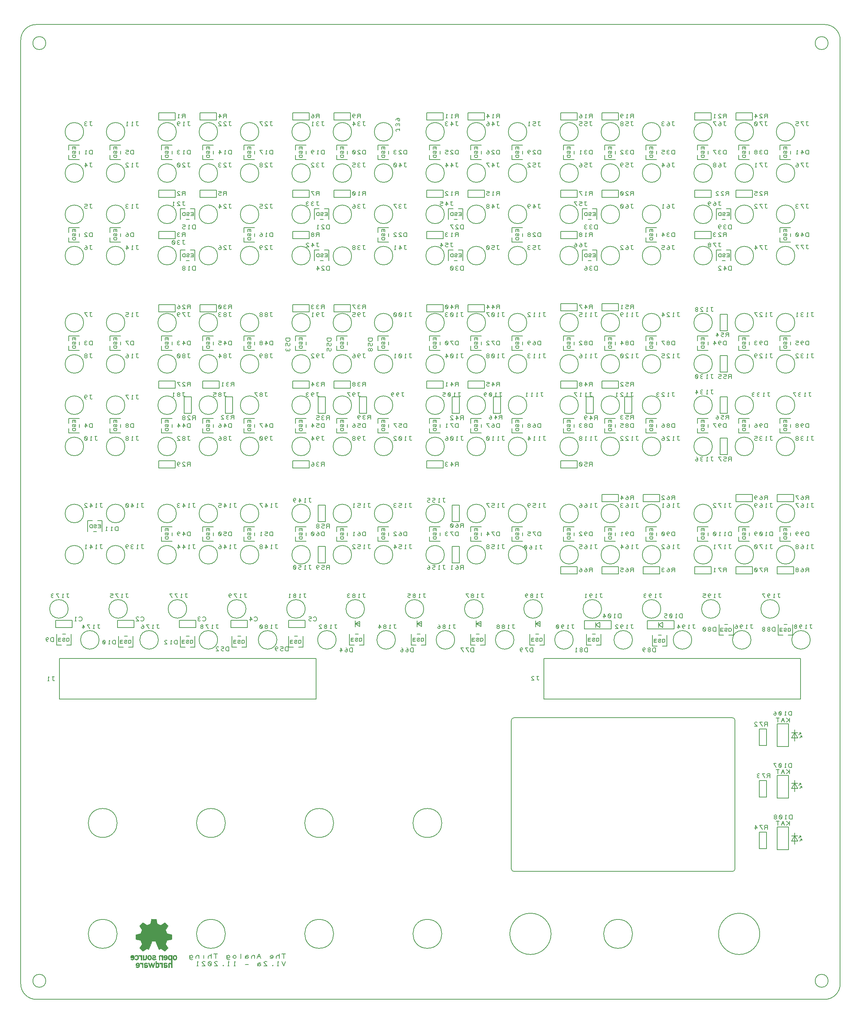
<source format=gbr>
G04 DesignSpark PCB PRO Gerber Version 9.0 Build 5138 *
G04 #@! TF.Part,Single*
G04 #@! TF.FileFunction,Legend,Bot *
G04 #@! TF.FilePolarity,Positive *
%FSLAX35Y35*%
%MOIN*%
%ADD12C,0.00001*%
%ADD13C,0.00500*%
%ADD11C,0.00600*%
%ADD10C,0.00800*%
X0Y0D02*
D02*
D10*
X286800Y344500D02*
Y305000D01*
X37800*
Y344500*
X286800*
X558300Y379500D02*
Y374500D01*
X561800Y379500D02*
X558300Y377000D01*
X562300Y374500*
Y379500*
X561800*
X573300Y381000D02*
Y373000D01*
X547300*
Y381000*
X573300*
X619300Y379500D02*
Y374500D01*
X622800Y379500D02*
X619300Y377000D01*
X623300Y374500*
Y379500*
X622800*
X634300Y381000D02*
Y373000D01*
X608300*
Y381000*
X634300*
X734300Y159000D02*
Y181000D01*
X745300*
Y159000*
X734300*
Y209000D02*
Y231000D01*
X745300*
Y209000*
X734300*
Y259000D02*
Y281000D01*
X745300*
Y259000*
X734300*
X756800Y344500D02*
Y305000D01*
X507800*
Y344500*
X756800*
D02*
D11*
X39790Y357500D02*
X35300D01*
Y368000*
X43761D02*
X40800D01*
X44810Y357500D02*
X49300D01*
Y368000*
X46800Y567490D02*
Y563000D01*
X57300*
X46800Y572510D02*
Y577000D01*
X57300*
X46800Y647490D02*
Y643000D01*
X57300*
X46800Y652510D02*
Y657000D01*
X57300*
X46800Y752490D02*
Y748000D01*
X57300*
X46800Y757510D02*
Y762000D01*
X57300*
X46800Y832490D02*
Y828000D01*
X57300*
X46800Y837510D02*
Y842000D01*
X57300*
Y568539D02*
Y571500D01*
Y648539D02*
Y651500D01*
Y753539D02*
Y756500D01*
Y833539D02*
Y836500D01*
X69790Y478000D02*
X65300D01*
Y467500*
X70839D02*
X73800D01*
X74810Y478000D02*
X79300D01*
Y467500*
X86800Y567490D02*
Y563000D01*
X97300*
X86800Y572510D02*
Y577000D01*
X97300*
X86800Y647490D02*
Y643000D01*
X97300*
X86800Y652510D02*
Y657000D01*
X97300*
X86800Y752490D02*
Y748000D01*
X97300*
X86800Y757510D02*
Y762000D01*
X97300*
X86800Y832490D02*
Y828000D01*
X97300*
X86800Y837510D02*
Y842000D01*
X97300*
Y568539D02*
Y571500D01*
Y648539D02*
Y651500D01*
Y753539D02*
Y756500D01*
Y833539D02*
Y836500D01*
X99790Y355500D02*
X95300D01*
Y366000*
X103761D02*
X100800D01*
X104810Y355500D02*
X109300D01*
Y366000*
X136800Y462490D02*
Y458000D01*
X147300*
X136800Y467510D02*
Y472000D01*
X147300*
X136800Y567490D02*
Y563000D01*
X147300*
X136800Y572510D02*
Y577000D01*
X147300*
X136800Y647490D02*
Y643000D01*
X147300*
X136800Y652510D02*
Y657000D01*
X147300*
X136800Y832490D02*
Y828000D01*
X147300*
X136800Y837510D02*
Y842000D01*
X147300*
Y463539D02*
Y466500D01*
Y568539D02*
Y571500D01*
Y648539D02*
Y651500D01*
Y833539D02*
Y836500D01*
X159790Y355500D02*
X155300D01*
Y366000*
X159790Y740500D02*
X155300D01*
Y730000*
X159790Y780500D02*
X155300D01*
Y770000*
X160839Y730000D02*
X163800D01*
X160839Y770000D02*
X163800D01*
X163761Y366000D02*
X160800D01*
X164810Y355500D02*
X169300D01*
Y366000*
X164810Y740500D02*
X169300D01*
Y730000*
X164810Y780500D02*
X169300D01*
Y770000*
X176800Y462490D02*
Y458000D01*
X187300*
X176800Y467510D02*
Y472000D01*
X187300*
X176800Y567490D02*
Y563000D01*
X187300*
X176800Y572510D02*
Y577000D01*
X187300*
X176800Y647490D02*
Y643000D01*
X187300*
X176800Y652510D02*
Y657000D01*
X187300*
X176800Y832490D02*
Y828000D01*
X187300*
X176800Y837510D02*
Y842000D01*
X187300*
Y463539D02*
Y466500D01*
Y568539D02*
Y571500D01*
Y648539D02*
Y651500D01*
Y833539D02*
Y836500D01*
X209790Y355500D02*
X205300D01*
Y366000*
X213761D02*
X210800D01*
X214810Y355500D02*
X219300D01*
Y366000*
X216800Y462490D02*
Y458000D01*
X227300*
X216800Y467510D02*
Y472000D01*
X227300*
X216800Y567490D02*
Y563000D01*
X227300*
X216800Y572510D02*
Y577000D01*
X227300*
X216800Y647490D02*
Y643000D01*
X227300*
X216800Y652510D02*
Y657000D01*
X227300*
X216800Y752490D02*
Y748000D01*
X227300*
X216800Y757510D02*
Y762000D01*
X227300*
X216800Y832490D02*
Y828000D01*
X227300*
X216800Y837510D02*
Y842000D01*
X227300*
Y463539D02*
Y466500D01*
Y568539D02*
Y571500D01*
Y648539D02*
Y651500D01*
Y753539D02*
Y756500D01*
Y833539D02*
Y836500D01*
X255425Y53625D02*
Y58125D01*
X257300D02*
X253550D01*
X251300Y53625D02*
Y58125D01*
Y55500D02*
X250925Y56250D01*
X250175Y56625*
X249425*
X248675Y56250*
X248300Y55500*
Y53625*
X242300Y54000D02*
X242675Y53625D01*
X243425*
X244175*
X244925Y54000*
X245300Y54750*
Y55875*
X244925Y56250*
X244175Y56625*
X243425*
X242675Y56250*
X242300Y55875*
Y55500*
X242675Y55125*
X243425Y54750*
X244175*
X244925Y55125*
X245300Y55500*
X233300Y53625D02*
X231425Y58125D01*
X229550Y53625*
X232550Y55500D02*
X230300D01*
X227300Y53625D02*
Y56625D01*
Y55500D02*
X226925Y56250D01*
X226175Y56625*
X225425*
X224675Y56250*
X224300Y55500*
Y53625*
X221300Y56250D02*
X220550Y56625D01*
X219425*
X218675Y56250*
X218300Y55500*
Y54375*
X218675Y54000*
X219425Y53625*
X220175*
X220925Y54000*
X221300Y54375*
Y54750*
X220925Y55125*
X220175Y55500*
X219425*
X218675Y55125*
X218300Y54750*
Y54375D02*
Y53625D01*
X213425D02*
X213800D01*
Y58125*
X209300Y54750D02*
X208925Y54000D01*
X208175Y53625*
X207425*
X206675Y54000*
X206300Y54750*
Y55500*
X206675Y56250*
X207425Y56625*
X208175*
X208925Y56250*
X209300Y55500*
Y54750*
X200300Y55500D02*
X200675Y56250D01*
X201425Y56625*
X202175*
X202925Y56250*
X203300Y55500*
Y55125*
X202925Y54375*
X202175Y54000*
X201425*
X200675Y54375*
X200300Y55125*
Y56625D02*
Y53625D01*
X200675Y52875*
X201425Y52500*
X202550*
X203300Y52875*
X189425Y53625D02*
Y58125D01*
X191300D02*
X187550D01*
X185300Y53625D02*
Y58125D01*
Y55500D02*
X184925Y56250D01*
X184175Y56625*
X183425*
X182675Y56250*
X182300Y55500*
Y53625*
X177800D02*
Y56625D01*
Y57750D02*
X173300Y53625*
Y56625D01*
Y55500D02*
X172925Y56250D01*
X172175Y56625*
X171425*
X170675Y56250*
X170300Y55500*
Y53625*
X164300Y55500D02*
X164675Y56250D01*
X165425Y56625*
X166175*
X166925Y56250*
X167300Y55500*
Y55125*
X166925Y54375*
X166175Y54000*
X165425*
X164675Y54375*
X164300Y55125*
Y56625D02*
Y53625D01*
X164675Y52875*
X165425Y52500*
X166550*
X167300Y52875*
X257300Y50925D02*
X255425Y46425D01*
X253550Y50925*
X250550Y46425D02*
X249050D01*
X249800D02*
Y50925D01*
X250550Y50175*
X244925Y46425D02*
X244550Y46800D01*
X244925Y47175*
X245300Y46800*
X244925Y46425*
X236300D02*
X239300D01*
X236675Y49050*
X236300Y49800*
X236675Y50550*
X237425Y50925*
X238550*
X239300Y50550*
X233300Y49050D02*
X232550Y49425D01*
X231425*
X230675Y49050*
X230300Y48300*
Y47175*
X230675Y46800*
X231425Y46425*
X232175*
X232925Y46800*
X233300Y47175*
Y47550*
X232925Y47925*
X232175Y48300*
X231425*
X230675Y47925*
X230300Y47550*
Y47175D02*
Y46425D01*
X221300Y47925D02*
X218300D01*
X208550Y46425D02*
X207050D01*
X207800D02*
Y50925D01*
X208550Y50175*
X202550Y46425D02*
X201050D01*
X201800D02*
Y50925D01*
X202550Y50175*
X196925Y46425D02*
X196550Y46800D01*
X196925Y47175*
X197300Y46800*
X196925Y46425*
X188300D02*
X191300D01*
X188675Y49050*
X188300Y49800*
X188675Y50550*
X189425Y50925*
X190550*
X191300Y50550*
X184925Y46800D02*
X184175Y46425D01*
X183425*
X182675Y46800*
X182300Y47550*
Y49800*
X182675Y50550*
X183425Y50925*
X184175*
X184925Y50550*
X185300Y49800*
Y47550*
X184925Y46800*
X182675Y50550*
X176300Y46425D02*
X179300D01*
X176675Y49050*
X176300Y49800*
X176675Y50550*
X177425Y50925*
X178550*
X179300Y50550*
X172550Y46425D02*
X171050D01*
X171800D02*
Y50925D01*
X172550Y50175*
X264790Y355500D02*
X260300D01*
Y366000*
X266800Y462490D02*
Y458000D01*
X277300*
X266800Y467510D02*
Y472000D01*
X277300*
X266800Y567490D02*
Y563000D01*
X277300*
X266800Y572510D02*
Y577000D01*
X277300*
X266800Y647490D02*
Y643000D01*
X277300*
X266800Y652510D02*
Y657000D01*
X277300*
X266800Y832490D02*
Y828000D01*
X277300*
X266800Y837510D02*
Y842000D01*
X277300*
X268761Y366000D02*
X265800D01*
X269810Y355500D02*
X274300D01*
Y366000*
X277300Y463539D02*
Y466500D01*
Y568539D02*
Y571500D01*
Y648539D02*
Y651500D01*
Y833539D02*
Y836500D01*
X289790Y740500D02*
X285300D01*
Y730000*
X289790Y780500D02*
X285300D01*
Y770000*
X290839Y730000D02*
X293800D01*
X290839Y770000D02*
X293800D01*
X294810Y740500D02*
X299300D01*
Y730000*
X294810Y780500D02*
X299300D01*
Y770000*
X306800Y462490D02*
Y458000D01*
X317300*
X306800Y467510D02*
Y472000D01*
X317300*
X306800Y567490D02*
Y563000D01*
X317300*
X306800Y572510D02*
Y577000D01*
X317300*
X306800Y647490D02*
Y643000D01*
X317300*
X306800Y652510D02*
Y657000D01*
X317300*
X306800Y832490D02*
Y828000D01*
X317300*
X306800Y837510D02*
Y842000D01*
X317300*
Y463539D02*
Y466500D01*
Y568539D02*
Y571500D01*
Y648539D02*
Y651500D01*
Y833539D02*
Y836500D01*
X323790Y357500D02*
X319300D01*
Y368000*
X327761D02*
X324800D01*
X328810Y357500D02*
X333300D01*
Y368000*
X346800Y462490D02*
Y458000D01*
X357300*
X346800Y467510D02*
Y472000D01*
X357300*
X346800Y567490D02*
Y563000D01*
X357300*
X346800Y572510D02*
Y577000D01*
X357300*
X346800Y647490D02*
Y643000D01*
X357300*
X346800Y652510D02*
Y657000D01*
X357300*
X346800Y752490D02*
Y748000D01*
X357300*
X346800Y757510D02*
Y762000D01*
X357300*
X346800Y832490D02*
Y828000D01*
X357300*
X346800Y837510D02*
Y842000D01*
X357300*
Y463539D02*
Y466500D01*
Y568539D02*
Y571500D01*
Y648539D02*
Y651500D01*
Y753539D02*
Y756500D01*
Y833539D02*
Y836500D01*
X383790Y357500D02*
X379300D01*
Y368000*
X387761D02*
X384800D01*
X388810Y357500D02*
X393300D01*
Y368000*
X396800Y462490D02*
Y458000D01*
X407300*
X396800Y467510D02*
Y472000D01*
X407300*
X396800Y567490D02*
Y563000D01*
X407300*
X396800Y572510D02*
Y577000D01*
X407300*
X396800Y647490D02*
Y643000D01*
X407300*
X396800Y652510D02*
Y657000D01*
X407300*
X396800Y832490D02*
Y828000D01*
X407300*
X396800Y837510D02*
Y842000D01*
X407300*
Y463539D02*
Y466500D01*
Y568539D02*
Y571500D01*
Y648539D02*
Y651500D01*
Y833539D02*
Y836500D01*
X419790Y740500D02*
X415300D01*
Y730000*
X419790Y780500D02*
X415300D01*
Y770000*
X420839Y730000D02*
X423800D01*
X420839Y770000D02*
X423800D01*
X424810Y740500D02*
X429300D01*
Y730000*
X424810Y780500D02*
X429300D01*
Y770000*
X436800Y462490D02*
Y458000D01*
X447300*
X436800Y467510D02*
Y472000D01*
X447300*
X436800Y567490D02*
Y563000D01*
X447300*
X436800Y572510D02*
Y577000D01*
X447300*
X436800Y647490D02*
Y643000D01*
X447300*
X436800Y652510D02*
Y657000D01*
X447300*
X436800Y832490D02*
Y828000D01*
X447300*
X436800Y837510D02*
Y842000D01*
X447300*
X441290Y357500D02*
X436800D01*
Y368000*
X445261D02*
X442300D01*
X446310Y357500D02*
X450800D01*
Y368000*
X447300Y463539D02*
Y466500D01*
Y568539D02*
Y571500D01*
Y648539D02*
Y651500D01*
Y833539D02*
Y836500D01*
X476800Y462490D02*
Y458000D01*
X487300*
X476800Y467510D02*
Y472000D01*
X487300*
X476800Y567490D02*
Y563000D01*
X487300*
X476800Y572510D02*
Y577000D01*
X487300*
X476800Y647490D02*
Y643000D01*
X487300*
X476800Y652510D02*
Y657000D01*
X487300*
X476800Y752490D02*
Y748000D01*
X487300*
X476800Y757510D02*
Y762000D01*
X487300*
X476800Y832490D02*
Y828000D01*
X487300*
X476800Y837510D02*
Y842000D01*
X487300*
Y463539D02*
Y466500D01*
Y568539D02*
Y571500D01*
Y648539D02*
Y651500D01*
Y753539D02*
Y756500D01*
Y833539D02*
Y836500D01*
X498790Y357500D02*
X494300D01*
Y368000*
X502761D02*
X499800D01*
X503810Y357500D02*
X508300D01*
Y368000*
X526800Y462490D02*
Y458000D01*
X537300*
X526800Y467510D02*
Y472000D01*
X537300*
X526800Y567490D02*
Y563000D01*
X537300*
X526800Y572510D02*
Y577000D01*
X537300*
X526800Y647490D02*
Y643000D01*
X537300*
X526800Y652510D02*
Y657000D01*
X537300*
X526800Y832490D02*
Y828000D01*
X537300*
X526800Y837510D02*
Y842000D01*
X537300*
Y463539D02*
Y466500D01*
Y568539D02*
Y571500D01*
Y648539D02*
Y651500D01*
Y833539D02*
Y836500D01*
X549790Y740500D02*
X545300D01*
Y730000*
X549790Y780500D02*
X545300D01*
Y770000*
X550839Y730000D02*
X553800D01*
X550839Y770000D02*
X553800D01*
X553790Y357500D02*
X549300D01*
Y368000*
X554810Y740500D02*
X559300D01*
Y730000*
X554810Y780500D02*
X559300D01*
Y770000*
X557761Y368000D02*
X554800D01*
X558810Y357500D02*
X563300D01*
Y368000*
X566800Y462490D02*
Y458000D01*
X577300*
X566800Y467510D02*
Y472000D01*
X577300*
X566800Y567490D02*
Y563000D01*
X577300*
X566800Y572510D02*
Y577000D01*
X577300*
X566800Y647490D02*
Y643000D01*
X577300*
X566800Y652510D02*
Y657000D01*
X577300*
X566800Y832490D02*
Y828000D01*
X577300*
X566800Y837510D02*
Y842000D01*
X577300*
Y463539D02*
Y466500D01*
Y568539D02*
Y571500D01*
Y648539D02*
Y651500D01*
Y833539D02*
Y836500D01*
X606800Y462490D02*
Y458000D01*
X617300*
X606800Y467510D02*
Y472000D01*
X617300*
X606800Y567490D02*
Y563000D01*
X617300*
X606800Y572510D02*
Y577000D01*
X617300*
X606800Y647490D02*
Y643000D01*
X617300*
X606800Y652510D02*
Y657000D01*
X617300*
X606800Y752490D02*
Y748000D01*
X617300*
X606800Y757510D02*
Y762000D01*
X617300*
X606800Y832490D02*
Y828000D01*
X617300*
X606800Y837510D02*
Y842000D01*
X617300*
Y463539D02*
Y466500D01*
Y568539D02*
Y571500D01*
Y648539D02*
Y651500D01*
Y753539D02*
Y756500D01*
Y833539D02*
Y836500D01*
X617790Y356500D02*
X613300D01*
Y367000*
X621761D02*
X618800D01*
X622810Y356500D02*
X627300D01*
Y367000*
X656800Y462490D02*
Y458000D01*
X667300*
X656800Y467510D02*
Y472000D01*
X667300*
X656800Y567490D02*
Y563000D01*
X667300*
X656800Y572510D02*
Y577000D01*
X667300*
X656800Y647490D02*
Y643000D01*
X667300*
X656800Y652510D02*
Y657000D01*
X667300*
X656800Y832490D02*
Y828000D01*
X667300*
X656800Y837510D02*
Y842000D01*
X667300*
Y463539D02*
Y466500D01*
Y568539D02*
Y571500D01*
Y648539D02*
Y651500D01*
Y833539D02*
Y836500D01*
X679790Y740500D02*
X675300D01*
Y730000*
X679790Y780500D02*
X675300D01*
Y770000*
X680839Y730000D02*
X683800D01*
X680839Y770000D02*
X683800D01*
X682290Y367000D02*
X677800D01*
Y377500*
X684810Y740500D02*
X689300D01*
Y730000*
X684810Y780500D02*
X689300D01*
Y770000*
X686261Y377500D02*
X683300D01*
X687310Y367000D02*
X691800D01*
Y377500*
X696800Y462490D02*
Y458000D01*
X707300*
X696800Y467510D02*
Y472000D01*
X707300*
X696800Y567490D02*
Y563000D01*
X707300*
X696800Y572510D02*
Y577000D01*
X707300*
X696800Y647490D02*
Y643000D01*
X707300*
X696800Y652510D02*
Y657000D01*
X707300*
X696800Y832490D02*
Y828000D01*
X707300*
X696800Y837510D02*
Y842000D01*
X707300*
Y463539D02*
Y466500D01*
Y568539D02*
Y571500D01*
Y648539D02*
Y651500D01*
Y833539D02*
Y836500D01*
X736800Y462490D02*
Y458000D01*
X747300*
X736800Y467510D02*
Y472000D01*
X747300*
X736800Y567490D02*
Y563000D01*
X747300*
X736800Y572510D02*
Y577000D01*
X747300*
X736800Y647490D02*
Y643000D01*
X747300*
X736800Y652510D02*
Y657000D01*
X747300*
X736800Y752490D02*
Y748000D01*
X747300*
X736800Y757510D02*
Y762000D01*
X747300*
X736800Y832490D02*
Y828000D01*
X747300*
X736800Y837510D02*
Y842000D01*
X747300*
X739790Y367000D02*
X735300D01*
Y377500*
X743761D02*
X740800D01*
X744810Y367000D02*
X749300D01*
Y377500*
X747300Y463539D02*
Y466500D01*
Y568539D02*
Y571500D01*
Y648539D02*
Y651500D01*
Y753539D02*
Y756500D01*
Y833539D02*
Y836500D01*
X748300Y167500D02*
X751300Y172500D01*
X754300Y167500*
X748300*
Y218500D02*
X751300Y223500D01*
X754300Y218500*
X748300*
Y267500D02*
X751300Y272500D01*
X754300Y267500*
X748300*
X748800Y172500D02*
X748300D01*
X748800D02*
X754300D01*
X748800Y223500D02*
X748300D01*
X748800D02*
X754300D01*
X748800Y272500D02*
X748300D01*
X748800D02*
X754300D01*
X751300Y175500D02*
Y164500D01*
Y226500D02*
Y215500D01*
Y275500D02*
Y264500D01*
X757300Y172500D02*
X755300Y170500D01*
X757300Y172500D02*
Y171000D01*
Y172500D02*
X755800D01*
X757300Y223500D02*
X755300Y221500D01*
X757300Y223500D02*
Y222000D01*
Y223500D02*
X755800D01*
X757300Y272500D02*
X755300Y270500D01*
X757300Y272500D02*
Y271000D01*
Y272500D02*
X755800D01*
X758300Y169500D02*
X756300Y167500D01*
X758300Y169500D02*
Y168000D01*
Y169500D02*
X756800D01*
X758300Y220500D02*
X756300Y218500D01*
X758300Y220500D02*
Y219000D01*
Y220500D02*
X756800D01*
X758300Y269500D02*
X756300Y267500D01*
X758300Y269500D02*
Y268000D01*
Y269500D02*
X756800D01*
D02*
D12*
X106805Y54058D02*
X109703D01*
G75*
G02X109625Y53556I-1475J-29*
G01*
G75*
G02X109391Y53196I-842J293*
G01*
G75*
G02X109036Y52981I-706J764*
G01*
G75*
G02X108595Y52909I-424J1220*
G01*
G75*
G02X108050Y53022I-9J1338*
G01*
G75*
G02X107573Y53359I638J1408*
G01*
X106895Y52780*
G75*
G03X107263Y52434I1713J1450*
G01*
G75*
G03X107674Y52204I1088J1460*
G01*
G75*
G03X108578Y52031I896J2250*
G01*
G75*
G03X109283Y52147I-1J2215*
G01*
G75*
G03X109967Y52495I-882J2579*
G01*
G75*
G03X110261Y52788I-682J979*
G01*
G75*
G03X110471Y53202I-1365J954*
G01*
G75*
G03X110597Y53737I-2611J897*
G01*
G75*
G03X110639Y54394I-4684J630*
G01*
G75*
G03X110600Y55022I-4707J22*
G01*
G75*
G03X110484Y55544I-2882J-367*
G01*
G75*
G03X110290Y55961I-1766J-567*
G01*
G75*
G03X110019Y56274I-1143J-720*
G01*
G75*
G03X109383Y56663I-1537J-1792*
G01*
G75*
G03X108720Y56793I-666J-1641*
G01*
G75*
G03X108002Y56660I-14J-1931*
G01*
G75*
G03X107380Y56262I748J-1853*
G01*
G75*
G03X106948Y55638I1152J-1257*
G01*
G75*
G03X106805Y54829I2015J-775*
G01*
Y54058*
G36*
X109703*
G75*
G02X109625Y53556I-1475J-29*
G01*
G75*
G02X109391Y53196I-842J293*
G01*
G75*
G02X109036Y52981I-706J764*
G01*
G75*
G02X108595Y52909I-424J1220*
G01*
G75*
G02X108050Y53022I-9J1338*
G01*
G75*
G02X107573Y53359I638J1408*
G01*
X106895Y52780*
G75*
G03X107263Y52434I1713J1450*
G01*
G75*
G03X107674Y52204I1088J1460*
G01*
G75*
G03X108578Y52031I896J2250*
G01*
G75*
G03X109283Y52147I-1J2215*
G01*
G75*
G03X109967Y52495I-882J2579*
G01*
G75*
G03X110261Y52788I-682J979*
G01*
G75*
G03X110471Y53202I-1365J954*
G01*
G75*
G03X110597Y53737I-2611J897*
G01*
G75*
G03X110639Y54394I-4684J630*
G01*
G75*
G03X110600Y55022I-4707J22*
G01*
G75*
G03X110484Y55544I-2882J-367*
G01*
G75*
G03X110290Y55961I-1766J-567*
G01*
G75*
G03X110019Y56274I-1143J-720*
G01*
G75*
G03X109383Y56663I-1537J-1792*
G01*
G75*
G03X108720Y56793I-666J-1641*
G01*
G75*
G03X108002Y56660I-14J-1931*
G01*
G75*
G03X107380Y56262I748J-1853*
G01*
G75*
G03X106948Y55638I1152J-1257*
G01*
G75*
G03X106805Y54829I2015J-775*
G01*
Y54058*
G37*
X109703Y54829D02*
X107739D01*
G75*
G02X107823Y55292I1519J-38*
G01*
G75*
G02X108035Y55632I886J-315*
G01*
G75*
G02X108343Y55841I656J-636*
G01*
G75*
G02X108720Y55911I365J-922*
G01*
G75*
G02X109102Y55841I12J-1015*
G01*
G75*
G02X109413Y55632I-344J-846*
G01*
G75*
G02X109623Y55292I-660J-644*
G01*
G75*
G02X109703Y54829I-1407J-481*
G01*
G36*
X107739*
G75*
G02X107823Y55292I1519J-38*
G01*
G75*
G02X108035Y55632I886J-315*
G01*
G75*
G02X108343Y55841I656J-636*
G01*
G75*
G02X108720Y55911I365J-922*
G01*
G75*
G02X109102Y55841I12J-1015*
G01*
G75*
G02X109413Y55632I-344J-846*
G01*
G75*
G02X109623Y55292I-660J-644*
G01*
G75*
G02X109703Y54829I-1407J-481*
G01*
G37*
X111605Y53454D02*
X110914Y52834D01*
G75*
G03X111639Y52257I1933J1687*
G01*
G75*
G03X112086Y52088I869J1616*
G01*
G75*
G03X112588Y52031I490J2105*
G01*
G75*
G03X113357Y52169I11J2165*
G01*
G75*
G03X114047Y52580I-847J2206*
G01*
G75*
G03X114333Y52900I-981J1162*
G01*
G75*
G03X114536Y53311I-1552J1025*
G01*
G75*
G03X114659Y53813I-2508J877*
G01*
G75*
G03X114699Y54407I-4003J572*
G01*
G75*
G03X114659Y55001I-4049J22*
G01*
G75*
G03X114536Y55504I-2644J-377*
G01*
G75*
G03X114333Y55917I-1775J-618*
G01*
G75*
G03X114047Y56239I-1284J-849*
G01*
G75*
G03X113357Y56655I-1543J-1783*
G01*
G75*
G03X112588Y56793I-759J-2007*
G01*
G75*
G03X112086Y56736I-11J-2142*
G01*
G75*
G03X111639Y56565I422J-1774*
G01*
G75*
G03X110914Y55986I1233J-2288*
G01*
X111605Y55371*
G75*
G02X112039Y55736I1083J-848*
G01*
G75*
G02X112552Y55857I503J-983*
G01*
G75*
G02X113082Y55767I30J-1425*
G01*
G75*
G02X113460Y55494I-341J-872*
G01*
G75*
G02X113687Y55041I-933J-751*
G01*
G75*
G02X113763Y54407I-2300J-597*
G01*
G75*
G02X113687Y53775I-2357J-37*
G01*
G75*
G02X113460Y53324I-1152J298*
G01*
G75*
G02X113082Y53053I-717J602*
G01*
G75*
G02X112552Y52963I-501J1340*
G01*
G75*
G02X112037Y53086I-9J1101*
G01*
G75*
G02X111605Y53454I643J1194*
G01*
G36*
X110914Y52834*
G75*
G03X111639Y52257I1933J1687*
G01*
G75*
G03X112086Y52088I869J1616*
G01*
G75*
G03X112588Y52031I490J2105*
G01*
G75*
G03X113357Y52169I11J2165*
G01*
G75*
G03X114047Y52580I-847J2206*
G01*
G75*
G03X114333Y52900I-981J1162*
G01*
G75*
G03X114536Y53311I-1552J1025*
G01*
G75*
G03X114659Y53813I-2508J877*
G01*
G75*
G03X114699Y54407I-4003J572*
G01*
G75*
G03X114659Y55001I-4049J22*
G01*
G75*
G03X114536Y55504I-2644J-377*
G01*
G75*
G03X114333Y55917I-1775J-618*
G01*
G75*
G03X114047Y56239I-1284J-849*
G01*
G75*
G03X113357Y56655I-1543J-1783*
G01*
G75*
G03X112588Y56793I-759J-2007*
G01*
G75*
G03X112086Y56736I-11J-2142*
G01*
G75*
G03X111639Y56565I422J-1774*
G01*
G75*
G03X110914Y55986I1233J-2288*
G01*
X111605Y55371*
G75*
G02X112039Y55736I1083J-848*
G01*
G75*
G02X112552Y55857I503J-983*
G01*
G75*
G02X113082Y55767I30J-1425*
G01*
G75*
G02X113460Y55494I-341J-872*
G01*
G75*
G02X113687Y55041I-933J-751*
G01*
G75*
G02X113763Y54407I-2300J-597*
G01*
G75*
G02X113687Y53775I-2357J-37*
G01*
G75*
G02X113460Y53324I-1152J298*
G01*
G75*
G02X113082Y53053I-717J602*
G01*
G75*
G02X112552Y52963I-501J1340*
G01*
G75*
G02X112037Y53086I-9J1101*
G01*
G75*
G02X111605Y53454I643J1194*
G01*
G37*
X111900Y46651D02*
Y47421D01*
G75*
G02X112043Y48230I2158J34*
G01*
G75*
G02X112474Y48854I1583J-632*
G01*
G75*
G02X113096Y49253I1370J-1456*
G01*
G75*
G02X113815Y49386I704J-1798*
G01*
G75*
G02X114478Y49256I-2J-1772*
G01*
G75*
G02X115113Y48866I-902J-2181*
G01*
G75*
G02X115385Y48554I-872J-1033*
G01*
G75*
G02X115579Y48136I-1572J-983*
G01*
G75*
G02X115695Y47614I-2768J-892*
G01*
G75*
G02X115734Y46987I-4665J-602*
G01*
G75*
G02X115692Y46330I-4726J-30*
G01*
G75*
G02X115566Y45794I-2737J361*
G01*
G75*
G02X115356Y45380I-1575J540*
G01*
G75*
G02X115062Y45087I-976J686*
G01*
G75*
G02X114378Y44740I-1565J2231*
G01*
G75*
G02X113673Y44624I-707J2099*
G01*
G75*
G02X112769Y44796I-7J2422*
G01*
G75*
G02X112358Y45026I677J1690*
G01*
G75*
G02X111990Y45373I1345J1798*
G01*
X112668Y45952*
G75*
G03X113145Y45614I1115J1070*
G01*
G75*
G03X113690Y45502I537J1225*
G01*
G75*
G03X114131Y45574I15J1293*
G01*
G75*
G03X114486Y45789I-351J980*
G01*
G75*
G03X114720Y46148I-608J652*
G01*
G75*
G03X114798Y46651I-1397J474*
G01*
X111900*
X114798Y47421D02*
G75*
G03X114718Y47885I-1487J-19D01*
G01*
G75*
G03X114507Y48225I-871J-303*
G01*
G75*
G03X114196Y48434I-655J-638*
G01*
G75*
G03X113815Y48504I-370J-945*
G01*
G75*
G03X113438Y48434I-11J-991*
G01*
G75*
G03X113129Y48225I347J-845*
G01*
G75*
G03X112918Y47885I675J-654*
G01*
G75*
G03X112833Y47421I1435J-502*
G01*
X114798*
X111900D02*
G36*
Y46651D01*
X114798*
G75*
G02X114798Y46624I-1486J-35*
G01*
G75*
G02X114720Y46148I-1488J0*
G01*
G75*
G02X114486Y45789I-840J291*
G01*
G75*
G02X114131Y45574I-704J760*
G01*
G75*
G02X113690Y45502I-428J1231*
G01*
G75*
G02X113145Y45614I-9J1333*
G01*
G75*
G02X112668Y45952I640J1411*
G01*
X111990Y45373*
G75*
G03X112358Y45026I1736J1476*
G01*
G75*
G03X112769Y44796I1096J1475*
G01*
G75*
G03X113654Y44624I895J2240*
G01*
X113673*
G75*
G03X114378Y44740J2208*
G01*
G75*
G03X115062Y45087I-881J2578*
G01*
G75*
G03X115356Y45380I-680J977*
G01*
G75*
G03X115566Y45794I-1362J952*
G01*
G75*
G03X115692Y46330I-2607J896*
G01*
G75*
G03X115734Y46930I-4703J629*
G01*
Y46987*
Y47045*
G75*
G03X115695Y47614I-4640J-30*
G01*
G75*
G03X115629Y47962I-2856J-362*
G01*
X114687*
G75*
G02X114718Y47885I-847J-385*
G01*
G75*
G02X114798Y47421I-1399J-481*
G01*
X112833*
G75*
G02X112918Y47885I1531J-40*
G01*
G75*
G02X112950Y47962I879J-312*
G01*
X111960*
G75*
G03X111899Y47454I2103J-509*
G01*
G75*
G03X111900Y47421I2154J9*
G01*
G37*
X112043Y48230D02*
G36*
G75*
G03X111960Y47962I2019J-776D01*
G01*
X112950*
G75*
G02X113129Y48225I848J-387*
G01*
G75*
G02X113438Y48434I657J-638*
G01*
G75*
G02X113815Y48504I366J-926*
G01*
G75*
G02X114196Y48434I11J-1020*
G01*
G75*
G02X114507Y48225I-344J-848*
G01*
G75*
G02X114687Y47962I-668J-648*
G01*
X115629*
G75*
G03X115579Y48136I-2790J-714*
G01*
G75*
G03X115385Y48554I-1765J-565*
G01*
G75*
G03X115113Y48866I-1136J-714*
G01*
G75*
G03X114478Y49256I-1536J-1790*
G01*
G75*
G03X113815Y49386I-667J-1646*
G01*
X113788*
G75*
G03X113096Y49253I13J-1932*
G01*
G75*
G03X112474Y48854I743J-1846*
G01*
G75*
G03X112043Y48230I1156J-1258*
G01*
G37*
X117745Y52085D02*
Y56739D01*
X116809*
Y56243*
X116792*
G75*
G03X116270Y56656I-1104J-858*
G01*
G75*
G03X115580Y56793I-661J-1512*
G01*
G75*
G03X115081Y56704I-1J-1430*
G01*
G75*
G03X114608Y56434I627J-1650*
G01*
X115283Y55627*
G75*
G02X115591Y55800I744J-967*
G01*
G75*
G02X115903Y55857I315J-832*
G01*
G75*
G02X116528Y55626I1J-959*
G01*
G75*
G02X116739Y55324I-452J-540*
G01*
G75*
G02X116809Y54882I-1181J-414*
G01*
Y52085*
X117745*
G36*
Y56739*
X116809*
Y56243*
X116792*
G75*
G03X116270Y56656I-1104J-858*
G01*
G75*
G03X115580Y56793I-661J-1512*
G01*
G75*
G03X115081Y56704I-1J-1430*
G01*
G75*
G03X114608Y56434I627J-1650*
G01*
X115283Y55627*
G75*
G02X115591Y55800I744J-967*
G01*
G75*
G02X115903Y55857I315J-832*
G01*
G75*
G02X116528Y55626I1J-959*
G01*
G75*
G02X116739Y55324I-452J-540*
G01*
G75*
G02X116809Y54882I-1181J-414*
G01*
Y52085*
X117745*
G37*
X118931Y44678D02*
Y49332D01*
X117995*
Y48835*
X117978*
G75*
G03X117457Y49248I-1104J-858*
G01*
G75*
G03X116766Y49386I-661J-1513*
G01*
G75*
G03X116267Y49296I0J-1428*
G01*
G75*
G03X115794Y49026I627J-1652*
G01*
X116469Y48219*
G75*
G02X116777Y48392I745J-967*
G01*
G75*
G02X117089Y48450I315J-832*
G01*
G75*
G02X117714Y48219I1J-959*
G01*
G75*
G02X117925Y47917I-452J-540*
G01*
G75*
G02X117995Y47475I-1181J-414*
G01*
Y44678*
X118931*
G36*
Y49332*
X117995*
Y48835*
X117978*
G75*
G03X117457Y49248I-1104J-858*
G01*
G75*
G03X116766Y49386I-661J-1513*
G01*
G75*
G03X116267Y49296I0J-1428*
G01*
G75*
G03X115794Y49026I627J-1652*
G01*
X116469Y48219*
G75*
G02X116777Y48392I745J-967*
G01*
G75*
G02X117089Y48450I315J-832*
G01*
G75*
G02X117714Y48219I1J-959*
G01*
G75*
G02X117925Y47917I-452J-540*
G01*
G75*
G02X117995Y47475I-1181J-414*
G01*
Y44678*
X118931*
G37*
X120938Y44660D02*
X120032D01*
Y47847*
G75*
G02X120069Y48240I2317J-18*
G01*
G75*
G02X120167Y48572I1535J-274*
G01*
G75*
G02X120548Y49050I1017J-420*
G01*
G75*
G02X121148Y49303I1024J-1591*
G01*
G75*
G02X121913Y49381I699J-3033*
G01*
G75*
G02X122386Y49346I55J-2415*
G01*
G75*
G02X122798Y49220I-317J-1783*
G01*
G75*
G02X123441Y48704I-653J-1470*
G01*
X122724Y48140*
G75*
G03X122406Y48430I-581J-317*
G01*
G75*
G03X122163Y48485I-406J-1231*
G01*
G75*
G03X121867Y48504I-285J-2188*
G01*
G75*
G03X121459Y48472I-61J-1894*
G01*
G75*
G03X121168Y48361I148J-826*
G01*
G75*
G03X120994Y48171I257J-408*
G01*
G75*
G03X120938Y47901I530J-252*
G01*
Y47408*
X122199*
G75*
G02X122837Y47304I13J-1917*
G01*
G75*
G02X123296Y47006I-391J-1107*
G01*
G75*
G02X123576Y46563I-967J-919*
G01*
G75*
G02X123669Y46027I-1404J-519*
G01*
G75*
G02X123561Y45468I-1411J-19*
G01*
G75*
G02X123238Y45018I-1196J517*
G01*
G75*
G02X122750Y44718I-897J914*
G01*
G75*
G02X122074Y44607I-687J2067*
G01*
G75*
G02X121667Y44636I-21J2591*
G01*
G75*
G02X121347Y44723I205J1389*
G01*
G75*
G02X120957Y45071I277J701*
G01*
X120938*
Y44660*
Y46296D02*
G75*
G03X120992Y45865I1437J-38D01*
G01*
G75*
G03X121059Y45721I546J167*
G01*
G75*
G03X121153Y45624I294J192*
G01*
G75*
G03X121472Y45515I439J763*
G01*
G75*
G03X121960Y45485I411J2641*
G01*
G75*
G03X122350Y45530I27J1457*
G01*
G75*
G03X122612Y45667I-152J610*
G01*
G75*
G03X122765Y45855I-380J468*
G01*
G75*
G03X122817Y46072I-424J215*
G01*
G75*
G03X122771Y46311I-535J22*
G01*
G75*
G03X122625Y46485I-400J-187*
G01*
G75*
G03X122378Y46594I-415J-605*
G01*
G75*
G03X122029Y46638I-374J-1557*
G01*
X120938*
Y46296*
X120032Y46061D02*
G36*
Y44660D01*
X120938*
Y45071*
X120957*
G75*
G03X121347Y44723I665J351*
G01*
G75*
G03X121667Y44636I519J1278*
G01*
G75*
G03X122029Y44607I384J2543*
G01*
X122074*
G75*
G03X122750Y44718I-10J2179*
G01*
G75*
G03X123238Y45018I-405J1206*
G01*
G75*
G03X123561Y45468I-874J968*
G01*
G75*
G03X123669Y45989I-1301J540*
G01*
Y46027*
Y46057*
G75*
G03Y46061I-1432J2*
G01*
X122817*
G75*
G02X122765Y45855I-473J8*
G01*
G75*
G02X122612Y45667I-533J280*
G01*
G75*
G02X122350Y45530I-413J470*
G01*
G75*
G02X121960Y45485I-361J1394*
G01*
G75*
G02X121472Y45515I-74J2710*
G01*
G75*
G02X121153Y45624I119J867*
G01*
G75*
G02X121059Y45721I200J289*
G01*
G75*
G02X120992Y45865I489J316*
G01*
G75*
G02X120951Y46061I1380J391*
G01*
X120032*
G37*
Y47847D02*
G36*
Y46061D01*
X120951*
G75*
G02X120937Y46257I1423J196*
G01*
G75*
G02X120938Y46296I1428J5*
G01*
Y46638*
X122029*
G75*
G02X122378Y46594I-28J-1628*
G01*
G75*
G02X122625Y46485I-164J-707*
G01*
G75*
G02X122771Y46311I-255J-363*
G01*
G75*
G02X122817Y46093I-494J-217*
G01*
G75*
G02X122817Y46072I-535J-1*
G01*
G75*
G02Y46069I-446J-2*
G01*
G75*
G02Y46061I-484J-4*
G01*
X123669*
G75*
G03X123576Y46563I-1506J-19*
G01*
G75*
G03X123296Y47006I-1246J-476*
G01*
G75*
G03X122837Y47304I-851J-810*
G01*
G75*
G03X122199Y47408I-624J-1807*
G01*
X120938*
Y47901*
G75*
G02X120937Y47919I585J22*
G01*
G75*
G02X120994Y48171I584J0*
G01*
G75*
G02X121168Y48361I433J-220*
G01*
G75*
G02X121459Y48472I435J-704*
G01*
G75*
G02X121867Y48504I345J-1834*
G01*
G75*
G02X122163Y48485I9J-2231*
G01*
G75*
G02X122406Y48430I-167J-1304*
G01*
G75*
G02X122724Y48140I-262J-607*
G01*
X123441Y48704*
G75*
G03X122798Y49220I-1293J-950*
G01*
G75*
G03X122386Y49346I-732J-1670*
G01*
G75*
G03X121913Y49381I-419J-2388*
G01*
G75*
G03X121148Y49303I-65J-3122*
G01*
G75*
G03X120548Y49050I423J-1839*
G01*
G75*
G03X120167Y48572I638J-901*
G01*
G75*
G03X120069Y48240I1430J-603*
G01*
G75*
G03X120032Y47847I2257J-409*
G01*
G37*
X122524Y53645D02*
Y56739D01*
X121588*
Y53964*
G75*
G02X121522Y53541I-1257J-22*
G01*
G75*
G02X121326Y53226I-790J273*
G01*
G75*
G02X121028Y53029I-618J611*
G01*
G75*
G02X120661Y52963I-356J926*
G01*
G75*
G02X120301Y53029I-11J957*
G01*
G75*
G02X120006Y53226I329J812*
G01*
G75*
G02X119809Y53541I593J589*
G01*
G75*
G02X119744Y53964I1191J402*
G01*
Y56739*
X118808*
Y52085*
X119744*
Y52578*
X119763*
G75*
G03X120281Y52168I1100J857*
G01*
G75*
G03X120964Y52031I654J1495*
G01*
G75*
G03X121505Y52134I0J1483*
G01*
G75*
G03X122020Y52441I-713J1783*
G01*
G75*
G03X122398Y52947I-804J994*
G01*
G75*
G03X122493Y53272I-1437J594*
G01*
G75*
G03X122524Y53645I-2071J363*
G01*
G36*
Y56739*
X121588*
Y53964*
G75*
G02X121522Y53541I-1257J-22*
G01*
G75*
G02X121326Y53226I-790J273*
G01*
G75*
G02X121028Y53029I-618J611*
G01*
G75*
G02X120661Y52963I-356J926*
G01*
G75*
G02X120301Y53029I-11J957*
G01*
G75*
G02X120006Y53226I329J812*
G01*
G75*
G02X119809Y53541I593J589*
G01*
G75*
G02X119744Y53964I1191J402*
G01*
Y56739*
X118808*
Y52085*
X119744*
Y52578*
X119763*
G75*
G03X120281Y52168I1100J857*
G01*
G75*
G03X120964Y52031I654J1495*
G01*
G75*
G03X121505Y52134I0J1483*
G01*
G75*
G03X122020Y52441I-713J1783*
G01*
G75*
G03X122398Y52947I-804J994*
G01*
G75*
G03X122493Y53272I-1437J594*
G01*
G75*
G03X122524Y53645I-2071J363*
G01*
G37*
X126159Y44678D02*
X127134Y47933D01*
X127151*
X128124Y44678*
X128950*
X130437Y49332*
X129447*
X128554Y46072*
X128537*
X127483Y49332*
X126800*
X125748Y46072*
X125729*
X124838Y49332*
X123846*
X125335Y44678*
X126159*
G36*
X127134Y47933*
X127151*
X128124Y44678*
X128950*
X130437Y49332*
X129447*
X128554Y46072*
X128537*
X127483Y49332*
X126800*
X125748Y46072*
X125729*
X124838Y49332*
X123846*
X125335Y44678*
X126159*
G37*
X127211Y54418D02*
G75*
G02X127181Y53753I-6543J-46D01*
G01*
G75*
G02X127094Y53287I-2358J203*
G01*
G75*
G02X126707Y52623I-1708J550*
G01*
G75*
G02X126479Y52415I-1193J1076*
G01*
G75*
G02X126177Y52220I-1514J2017*
G01*
G75*
G02X125786Y52078I-667J1232*
G01*
G75*
G02X125291Y52031I-471J2338*
G01*
G75*
G02X124803Y52078I-22J2338*
G01*
G75*
G02X124413Y52220I282J1389*
G01*
G75*
G02X124108Y52415I1222J2244*
G01*
G75*
G02X123878Y52623I972J1307*
G01*
G75*
G02X123493Y53287I1312J1205*
G01*
G75*
G02X123406Y53753I2290J669*
G01*
G75*
G02X123376Y54418I6573J621*
G01*
G75*
G02X123406Y55071I6398J42*
G01*
G75*
G02X123493Y55533I2371J-206*
G01*
G75*
G02X123878Y56197I1697J-541*
G01*
G75*
G02X124108Y56404I1252J-1168*
G01*
G75*
G02X124413Y56601I1646J-2206*
G01*
G75*
G02X124803Y56745I675J-1223*
G01*
G75*
G02X125291Y56793I467J-2240*
G01*
G75*
G02X125786Y56745I23J-2333*
G01*
G75*
G02X126177Y56601I-278J-1352*
G01*
G75*
G02X126479Y56404I-1329J-2368*
G01*
G75*
G02X126707Y56197I-1012J-1349*
G01*
G75*
G02X127094Y55533I-1322J-1213*
G01*
G75*
G02X127181Y55071I-2264J-669*
G01*
G75*
G02X127211Y54418I-6311J-609*
G01*
X124308Y54407D02*
G75*
G03X124321Y53976I6095J-32D01*
G01*
G75*
G03X124360Y53694I1728J96*
G01*
G75*
G03X124538Y53305I1145J289*
G01*
G75*
G03X124849Y53048I627J443*
G01*
G75*
G03X125291Y52963I418J975*
G01*
G75*
G03X125737Y53048I26J1070*
G01*
G75*
G03X126044Y53305I-306J679*
G01*
G75*
G03X126225Y53697I-849J629*
G01*
G75*
G03X126261Y53981I-1879J381*
G01*
G75*
G03X126273Y54418I-6796J402*
G01*
G75*
G03X126261Y54842I-6462J33*
G01*
G75*
G03X126225Y55121I-1865J-98*
G01*
G75*
G03X126044Y55515I-1069J-252*
G01*
G75*
G03X125737Y55772I-613J-422*
G01*
G75*
G03X125291Y55857I-420J-984*
G01*
G75*
G03X124849Y55772I-24J-1060*
G01*
G75*
G03X124538Y55515I316J-700*
G01*
G75*
G03X124360Y55121I1013J-696*
G01*
G75*
G03X124321Y54839I1689J-377*
G01*
G75*
G03X124308Y54407I6119J-400*
G01*
X123376Y54410D02*
G36*
Y54338D01*
G75*
G03X123406Y53753I6688J40*
G01*
G75*
G03X123493Y53287I2369J201*
G01*
G75*
G03X123878Y52623I1698J541*
G01*
G75*
G03X124108Y52415I1192J1086*
G01*
G75*
G03X124413Y52220I1552J2089*
G01*
G75*
G03X124803Y52078I671J1243*
G01*
G75*
G03X125248Y52031I467J2300*
G01*
X125291*
X125334*
G75*
G03X125786Y52078I-22J2407*
G01*
G75*
G03X126177Y52220I-270J1358*
G01*
G75*
G03X126479Y52415I-1219J2224*
G01*
G75*
G03X126707Y52623I-956J1276*
G01*
G75*
G03X127094Y53287I-1320J1212*
G01*
G75*
G03X127181Y53753I-2283J671*
G01*
G75*
G03X127211Y54338I-6659J625*
G01*
Y54410*
X126273*
G75*
G02Y54381I-6711J-14*
G01*
G75*
G02X126261Y53981I-6723J-2*
G01*
G75*
G02X126225Y53697I-1924J98*
G01*
G75*
G02X126044Y53305I-1028J237*
G01*
G75*
G02X125737Y53048I-611J420*
G01*
G75*
G02X125291Y52963I-420J987*
G01*
G75*
G02X124849Y53048I-25J1057*
G01*
G75*
G02X124538Y53305I313J696*
G01*
G75*
G02X124360Y53694I963J676*
G01*
G75*
G02X124321Y53976I1705J380*
G01*
G75*
G02X124308Y54378I6197J402*
G01*
G75*
G02Y54407I6261J15*
G01*
G75*
G02Y54410I6316J2*
G01*
X123376*
G37*
Y54418D02*
G36*
Y54410D01*
X124308*
G75*
G02Y54435I6266J13*
G01*
G75*
G02X124321Y54839I6256J1*
G01*
G75*
G02X124360Y55121I1757J-99*
G01*
G75*
G02X124538Y55515I1188J-301*
G01*
G75*
G02X124849Y55772I624J-439*
G01*
G75*
G02X125291Y55857I417J-972*
G01*
G75*
G02X125737Y55772I26J-1072*
G01*
G75*
G02X126044Y55515I-304J-677*
G01*
G75*
G02X126225Y55121I-892J-648*
G01*
G75*
G02X126261Y54842I-1816J-375*
G01*
G75*
G02X126273Y54453I-6351J-387*
G01*
G75*
G02Y54418I-6404J-18*
G01*
G75*
G02Y54410I-6733J-4*
G01*
X127211*
Y54418*
Y54496*
G75*
G03X127181Y55071I-6455J-39*
G01*
G75*
G03X127094Y55533I-2343J-205*
G01*
G75*
G03X126707Y56197I-1706J-548*
G01*
G75*
G03X126479Y56404I-1251J-1156*
G01*
G75*
G03X126177Y56601I-1673J-2235*
G01*
G75*
G03X125786Y56745I-672J-1219*
G01*
G75*
G03X125343Y56793I-469J-2254*
G01*
X125291*
X125253*
G75*
G03X124803Y56745I19J-2313*
G01*
G75*
G03X124413Y56601I281J-1358*
G01*
G75*
G03X124108Y56404I1349J-2415*
G01*
G75*
G03X123878Y56197I1028J-1382*
G01*
G75*
G03X123493Y55533I1313J-1205*
G01*
G75*
G03X123406Y55071I2255J-663*
G01*
G75*
G03X123376Y54495I6439J-615*
G01*
Y54418*
G37*
X127300Y70000D02*
G75*
G02X131417I2059J4473D01*
G01*
G75*
G03X131303Y69711I94J-204*
G01*
X134255Y62481*
G75*
G03X134550Y62358I208J85*
G01*
X136153Y63022*
G75*
G02X136365Y63001I86J-208*
G01*
X139891Y60615*
G75*
G03X140176Y60643I126J186*
G01*
X143189Y63655*
G75*
G03X143216Y63940I-159J159*
G01*
X140831Y67467*
G75*
G02X140809Y67679I186J126*
G01*
X142259Y71180*
G75*
G02X142425Y71315I208J-86*
G01*
X146605Y72121*
G75*
G03X146787Y72343I-43J221*
G01*
Y76603*
G75*
G03X146605Y76824I-225*
G01*
X142425Y77630*
G75*
G02X142259Y77765I43J221*
G01*
X140809Y81267*
G75*
G02X140831Y81479I208J86*
G01*
X143216Y85005*
G75*
G03X143189Y85290I-186J126*
G01*
X140176Y88303*
G75*
G03X139891Y88330I-159J-159*
G01*
X136365Y85944*
G75*
G02X136153Y85923I-126J187*
G01*
X132651Y87373*
G75*
G02X132517Y87539I86J208*
G01*
X131710Y91719*
G75*
G03X131489Y91901I-221J-43*
G01*
X127228*
G75*
G03X127007Y91719J-225*
G01*
X126201Y87539*
G75*
G02X126066Y87373I-221J43*
G01*
X122565Y85923*
G75*
G02X122353Y85944I-86J208*
G01*
X118826Y88330*
G75*
G03X118541Y88303I-126J-187*
G01*
X115529Y85290*
G75*
G03X115501Y85005I159J-159*
G01*
X117887Y81479*
G75*
G02X117909Y81267I-186J-126*
G01*
X116458Y77765*
G75*
G02X116293Y77630I-208J86*
G01*
X112113Y76824*
G75*
G03X111930Y76603I43J-221*
G01*
Y72343*
G75*
G03X112113Y72121I225J0*
G01*
X116293Y71315*
G75*
G02X116458Y71180I-43J-221*
G01*
X117909Y67679*
G75*
G02X117887Y67467I-208J-86*
G01*
X115501Y63940*
G75*
G03X115529Y63655I187J-126*
G01*
X118541Y60643*
G75*
G03X118826Y60615I159J159*
G01*
X122353Y63001*
G75*
G02X122565Y63022I126J-186*
G01*
X124168Y62358*
G75*
G03X124463Y62481I86J208*
G01*
X127415Y69711*
G75*
G03X127300Y70000I-208J85*
G01*
G36*
G75*
G02X131417I2059J4473*
G01*
G75*
G03X131303Y69711I94J-204*
G01*
X134255Y62481*
G75*
G03X134550Y62358I208J85*
G01*
X136153Y63022*
G75*
G02X136365Y63001I86J-208*
G01*
X139891Y60615*
G75*
G03X140176Y60643I126J186*
G01*
X143189Y63655*
G75*
G03X143216Y63940I-159J159*
G01*
X140831Y67467*
G75*
G02X140809Y67679I186J126*
G01*
X142259Y71180*
G75*
G02X142425Y71315I208J-86*
G01*
X146605Y72121*
G75*
G03X146787Y72343I-43J221*
G01*
Y76603*
G75*
G03X146605Y76824I-225*
G01*
X142425Y77630*
G75*
G02X142259Y77765I43J221*
G01*
X140809Y81267*
G75*
G02X140831Y81479I208J86*
G01*
X143216Y85005*
G75*
G03X143189Y85290I-186J126*
G01*
X140176Y88303*
G75*
G03X139891Y88330I-159J-159*
G01*
X136365Y85944*
G75*
G02X136153Y85923I-126J187*
G01*
X132651Y87373*
G75*
G02X132517Y87539I86J208*
G01*
X131710Y91719*
G75*
G03X131489Y91901I-221J-43*
G01*
X127228*
G75*
G03X127007Y91719J-225*
G01*
X126201Y87539*
G75*
G02X126066Y87373I-221J43*
G01*
X122565Y85923*
G75*
G02X122353Y85944I-86J208*
G01*
X118826Y88330*
G75*
G03X118541Y88303I-126J-187*
G01*
X115529Y85290*
G75*
G03X115501Y85005I159J-159*
G01*
X117887Y81479*
G75*
G02X117909Y81267I-186J-126*
G01*
X116458Y77765*
G75*
G02X116293Y77630I-208J86*
G01*
X112113Y76824*
G75*
G03X111930Y76603I43J-221*
G01*
Y72343*
G75*
G03X112113Y72121I225J0*
G01*
X116293Y71315*
G75*
G02X116458Y71180I-43J-221*
G01*
X117909Y67679*
G75*
G02X117887Y67467I-208J-86*
G01*
X115501Y63940*
G75*
G03X115529Y63655I187J-126*
G01*
X118541Y60643*
G75*
G03X118826Y60615I159J159*
G01*
X122353Y63001*
G75*
G02X122565Y63022I126J-186*
G01*
X124168Y62358*
G75*
G03X124463Y62481I86J208*
G01*
X127415Y69711*
G75*
G03X127300Y70000I-208J85*
G01*
G37*
X131767Y52860D02*
X131113Y53507D01*
G75*
G02X130441Y53059I-1470J1474*
G01*
G75*
G02X129646Y52909I-775J1936*
G01*
G75*
G02X129282Y52947I-16J1633*
G01*
G75*
G02X128987Y53060I226J1030*
G01*
G75*
G02X128792Y53247I250J456*
G01*
G75*
G02X128727Y53507I443J249*
G01*
G75*
G02X128762Y53689I437J8*
G01*
G75*
G02X128869Y53825I331J-150*
G01*
G75*
G02X129047Y53917I341J-442*
G01*
G75*
G02X129297Y53964I333J-1079*
G01*
X130121Y54041*
G75*
G03X130650Y54157I-116J1789*
G01*
G75*
G03X131081Y54421I-530J1349*
G01*
G75*
G03X131367Y54824I-704J802*
G01*
G75*
G03X131461Y55358I-1314J509*
G01*
G75*
G03X131337Y55980I-1464J31*
G01*
G75*
G03X130965Y56430I-1044J-486*
G01*
G75*
G03X130407Y56702I-1055J-1450*
G01*
G75*
G03X129727Y56793I-655J-2312*
G01*
G75*
G03X129161Y56750I-20J-3485*
G01*
G75*
G03X128683Y56621I365J-2304*
G01*
G75*
G03X127903Y56161I1024J-2625*
G01*
X128481Y55478*
G75*
G02X129055Y55789I1768J-2574*
G01*
G75*
G02X129727Y55911I643J-1634*
G01*
G75*
G02X130107Y55871I29J-1554*
G01*
G75*
G02X130350Y55752I-119J-551*
G01*
G75*
G02X130526Y55350I-344J-390*
G01*
G75*
G02X130493Y55202I-348*
G01*
G75*
G02X130395Y55067I-427J204*
G01*
G75*
G02X130209Y54962I-310J335*
G01*
G75*
G02X129910Y54911I-369J1244*
G01*
X129140Y54857*
G75*
G03X128804Y54810I146J-2293*
G01*
G75*
G03X128519Y54720I328J-1535*
G01*
G75*
G03X128104Y54410I396J-964*
G01*
G75*
G03X127869Y53975I1109J-880*
G01*
G75*
G03X127791Y53462I1547J-499*
G01*
G75*
G03X127931Y52854I1280J-25*
G01*
G75*
G03X128351Y52404I1085J591*
G01*
G75*
G03X128973Y52124I1169J1774*
G01*
G75*
G03X129719Y52031I720J2738*
G01*
G75*
G03X130812Y52239I19J2888*
G01*
G75*
G03X131767Y52860I-1183J2865*
G01*
G36*
X131113Y53507*
G75*
G02X130441Y53059I-1470J1474*
G01*
G75*
G02X129646Y52909I-775J1936*
G01*
G75*
G02X129282Y52947I-16J1633*
G01*
G75*
G02X128987Y53060I226J1030*
G01*
G75*
G02X128792Y53247I250J456*
G01*
G75*
G02X128727Y53507I443J249*
G01*
G75*
G02X128762Y53689I437J8*
G01*
G75*
G02X128869Y53825I331J-150*
G01*
G75*
G02X129047Y53917I341J-442*
G01*
G75*
G02X129297Y53964I333J-1079*
G01*
X130121Y54041*
G75*
G03X130650Y54157I-116J1789*
G01*
G75*
G03X131081Y54421I-530J1349*
G01*
G75*
G03X131367Y54824I-704J802*
G01*
G75*
G03X131461Y55358I-1314J509*
G01*
G75*
G03X131337Y55980I-1464J31*
G01*
G75*
G03X130965Y56430I-1044J-486*
G01*
G75*
G03X130407Y56702I-1055J-1450*
G01*
G75*
G03X129727Y56793I-655J-2312*
G01*
G75*
G03X129161Y56750I-20J-3485*
G01*
G75*
G03X128683Y56621I365J-2304*
G01*
G75*
G03X127903Y56161I1024J-2625*
G01*
X128481Y55478*
G75*
G02X129055Y55789I1768J-2574*
G01*
G75*
G02X129727Y55911I643J-1634*
G01*
G75*
G02X130107Y55871I29J-1554*
G01*
G75*
G02X130350Y55752I-119J-551*
G01*
G75*
G02X130526Y55350I-344J-390*
G01*
G75*
G02X130493Y55202I-348*
G01*
G75*
G02X130395Y55067I-427J204*
G01*
G75*
G02X130209Y54962I-310J335*
G01*
G75*
G02X129910Y54911I-369J1244*
G01*
X129140Y54857*
G75*
G03X128804Y54810I146J-2293*
G01*
G75*
G03X128519Y54720I328J-1535*
G01*
G75*
G03X128104Y54410I396J-964*
G01*
G75*
G03X127869Y53975I1109J-880*
G01*
G75*
G03X127791Y53462I1547J-499*
G01*
G75*
G03X127931Y52854I1280J-25*
G01*
G75*
G03X128351Y52404I1085J591*
G01*
G75*
G03X128973Y52124I1169J1774*
G01*
G75*
G03X129719Y52031I720J2738*
G01*
G75*
G03X130812Y52239I19J2888*
G01*
G75*
G03X131767Y52860I-1183J2865*
G01*
G37*
X131937Y44678D02*
X131000D01*
Y51211*
X131937*
Y48835*
G75*
G02X132489Y49233I1720J-1804*
G01*
G75*
G02X133139Y49386I631J-1228*
G01*
G75*
G02X133540Y49343I13J-1766*
G01*
G75*
G02X133880Y49214I-289J-1271*
G01*
G75*
G02X134385Y48781I-755J-1394*
G01*
G75*
G02X134650Y48196I-1076J-839*
G01*
G75*
G02X134700Y47733I-3441J-606*
G01*
G75*
G02X134717Y47010I-13163J-663*
G01*
G75*
G02X134700Y46279I-13512J-61*
G01*
G75*
G02X134650Y45809I-3583J144*
G01*
G75*
G02X134385Y45224I-1313J241*
G01*
G75*
G02X133880Y44792I-1214J909*
G01*
G75*
G02X133540Y44666I-626J1167*
G01*
G75*
G02X133139Y44624I-387J1767*
G01*
G75*
G02X132483Y44758I-17J1590*
G01*
G75*
G02X131937Y45162I687J1500*
G01*
Y44678*
X132853Y48450D02*
G75*
G03X132560Y48420I-14J-1337D01*
G01*
G75*
G03X132331Y48332I159J-754*
G01*
G75*
G03X132069Y47978I297J-494*
G01*
G75*
G03X131937Y47010I3431J-962*
G01*
G75*
G03X132069Y46027I3620J-14*
G01*
G75*
G03X132331Y45673I559J141*
G01*
G75*
G03X132560Y45585I388J665*
G01*
G75*
G03X132853Y45556I280J1307*
G01*
G75*
G03X133152Y45584I14J1434*
G01*
G75*
G03X133383Y45669I-158J791*
G01*
G75*
G03X133648Y46009I-270J484*
G01*
G75*
G03X133781Y47010I-3431J963*
G01*
G75*
G03X133648Y47997I-3506J32*
G01*
G75*
G03X133383Y48337I-535J-144*
G01*
G75*
G03X133152Y48421I-389J-706*
G01*
G75*
G03X132853Y48450I-284J-1406*
G01*
X131000Y47002D02*
G36*
Y44678D01*
X131937*
Y45162*
G75*
G03X132483Y44758I1228J1091*
G01*
G75*
G03X133108Y44624I641J1463*
G01*
X133139*
X133161*
G75*
G03X133540Y44666I-11J1836*
G01*
G75*
G03X133880Y44792I-284J1287*
G01*
G75*
G03X134385Y45224I-714J1348*
G01*
G75*
G03X134650Y45809I-1044J824*
G01*
G75*
G03X134700Y46279I-3559J617*
G01*
G75*
G03X134717Y46870I-13067J661*
G01*
Y47002*
X133781*
G75*
G02X133781Y46969I-3561J-59*
G01*
G75*
G02X133648Y46009I-3548J1*
G01*
G75*
G02X133383Y45669I-533J143*
G01*
G75*
G02X133152Y45584I-386J694*
G01*
G75*
G02X132853Y45556I-283J1395*
G01*
G75*
G02X132560Y45585I-13J1341*
G01*
G75*
G02X132331Y45673I164J766*
G01*
G75*
G02X132069Y46027I297J494*
G01*
G75*
G02X131937Y46997I3491J970*
G01*
G75*
G02Y47002I3715J3*
G01*
X131000*
G37*
Y51211D02*
G36*
Y47002D01*
X131937*
G75*
G02Y47010I3638J4*
G01*
G75*
G02Y47018I3552J4*
G01*
G75*
G02X132069Y47978I3551*
G01*
G75*
G02X132331Y48332I559J-141*
G01*
G75*
G02X132560Y48420I393J-678*
G01*
G75*
G02X132853Y48450I280J-1311*
G01*
G75*
G02X133152Y48421I15J-1423*
G01*
G75*
G02X133383Y48337I-158J-794*
G01*
G75*
G02X133648Y47997I-269J-483*
G01*
G75*
G02X133781Y47040I-3389J-956*
G01*
G75*
G02Y47010I-3506J-15*
G01*
G75*
G02Y47002I-3552J-4*
G01*
X134717*
Y47010*
Y47150*
G75*
G03X134700Y47733I-12747J-70*
G01*
G75*
G03X134650Y48196I-3513J-145*
G01*
G75*
G03X134385Y48781I-1336J-251*
G01*
G75*
G03X133880Y49214I-1257J-957*
G01*
G75*
G03X133540Y49343I-631J-1150*
G01*
G75*
G03X133139Y49386I-384J-1696*
G01*
G75*
G03X132489Y49233I-20J-1376*
G01*
G75*
G03X131937Y48835I1155J-2183*
G01*
Y51211*
X131000*
G37*
X137914Y44678D02*
Y49332D01*
X136978*
Y48835*
X136961*
G75*
G03X136439Y49248I-1104J-858*
G01*
G75*
G03X135749Y49386I-661J-1512*
G01*
G75*
G03X135250Y49296I-1J-1430*
G01*
G75*
G03X134777Y49026I627J-1650*
G01*
X135452Y48219*
G75*
G02X135760Y48392I745J-967*
G01*
G75*
G02X136072Y48450I315J-832*
G01*
G75*
G02X136697Y48219I1J-959*
G01*
G75*
G02X136908Y47917I-452J-540*
G01*
G75*
G02X136978Y47475I-1181J-414*
G01*
Y44678*
X137914*
G36*
Y49332*
X136978*
Y48835*
X136961*
G75*
G03X136439Y49248I-1104J-858*
G01*
G75*
G03X135749Y49386I-661J-1512*
G01*
G75*
G03X135250Y49296I-1J-1430*
G01*
G75*
G03X134777Y49026I627J-1650*
G01*
X135452Y48219*
G75*
G02X135760Y48392I745J-967*
G01*
G75*
G02X136072Y48450I315J-832*
G01*
G75*
G02X136697Y48219I1J-959*
G01*
G75*
G02X136908Y47917I-452J-540*
G01*
G75*
G02X136978Y47475I-1181J-414*
G01*
Y44678*
X137914*
G37*
X138075Y52085D02*
Y56739D01*
X137139*
Y56243*
X137122*
G75*
G03X136600Y56656I-1104J-858*
G01*
G75*
G03X135910Y56793I-661J-1512*
G01*
G75*
G03X135378Y56690I3J-1443*
G01*
G75*
G03X134863Y56381I731J-1798*
G01*
G75*
G03X134485Y55875I811J-1000*
G01*
G75*
G03X134391Y55551I1430J-593*
G01*
G75*
G03X134359Y55180I2048J-363*
G01*
Y52085*
X135295*
Y54857*
G75*
G02X135360Y55276I1245J21*
G01*
G75*
G02X135557Y55593I799J-279*
G01*
G75*
G02X135852Y55791I626J-612*
G01*
G75*
G02X136211Y55857I348J-883*
G01*
G75*
G02X136579Y55791I12J-985*
G01*
G75*
G02X136876Y55593I-322J-806*
G01*
G75*
G02X137073Y55276I-602J-594*
G01*
G75*
G02X137139Y54857I-1179J-400*
G01*
Y52085*
X138075*
G36*
Y56739*
X137139*
Y56243*
X137122*
G75*
G03X136600Y56656I-1104J-858*
G01*
G75*
G03X135910Y56793I-661J-1512*
G01*
G75*
G03X135378Y56690I3J-1443*
G01*
G75*
G03X134863Y56381I731J-1798*
G01*
G75*
G03X134485Y55875I811J-1000*
G01*
G75*
G03X134391Y55551I1430J-593*
G01*
G75*
G03X134359Y55180I2048J-363*
G01*
Y52085*
X135295*
Y54857*
G75*
G02X135360Y55276I1245J21*
G01*
G75*
G02X135557Y55593I799J-279*
G01*
G75*
G02X135852Y55791I626J-612*
G01*
G75*
G02X136211Y55857I348J-883*
G01*
G75*
G02X136579Y55791I12J-985*
G01*
G75*
G02X136876Y55593I-322J-806*
G01*
G75*
G02X137073Y55276I-602J-594*
G01*
G75*
G02X137139Y54857I-1179J-400*
G01*
Y52085*
X138075*
G37*
X138893Y54058D02*
Y54829D01*
G75*
G02X139037Y55638I2158J34*
G01*
G75*
G02X139468Y56262I1583J-633*
G01*
G75*
G02X140090Y56660I1370J-1455*
G01*
G75*
G02X140809Y56793I705J-1798*
G01*
G75*
G02X141472Y56663I-2J-1771*
G01*
G75*
G02X142107Y56274I-902J-2181*
G01*
G75*
G02X142379Y55961I-872J-1033*
G01*
G75*
G02X142573Y55544I-1572J-984*
G01*
G75*
G02X142689Y55022I-2766J-889*
G01*
G75*
G02X142728Y54394I-4668J-605*
G01*
G75*
G02X142686Y53737I-4726J-27*
G01*
G75*
G02X142560Y53202I-2737J361*
G01*
G75*
G02X142350Y52788I-1575J540*
G01*
G75*
G02X142056Y52495I-976J686*
G01*
G75*
G02X141372Y52147I-1565J2231*
G01*
G75*
G02X140667Y52031I-707J2099*
G01*
G75*
G02X139763Y52204I-7J2422*
G01*
G75*
G02X139352Y52434I677J1690*
G01*
G75*
G02X138984Y52780I1345J1796*
G01*
X139662Y53359*
G75*
G03X140139Y53022I1115J1069*
G01*
G75*
G03X140684Y52909I537J1226*
G01*
G75*
G03X141125Y52981I17J1291*
G01*
G75*
G03X141480Y53196I-351J980*
G01*
G75*
G03X141714Y53556I-608J652*
G01*
G75*
G03X141792Y54058I-1397J474*
G01*
X138893*
X141792Y54829D02*
G75*
G03X141712Y55292I-1487J-18D01*
G01*
G75*
G03X141502Y55632I-871J-303*
G01*
G75*
G03X141191Y55841I-655J-638*
G01*
G75*
G03X140809Y55911I-370J-945*
G01*
G75*
G03X140431Y55841I-12J-992*
G01*
G75*
G03X140123Y55632I347J-844*
G01*
G75*
G03X139912Y55292I675J-654*
G01*
G75*
G03X139827Y54829I1435J-503*
G01*
X141792*
X138893D02*
G36*
Y54058D01*
X141792*
G75*
G02X141792Y54031I-1486J-35*
G01*
G75*
G02X141714Y53556I-1488J0*
G01*
G75*
G02X141480Y53196I-840J291*
G01*
G75*
G02X141125Y52981I-704J760*
G01*
G75*
G02X140684Y52909I-424J1214*
G01*
G75*
G02X140139Y53022I-8J1342*
G01*
G75*
G02X139662Y53359I643J1415*
G01*
X138984Y52780*
G75*
G03X139352Y52434I1720J1457*
G01*
G75*
G03X139763Y52204I1096J1475*
G01*
G75*
G03X140648Y52031I895J2240*
G01*
X140667*
G75*
G03X141372Y52147J2208*
G01*
G75*
G03X142056Y52495I-881J2578*
G01*
G75*
G03X142350Y52788I-680J977*
G01*
G75*
G03X142560Y53202I-1362J952*
G01*
G75*
G03X142686Y53737I-2607J896*
G01*
G75*
G03X142728Y54333I-4625J626*
G01*
Y54394*
Y54437*
G75*
G03X142689Y55022I-4730J-21*
G01*
G75*
G03X142623Y55370I-2885J-368*
G01*
X141681*
G75*
G02X141712Y55292I-847J-385*
G01*
G75*
G02X141792Y54829I-1415J-483*
G01*
X139827*
G75*
G02X139912Y55292I1515J-39*
G01*
G75*
G02X139944Y55370I879J-312*
G01*
X138954*
G75*
G03X138893Y54862I2103J-509*
G01*
G75*
G03X138893Y54829I2154J9*
G01*
G37*
X139037Y55638D02*
G36*
G75*
G03X138954Y55370I2019J-776D01*
G01*
X139944*
G75*
G02X140123Y55632I848J-387*
G01*
G75*
G02X140431Y55841I654J-632*
G01*
G75*
G02X140809Y55911I366J-926*
G01*
G75*
G02X141191Y55841I11J-1020*
G01*
G75*
G02X141502Y55632I-344J-848*
G01*
G75*
G02X141681Y55370I-668J-648*
G01*
X142623*
G75*
G03X142573Y55544I-2819J-716*
G01*
G75*
G03X142379Y55961I-1745J-557*
G01*
G75*
G03X142107Y56274I-1136J-714*
G01*
G75*
G03X141472Y56663I-1536J-1790*
G01*
G75*
G03X140809Y56793I-667J-1646*
G01*
X140781*
G75*
G03X140090Y56660I14J-1932*
G01*
G75*
G03X139468Y56262I746J-1849*
G01*
G75*
G03X139037Y55638I1151J-1256*
G01*
G37*
X139906Y44660D02*
X139000D01*
Y47847*
G75*
G02X139037Y48240I2317J-15*
G01*
G75*
G02X139135Y48572I1535J-274*
G01*
G75*
G02X139517Y49050I1017J-421*
G01*
G75*
G02X140116Y49303I1024J-1591*
G01*
G75*
G02X140881Y49381I699J-3033*
G01*
G75*
G02X141354Y49346I55J-2415*
G01*
G75*
G02X141767Y49220I-317J-1783*
G01*
G75*
G02X142409Y48704I-654J-1469*
G01*
X141692Y48140*
G75*
G03X141374Y48430I-581J-317*
G01*
G75*
G03X141131Y48485I-406J-1231*
G01*
G75*
G03X140836Y48504I-285J-2185*
G01*
G75*
G03X140428Y48472I-61J-1894*
G01*
G75*
G03X140137Y48361I148J-826*
G01*
G75*
G03X139963Y48171I257J-409*
G01*
G75*
G03X139906Y47901I530J-252*
G01*
Y47408*
X141167*
G75*
G02X141805Y47304I13J-1916*
G01*
G75*
G02X142265Y47006I-391J-1107*
G01*
G75*
G02X142544Y46563I-967J-919*
G01*
G75*
G02X142637Y46027I-1404J-520*
G01*
G75*
G02X142530Y45468I-1411J-19*
G01*
G75*
G02X142207Y45018I-1196J517*
G01*
G75*
G02X141719Y44718I-898J915*
G01*
G75*
G02X141043Y44607I-686J2065*
G01*
G75*
G02X140636Y44636I-21J2591*
G01*
G75*
G02X140315Y44723I205J1389*
G01*
G75*
G02X139926Y45071I277J702*
G01*
X139906*
Y44660*
Y46296D02*
G75*
G03X139960Y45865I1437J-38D01*
G01*
G75*
G03X140027Y45721I546J166*
G01*
G75*
G03X140122Y45624I295J193*
G01*
G75*
G03X140441Y45515I439J763*
G01*
G75*
G03X140928Y45485I411J2641*
G01*
G75*
G03X141319Y45530I27J1457*
G01*
G75*
G03X141580Y45667I-152J610*
G01*
G75*
G03X141734Y45855I-380J468*
G01*
G75*
G03X141785Y46072I-424J215*
G01*
G75*
G03X141740Y46311I-535J22*
G01*
G75*
G03X141593Y46485I-400J-187*
G01*
G75*
G03X141346Y46594I-415J-606*
G01*
G75*
G03X140997Y46638I-374J-1556*
G01*
X139906*
Y46296*
X139000Y46061D02*
G36*
Y44660D01*
X139906*
Y45071*
X139926*
G75*
G03X140315Y44723I667J354*
G01*
G75*
G03X140636Y44636I519J1278*
G01*
G75*
G03X140997Y44607I384J2543*
G01*
X141043*
G75*
G03X141719Y44718I-10J2174*
G01*
G75*
G03X142207Y45018I-407J1211*
G01*
G75*
G03X142530Y45468I-874J968*
G01*
G75*
G03X142637Y45989I-1301J540*
G01*
Y46027*
Y46059*
G75*
G03Y46061I-1556J1*
G01*
X141785*
G75*
G02X141734Y45855I-473J8*
G01*
G75*
G02X141580Y45667I-533J280*
G01*
G75*
G02X141319Y45530I-413J470*
G01*
G75*
G02X140928Y45485I-361J1394*
G01*
G75*
G02X140441Y45515I-74J2710*
G01*
G75*
G02X140122Y45624I119J867*
G01*
G75*
G02X140027Y45721I196J285*
G01*
G75*
G02X139960Y45865I472J307*
G01*
G75*
G02X139919Y46061I1380J391*
G01*
X139000*
G37*
Y47847D02*
G36*
Y46061D01*
X139919*
G75*
G02X139906Y46257I1423J196*
G01*
G75*
G02X139906Y46296I1428J5*
G01*
Y46638*
X140997*
G75*
G02X141346Y46594I-28J-1620*
G01*
G75*
G02X141593Y46485I-166J-713*
G01*
G75*
G02X141740Y46311I-255J-363*
G01*
G75*
G02X141785Y46093I-494J-217*
G01*
G75*
G02X141785Y46072I-535J-1*
G01*
G75*
G02Y46069I-446J-2*
G01*
G75*
G02Y46061I-484J-4*
G01*
X142637*
G75*
G03X142544Y46563I-1494J-18*
G01*
G75*
G03X142265Y47006I-1246J-476*
G01*
G75*
G03X141805Y47304I-851J-810*
G01*
G75*
G03X141167Y47408I-624J-1807*
G01*
X139906*
Y47901*
G75*
G02X139906Y47919I584J22*
G01*
G75*
G02X139963Y48171I591J0*
G01*
G75*
G02X140137Y48361I431J-219*
G01*
G75*
G02X140428Y48472I435J-704*
G01*
G75*
G02X140836Y48504I345J-1834*
G01*
G75*
G02X141131Y48485I9J-2231*
G01*
G75*
G02X141374Y48430I-167J-1304*
G01*
G75*
G02X141692Y48140I-262J-607*
G01*
X142409Y48704*
G75*
G03X141767Y49220I-1295J-951*
G01*
G75*
G03X141354Y49346I-732J-1670*
G01*
G75*
G03X140881Y49381I-419J-2388*
G01*
G75*
G03X140116Y49303I-65J-3122*
G01*
G75*
G03X139517Y49050I423J-1839*
G01*
G75*
G03X139135Y48572I635J-899*
G01*
G75*
G03X139037Y48240I1430J-603*
G01*
G75*
G03X139000Y47847I2311J-411*
G01*
G37*
X147146Y44678D02*
X146211D01*
Y47449*
G75*
G03X146145Y47869I-1245J20*
G01*
G75*
G03X145948Y48185I-799J-278*
G01*
G75*
G03X145650Y48383I-620J-608*
G01*
G75*
G03X145283Y48450I-355J-919*
G01*
G75*
G03X144924Y48383I-11J-950*
G01*
G75*
G03X144629Y48185I331J-810*
G01*
G75*
G03X144432Y47869I602J-594*
G01*
G75*
G03X144367Y47449I1180J-398*
G01*
Y44678*
X143430*
Y47772*
G75*
G02X143462Y48143I2080J11*
G01*
G75*
G02X143557Y48467I1525J-271*
G01*
G75*
G02X143935Y48974I1189J-494*
G01*
G75*
G02X144449Y49283I1244J-1487*
G01*
G75*
G02X144982Y49386I536J-1341*
G01*
G75*
G02X145672Y49248I30J-1650*
G01*
G75*
G02X146193Y48835I-583J-1271*
G01*
X146211*
Y52578*
G75*
G02X145661Y52179I-1602J1629*
G01*
G75*
G02X145007Y52031I-630J1271*
G01*
G75*
G02X144611Y52073I-13J1779*
G01*
G75*
G02X144273Y52199I287J1288*
G01*
G75*
G02X143762Y52632I748J1401*
G01*
G75*
G02X143499Y53215I1094J843*
G01*
G75*
G02X143448Y53681I3376J609*
G01*
G75*
G02X143430Y54407I12889J671*
G01*
G75*
G02X143448Y55137I13029J56*
G01*
G75*
G02X143499Y55603I3400J-141*
G01*
G75*
G02X143762Y56189I1389J-271*
G01*
G75*
G02X144273Y56621I1308J-1027*
G01*
G75*
G02X144611Y56750I628J-1137*
G01*
G75*
G02X145007Y56793I384J-1693*
G01*
G75*
G02X145665Y56658I17J-1582*
G01*
G75*
G02X146211Y56251I-687J-1490*
G01*
Y56739*
X147146*
Y44678*
X145292Y52963D02*
G75*
G03X145588Y52993I13J1366D01*
G01*
G75*
G03X145818Y53080I-159J763*
G01*
G75*
G03X146080Y53432I-290J490*
G01*
G75*
G03X146211Y54407I-3498J964*
G01*
G75*
G03X146080Y55386I-3659J11*
G01*
G75*
G03X145818Y55739I-555J-137*
G01*
G75*
G03X145588Y55828I-391J-672*
G01*
G75*
G03X145292Y55857I-280J-1331*
G01*
G75*
G03X144994Y55829I-15J-1414*
G01*
G75*
G03X144763Y55743I158J-784*
G01*
G75*
G03X144499Y55401I275J-485*
G01*
G75*
G03X144367Y54407I3424J-961*
G01*
G75*
G03X144499Y53416I3523J-34*
G01*
G75*
G03X144763Y53076I536J144*
G01*
G75*
G03X144994Y52991I390J703*
G01*
G75*
G03X145292Y52963I283J1396*
G01*
X143430Y47772D02*
G36*
Y44678D01*
X144367*
Y47449*
G75*
G02Y47471I1231J11*
G01*
G75*
G02X144432Y47869I1241J1*
G01*
G75*
G02X144629Y48185I798J-278*
G01*
G75*
G02X144924Y48383I632J-620*
G01*
G75*
G02X145283Y48450I349J-889*
G01*
G75*
G02X145650Y48383I14J-975*
G01*
G75*
G02X145948Y48185I-327J-813*
G01*
G75*
G02X146145Y47869I-602J-594*
G01*
G75*
G02X146211Y47468I-1188J-401*
G01*
G75*
G02Y47449I-1247J-9*
G01*
Y44678*
X147146*
Y54410*
X146211*
G75*
G02Y54407I-3672J-1*
G01*
G75*
G02Y54395I-3661J-6*
G01*
G75*
G02X146080Y53432I-3620*
G01*
G75*
G02X145818Y53080I-550J137*
G01*
G75*
G02X145588Y52993I-389J673*
G01*
G75*
G02X145292Y52963I-283J1339*
G01*
G75*
G02X144994Y52991I-15J1416*
G01*
G75*
G02X144763Y53076I156J783*
G01*
G75*
G02X144499Y53416I271J483*
G01*
G75*
G02X144367Y54372I3383J955*
G01*
G75*
G02Y54407I3516J18*
G01*
G75*
G02Y54410I3589J2*
G01*
X143430*
Y54407*
Y54295*
G75*
G03X143448Y53681I12887J56*
G01*
G75*
G03X143499Y53215I3378J138*
G01*
G75*
G03X143762Y52632I1359J261*
G01*
G75*
G03X144273Y52199I1253J962*
G01*
G75*
G03X144611Y52073I621J1151*
G01*
G75*
G03X145007Y52031I385J1759*
G01*
G75*
G03X145661Y52179I23J1422*
G01*
G75*
G03X146211Y52578I-1061J2041*
G01*
Y48835*
X146193*
G75*
G03X145672Y49248I-1108J-863*
G01*
G75*
G03X144982Y49386I-659J-1506*
G01*
G75*
G03X144449Y49283I4J-1450*
G01*
G75*
G03X143935Y48974I734J-1802*
G01*
G75*
G03X143557Y48467I807J-998*
G01*
G75*
G03X143462Y48143I1431J-595*
G01*
G75*
G03X143430Y47790I2066J-362*
G01*
Y47772*
G37*
Y54520D02*
G36*
Y54410D01*
X144367*
G75*
G02Y54437I3570J14*
G01*
G75*
G02X144499Y55401I3576J0*
G01*
G75*
G02X144763Y55743I540J-144*
G01*
G75*
G02X144994Y55829I394J-713*
G01*
G75*
G02X145292Y55857I282J-1387*
G01*
G75*
G02X145588Y55828I18J-1336*
G01*
G75*
G02X145818Y55739I-157J-752*
G01*
G75*
G02X146080Y55386I-291J-490*
G01*
G75*
G02X146211Y54419I-3519J-967*
G01*
G75*
G02Y54410I-3683J-5*
G01*
X147146*
Y56739*
X146211*
Y56251*
G75*
G03X145665Y56658I-1230J-1081*
G01*
G75*
G03X145044Y56793I-640J-1441*
G01*
X145007*
X144976*
G75*
G03X144611Y56750I16J-1706*
G01*
G75*
G03X144273Y56621I291J-1269*
G01*
G75*
G03X143762Y56189I801J-1464*
G01*
G75*
G03X143499Y55603I1124J-856*
G01*
G75*
G03X143448Y55137I3326J-604*
G01*
G75*
G03X143430Y54520I13015J-674*
G01*
G37*
X151840Y54418D02*
G75*
G02X151811Y53753I-6543J-46D01*
G01*
G75*
G02X151723Y53287I-2358J203*
G01*
G75*
G02X151337Y52623I-1708J550*
G01*
G75*
G02X151109Y52415I-1193J1076*
G01*
G75*
G02X150807Y52220I-1514J2015*
G01*
G75*
G02X150416Y52078I-667J1232*
G01*
G75*
G02X149921Y52031I-471J2338*
G01*
G75*
G02X149433Y52078I-22J2338*
G01*
G75*
G02X149042Y52220I282J1390*
G01*
G75*
G02X148738Y52415I1223J2241*
G01*
G75*
G02X148507Y52623I972J1307*
G01*
G75*
G02X148122Y53287I1312J1205*
G01*
G75*
G02X148035Y53753I2290J670*
G01*
G75*
G02X148006Y54418I6574J617*
G01*
G75*
G02X148035Y55071I6398J46*
G01*
G75*
G02X148122Y55533I2371J-209*
G01*
G75*
G02X148507Y56197I1697J-541*
G01*
G75*
G02X148738Y56404I1252J-1168*
G01*
G75*
G02X149042Y56601I1645J-2203*
G01*
G75*
G02X149433Y56745I675J-1224*
G01*
G75*
G02X149921Y56793I467J-2240*
G01*
G75*
G02X150416Y56745I23J-2333*
G01*
G75*
G02X150807Y56601I-278J-1352*
G01*
G75*
G02X151109Y56404I-1329J-2365*
G01*
G75*
G02X151337Y56197I-1012J-1349*
G01*
G75*
G02X151723Y55533I-1322J-1213*
G01*
G75*
G02X151811Y55071I-2264J-669*
G01*
G75*
G02X151840Y54418I-6311J-609*
G01*
X148938Y54407D02*
G75*
G03X148951Y53976I6095J-32D01*
G01*
G75*
G03X148989Y53694I1727J93*
G01*
G75*
G03X149168Y53305I1145J290*
G01*
G75*
G03X149479Y53048I627J443*
G01*
G75*
G03X149921Y52963I418J975*
G01*
G75*
G03X150367Y53048I26J1069*
G01*
G75*
G03X150674Y53305I-306J680*
G01*
G75*
G03X150855Y53697I-849J629*
G01*
G75*
G03X150891Y53981I-1879J378*
G01*
G75*
G03X150902Y54418I-6796J402*
G01*
G75*
G03X150891Y54842I-6462J33*
G01*
G75*
G03X150855Y55121I-1865J-95*
G01*
G75*
G03X150674Y55515I-1069J-252*
G01*
G75*
G03X150367Y55772I-613J-423*
G01*
G75*
G03X149921Y55857I-419J-983*
G01*
G75*
G03X149479Y55772I-24J-1060*
G01*
G75*
G03X149168Y55515I316J-700*
G01*
G75*
G03X148989Y55121I1013J-697*
G01*
G75*
G03X148951Y54839I1690J-375*
G01*
G75*
G03X148938Y54407I6119J-400*
G01*
X148006Y54410D02*
G36*
Y54317D01*
G75*
G03X148035Y53753I6533J50*
G01*
G75*
G03X148122Y53287I2409J210*
G01*
G75*
G03X148507Y52623I1698J541*
G01*
G75*
G03X148738Y52415I1192J1086*
G01*
G75*
G03X149042Y52220I1528J2048*
G01*
G75*
G03X149433Y52078I674J1252*
G01*
G75*
G03X149878Y52031I467J2300*
G01*
X149921*
X149964*
G75*
G03X150416Y52078I-22J2407*
G01*
G75*
G03X150807Y52220I-270J1358*
G01*
G75*
G03X151109Y52415I-1241J2255*
G01*
G75*
G03X151337Y52623I-956J1276*
G01*
G75*
G03X151723Y53287I-1320J1212*
G01*
G75*
G03X151811Y53753I-2283J671*
G01*
G75*
G03X151840Y54338I-6659J625*
G01*
Y54410*
X150902*
G75*
G02Y54381I-6711J-14*
G01*
G75*
G02X150891Y53981I-6723J-2*
G01*
G75*
G02X150855Y53697I-1856J87*
G01*
G75*
G02X150674Y53305I-1028J237*
G01*
G75*
G02X150367Y53048I-610J419*
G01*
G75*
G02X149921Y52963I-420J986*
G01*
G75*
G02X149479Y53048I-25J1057*
G01*
G75*
G02X149168Y53305I313J696*
G01*
G75*
G02X148989Y53694I973J682*
G01*
G75*
G02X148951Y53976I1648J369*
G01*
G75*
G02X148938Y54378I6197J402*
G01*
G75*
G02Y54407I6261J15*
G01*
G75*
G02Y54410I6316J2*
G01*
X148006*
G37*
Y54418D02*
G36*
Y54410D01*
X148938*
G75*
G02Y54435I6266J13*
G01*
G75*
G02X148951Y54839I6256J1*
G01*
G75*
G02X148989Y55121I1699J-89*
G01*
G75*
G02X149168Y55515I1199J-307*
G01*
G75*
G02X149479Y55772I624J-439*
G01*
G75*
G02X149921Y55857I417J-972*
G01*
G75*
G02X150367Y55772I25J-1072*
G01*
G75*
G02X150674Y55515I-302J-675*
G01*
G75*
G02X150855Y55121I-892J-648*
G01*
G75*
G02X150891Y54842I-1885J-381*
G01*
G75*
G02X150902Y54453I-6351J-387*
G01*
G75*
G02Y54418I-6404J-18*
G01*
G75*
G02Y54410I-6733J-4*
G01*
X151840*
Y54418*
Y54496*
G75*
G03X151811Y55071I-6455J-39*
G01*
G75*
G03X151723Y55533I-2343J-205*
G01*
G75*
G03X151337Y56197I-1706J-548*
G01*
G75*
G03X151109Y56404I-1251J-1156*
G01*
G75*
G03X150807Y56601I-1644J-2187*
G01*
G75*
G03X150416Y56745I-672J-1219*
G01*
G75*
G03X149973Y56793I-469J-2254*
G01*
X149921*
X149883*
G75*
G03X149433Y56745I19J-2313*
G01*
G75*
G03X149042Y56601I279J-1355*
G01*
G75*
G03X148738Y56404I1376J-2452*
G01*
G75*
G03X148507Y56197I1028J-1382*
G01*
G75*
G03X148122Y55533I1313J-1205*
G01*
G75*
G03X148035Y55071I2293J-673*
G01*
G75*
G03X148006Y54516I6289J-604*
G01*
Y54418*
G37*
D02*
D13*
X15300Y14000D02*
X780300D01*
G75*
G03X795300Y29000J15000*
G01*
Y944000*
G75*
G03X780300Y959000I-15000*
G01*
X15300*
G75*
G03X300Y944000J-15000*
G01*
Y29000*
G75*
G03X15300Y14000I15000*
G01*
X18300Y38300D02*
G75*
G03Y25700J-6300D01*
G01*
G75*
G03Y38300J6300*
G01*
Y947300D02*
G75*
G03Y934700J-6300D01*
G01*
G75*
G03Y947300J6300*
G01*
X32300Y360937D02*
Y364687D01*
X30425*
X29800Y364375*
X29487Y364063*
X29175Y363437*
Y362187*
X29487Y361563*
X29800Y361250*
X30425Y360937*
X32300*
X26363D02*
X25737Y361250D01*
X25113Y361875*
X24800Y362813*
Y363750*
X25113Y364375*
X25737Y364687*
X26363*
X26987Y364375*
X27300Y363750*
X26987Y363125*
X26363Y362813*
X25737*
X25113Y363125*
X24800Y363750*
X33300Y323563D02*
X32987Y323250D01*
X32363Y322937*
X31737Y323250*
X31425Y323563*
Y326687*
X30800*
X31425D02*
X32675D01*
X27675Y322937D02*
X26425D01*
X27050D02*
Y326687D01*
X27675Y326063*
X34300Y381500D02*
X50300D01*
Y374500*
X34300*
Y381500*
X36800Y364250D02*
Y361250D01*
X39300*
X38800Y362750D02*
X36800D01*
Y364250D02*
X39300D01*
X40800Y363500D02*
X41050Y364000D01*
X41550Y364250*
X42550*
X43050Y364000*
X43300Y363500*
X43050Y363000*
X42550Y362750*
X41550*
X41050Y362500*
X40800Y362000*
X41050Y361500*
X41550Y361250*
X42550*
X43050Y361500*
X43300Y362000*
X44800Y364250D02*
Y361250D01*
X46300*
X46800Y361500*
X47050Y361750*
X47300Y362250*
Y363250*
X47050Y363750*
X46800Y364000*
X46300Y364250*
X44800*
X46300Y392500D02*
G75*
G02X28300I-9000D01*
G01*
G75*
G02X46300I9000*
G01*
X47300Y404063D02*
X46987Y403750D01*
X46363Y403437*
X45737Y403750*
X45425Y404063*
Y407187*
X44800*
X45425D02*
X46675D01*
X41675Y403437D02*
X40425D01*
X41050D02*
Y407187D01*
X41675Y406563*
X37300Y403437D02*
X34800Y407187D01*
X37300*
X31987Y403750D02*
X31363Y403437D01*
X30737*
X30113Y403750*
X29800Y404375*
X30113Y405000*
X30737Y405313*
X31363*
X30737D02*
X30113Y405625D01*
X29800Y406250*
X30113Y406875*
X30737Y407187*
X31363*
X31987Y406875*
X52300Y864000D02*
G75*
G02Y846000J-9000D01*
G01*
G75*
G02Y864000J9000*
G01*
X53550Y575500D02*
X50550D01*
Y573000*
X52050Y573500D02*
Y575500D01*
X53550D02*
Y573000D01*
X52800Y571500D02*
X53300Y571250D01*
X53550Y570750*
Y569750*
X53300Y569250*
X52800Y569000*
X52300Y569250*
X52050Y569750*
Y570750*
X51800Y571250*
X51300Y571500*
X50800Y571250*
X50550Y570750*
Y569750*
X50800Y569250*
X51300Y569000*
X53550Y567500D02*
X50550D01*
Y566000*
X50800Y565500*
X51050Y565250*
X51550Y565000*
X52550*
X53050Y565250*
X53300Y565500*
X53550Y566000*
Y567500*
Y655500D02*
X50550D01*
Y653000*
X52050Y653500D02*
Y655500D01*
X53550D02*
Y653000D01*
X52800Y651500D02*
X53300Y651250D01*
X53550Y650750*
Y649750*
X53300Y649250*
X52800Y649000*
X52300Y649250*
X52050Y649750*
Y650750*
X51800Y651250*
X51300Y651500*
X50800Y651250*
X50550Y650750*
Y649750*
X50800Y649250*
X51300Y649000*
X53550Y647500D02*
X50550D01*
Y646000*
X50800Y645500*
X51050Y645250*
X51550Y645000*
X52550*
X53050Y645250*
X53300Y645500*
X53550Y646000*
Y647500*
Y760500D02*
X50550D01*
Y758000*
X52050Y758500D02*
Y760500D01*
X53550D02*
Y758000D01*
X52800Y756500D02*
X53300Y756250D01*
X53550Y755750*
Y754750*
X53300Y754250*
X52800Y754000*
X52300Y754250*
X52050Y754750*
Y755750*
X51800Y756250*
X51300Y756500*
X50800Y756250*
X50550Y755750*
Y754750*
X50800Y754250*
X51300Y754000*
X53550Y752500D02*
X50550D01*
Y751000*
X50800Y750500*
X51050Y750250*
X51550Y750000*
X52550*
X53050Y750250*
X53300Y750500*
X53550Y751000*
Y752500*
Y840500D02*
X50550D01*
Y838000*
X52050Y838500D02*
Y840500D01*
X53550D02*
Y838000D01*
X52800Y836500D02*
X53300Y836250D01*
X53550Y835750*
Y834750*
X53300Y834250*
X52800Y834000*
X52300Y834250*
X52050Y834750*
Y835750*
X51800Y836250*
X51300Y836500*
X50800Y836250*
X50550Y835750*
Y834750*
X50800Y834250*
X51300Y834000*
X53550Y832500D02*
X50550D01*
Y831000*
X50800Y830500*
X51050Y830250*
X51550Y830000*
X52550*
X53050Y830250*
X53300Y830500*
X53550Y831000*
Y832500*
X56675Y381563D02*
X56987Y381250D01*
X57613Y380937*
X58550*
X59175Y381250*
X59487Y381563*
X59800Y382187*
Y383437*
X59487Y384063*
X59175Y384375*
X58550Y384687*
X57613*
X56987Y384375*
X56675Y384063*
X54175Y380937D02*
X52925D01*
X53550D02*
Y384687D01*
X54175Y384063*
X61300Y445000D02*
G75*
G02X43300I-9000D01*
G01*
G75*
G02X61300I9000*
G01*
Y485000D02*
G75*
G02X43300I-9000D01*
G01*
G75*
G02X61300I9000*
G01*
Y550000D02*
G75*
G02X43300I-9000D01*
G01*
G75*
G02X61300I9000*
G01*
Y590000D02*
G75*
G02X43300I-9000D01*
G01*
G75*
G02X61300I9000*
G01*
Y630000D02*
G75*
G02X43300I-9000D01*
G01*
G75*
G02X61300I9000*
G01*
Y670000D02*
G75*
G02X43300I-9000D01*
G01*
G75*
G02X61300I9000*
G01*
Y735000D02*
G75*
G02X43300I-9000D01*
G01*
G75*
G02X61300I9000*
G01*
Y775000D02*
G75*
G02X43300I-9000D01*
G01*
G75*
G02X61300I9000*
G01*
Y815000D02*
G75*
G02X43300I-9000D01*
G01*
G75*
G02X61300I9000*
G01*
X69800Y568437D02*
Y572187D01*
X67925*
X67300Y571875*
X66987Y571563*
X66675Y570937*
Y569687*
X66987Y569063*
X67300Y568750*
X67925Y568437*
X69800*
X63237D02*
Y572187D01*
X64800Y569687*
X62300*
X69800Y596563D02*
X69487Y596250D01*
X68863Y595937*
X68237Y596250*
X67925Y596563*
Y599687*
X67300*
X67925D02*
X69175D01*
X63863Y595937D02*
X63237Y596250D01*
X62613Y596875*
X62300Y597813*
Y598750*
X62613Y599375*
X63237Y599687*
X63863*
X64487Y599375*
X64800Y598750*
X64487Y598125*
X63863Y597813*
X63237*
X62613Y598125*
X62300Y598750*
X69800Y636563D02*
X69487Y636250D01*
X68863Y635937*
X68237Y636250*
X67925Y636563*
Y639687*
X67300*
X67925D02*
X69175D01*
X63863Y637813D02*
X63237D01*
X62613Y638125*
X62300Y638750*
X62613Y639375*
X63237Y639687*
X63863*
X64487Y639375*
X64800Y638750*
X64487Y638125*
X63863Y637813*
X64487Y637500*
X64800Y636875*
X64487Y636250*
X63863Y635937*
X63237*
X62613Y636250*
X62300Y636875*
X62613Y637500*
X63237Y637813*
X69800Y648437D02*
Y652187D01*
X67925*
X67300Y651875*
X66987Y651563*
X66675Y650937*
Y649687*
X66987Y649063*
X67300Y648750*
X67925Y648437*
X69800*
X64487Y648750D02*
X63863Y648437D01*
X63237*
X62613Y648750*
X62300Y649375*
X62613Y650000*
X63237Y650313*
X63863*
X63237D02*
X62613Y650625D01*
X62300Y651250*
X62613Y651875*
X63237Y652187*
X63863*
X64487Y651875*
X69800Y676563D02*
X69487Y676250D01*
X68863Y675937*
X68237Y676250*
X67925Y676563*
Y679687*
X67300*
X67925D02*
X69175D01*
X64800Y675937D02*
X62300Y679687D01*
X64800*
X69800Y741563D02*
X69487Y741250D01*
X68863Y740937*
X68237Y741250*
X67925Y741563*
Y744687*
X67300*
X67925D02*
X69175D01*
X64800Y741875D02*
X64487Y742500D01*
X63863Y742813*
X63237*
X62613Y742500*
X62300Y741875*
X62613Y741250*
X63237Y740937*
X63863*
X64487Y741250*
X64800Y741875*
Y742813*
X64487Y743750*
X63863Y744375*
X63237Y744687*
X69800Y753437D02*
Y757187D01*
X67925*
X67300Y756875*
X66987Y756563*
X66675Y755937*
Y754687*
X66987Y754063*
X67300Y753750*
X67925Y753437*
X69800*
X62300D02*
X64800D01*
X62613Y755625*
X62300Y756250*
X62613Y756875*
X63237Y757187*
X64175*
X64800Y756875*
X69800Y781563D02*
X69487Y781250D01*
X68863Y780937*
X68237Y781250*
X67925Y781563*
Y784687*
X67300*
X67925D02*
X69175D01*
X64800Y781250D02*
X64175Y780937D01*
X63237*
X62613Y781250*
X62300Y781875*
Y782187*
X62613Y782813*
X63237Y783125*
X64800*
Y784687*
X62300*
X69800Y821563D02*
X69487Y821250D01*
X68863Y820937*
X68237Y821250*
X67925Y821563*
Y824687*
X67300*
X67925D02*
X69175D01*
X63237Y820937D02*
Y824687D01*
X64800Y822187*
X62300*
X69800Y833437D02*
Y837187D01*
X67925*
X67300Y836875*
X66987Y836563*
X66675Y835937*
Y834687*
X66987Y834063*
X67300Y833750*
X67925Y833437*
X69800*
X64175D02*
X62925D01*
X63550D02*
Y837187D01*
X64175Y836563*
X69800Y861563D02*
X69487Y861250D01*
X68863Y860937*
X68237Y861250*
X67925Y861563*
Y864687*
X67300*
X67925D02*
X69175D01*
X64487Y861250D02*
X63863Y860937D01*
X63237*
X62613Y861250*
X62300Y861875*
X62613Y862500*
X63237Y862813*
X63863*
X63237D02*
X62613Y863125D01*
X62300Y863750*
X62613Y864375*
X63237Y864687*
X63863*
X64487Y864375*
X74800Y556563D02*
X74487Y556250D01*
X73863Y555937*
X73237Y556250*
X72925Y556563*
Y559687*
X72300*
X72925D02*
X74175D01*
X69175Y555937D02*
X67925D01*
X68550D02*
Y559687D01*
X69175Y559063*
X64487Y556250D02*
X63863Y555937D01*
X63237*
X62613Y556250*
X62300Y556875*
Y558750*
X62613Y559375*
X63237Y559687*
X63863*
X64487Y559375*
X64800Y558750*
Y556875*
X64487Y556250*
X62613Y559375*
X76300Y362500D02*
G75*
G02X58300I-9000D01*
G01*
G75*
G02X76300I9000*
G01*
X77300Y374063D02*
X76987Y373750D01*
X76363Y373437*
X75737Y373750*
X75425Y374063*
Y377187*
X74800*
X75425D02*
X76675D01*
X71675Y373437D02*
X70425D01*
X71050D02*
Y377187D01*
X71675Y376563*
X67300Y373437D02*
X64800Y377187D01*
X67300*
X60737Y373437D02*
Y377187D01*
X62300Y374687*
X59800*
X77800Y471250D02*
Y474250D01*
X75300*
X75800Y472750D02*
X77800D01*
Y471250D02*
X75300D01*
X73800Y472000D02*
X73550Y471500D01*
X73050Y471250*
X72050*
X71550Y471500*
X71300Y472000*
X71550Y472500*
X72050Y472750*
X73050*
X73550Y473000*
X73800Y473500*
X73550Y474000*
X73050Y474250*
X72050*
X71550Y474000*
X71300Y473500*
X69800Y471250D02*
Y474250D01*
X68300*
X67800Y474000*
X67550Y473750*
X67300Y473250*
Y472250*
X67550Y471750*
X67800Y471500*
X68300Y471250*
X69800*
X79800Y91500D02*
G75*
G03Y63500J-14000D01*
G01*
G75*
G03Y91500J14000*
G01*
Y199000D02*
G75*
G03Y171000J-14000D01*
G01*
G75*
G03Y199000J14000*
G01*
Y451563D02*
X79487Y451250D01*
X78863Y450937*
X78237Y451250*
X77925Y451563*
Y454687*
X77300*
X77925D02*
X79175D01*
X74175Y450937D02*
X72925D01*
X73550D02*
Y454687D01*
X74175Y454063*
X68237Y450937D02*
Y454687D01*
X69800Y452187*
X67300*
X64175Y450937D02*
X62925D01*
X63550D02*
Y454687D01*
X64175Y454063*
X79800Y491563D02*
X79487Y491250D01*
X78863Y490937*
X78237Y491250*
X77925Y491563*
Y494687*
X77300*
X77925D02*
X79175D01*
X74175Y490937D02*
X72925D01*
X73550D02*
Y494687D01*
X74175Y494063*
X68237Y490937D02*
Y494687D01*
X69800Y492187*
X67300*
X62300Y490937D02*
X64800D01*
X62613Y493125*
X62300Y493750*
X62613Y494375*
X63237Y494687*
X64175*
X64800Y494375*
X92300Y358437D02*
Y362187D01*
X90425*
X89800Y361875*
X89487Y361563*
X89175Y360937*
Y359687*
X89487Y359063*
X89800Y358750*
X90425Y358437*
X92300*
X86675D02*
X85425D01*
X86050D02*
Y362187D01*
X86675Y361563*
X81987Y358750D02*
X81363Y358437D01*
X80737*
X80113Y358750*
X79800Y359375*
Y361250*
X80113Y361875*
X80737Y362187*
X81363*
X81987Y361875*
X82300Y361250*
Y359375*
X81987Y358750*
X80113Y361875*
X94300Y381500D02*
X110300D01*
Y374500*
X94300*
Y381500*
X93550Y575500D02*
X90550D01*
Y573000*
X92050Y573500D02*
Y575500D01*
X93550D02*
Y573000D01*
X92800Y571500D02*
X93300Y571250D01*
X93550Y570750*
Y569750*
X93300Y569250*
X92800Y569000*
X92300Y569250*
X92050Y569750*
Y570750*
X91800Y571250*
X91300Y571500*
X90800Y571250*
X90550Y570750*
Y569750*
X90800Y569250*
X91300Y569000*
X93550Y567500D02*
X90550D01*
Y566000*
X90800Y565500*
X91050Y565250*
X91550Y565000*
X92550*
X93050Y565250*
X93300Y565500*
X93550Y566000*
Y567500*
Y655500D02*
X90550D01*
Y653000*
X92050Y653500D02*
Y655500D01*
X93550D02*
Y653000D01*
X92800Y651500D02*
X93300Y651250D01*
X93550Y650750*
Y649750*
X93300Y649250*
X92800Y649000*
X92300Y649250*
X92050Y649750*
Y650750*
X91800Y651250*
X91300Y651500*
X90800Y651250*
X90550Y650750*
Y649750*
X90800Y649250*
X91300Y649000*
X93550Y647500D02*
X90550D01*
Y646000*
X90800Y645500*
X91050Y645250*
X91550Y645000*
X92550*
X93050Y645250*
X93300Y645500*
X93550Y646000*
Y647500*
Y760500D02*
X90550D01*
Y758000*
X92050Y758500D02*
Y760500D01*
X93550D02*
Y758000D01*
X92800Y756500D02*
X93300Y756250D01*
X93550Y755750*
Y754750*
X93300Y754250*
X92800Y754000*
X92300Y754250*
X92050Y754750*
Y755750*
X91800Y756250*
X91300Y756500*
X90800Y756250*
X90550Y755750*
Y754750*
X90800Y754250*
X91300Y754000*
X93550Y752500D02*
X90550D01*
Y751000*
X90800Y750500*
X91050Y750250*
X91550Y750000*
X92550*
X93050Y750250*
X93300Y750500*
X93550Y751000*
Y752500*
Y840500D02*
X90550D01*
Y838000*
X92050Y838500D02*
Y840500D01*
X93550D02*
Y838000D01*
X92800Y836500D02*
X93300Y836250D01*
X93550Y835750*
Y834750*
X93300Y834250*
X92800Y834000*
X92300Y834250*
X92050Y834750*
Y835750*
X91800Y836250*
X91300Y836500*
X90800Y836250*
X90550Y835750*
Y834750*
X90800Y834250*
X91300Y834000*
X93550Y832500D02*
X90550D01*
Y831000*
X90800Y830500*
X91050Y830250*
X91550Y830000*
X92550*
X93050Y830250*
X93300Y830500*
X93550Y831000*
Y832500*
X94800Y468437D02*
Y472187D01*
X92925*
X92300Y471875*
X91987Y471563*
X91675Y470937*
Y469687*
X91987Y469063*
X92300Y468750*
X92925Y468437*
X94800*
X89175D02*
X87925D01*
X88550D02*
Y472187D01*
X89175Y471563*
X84175Y468437D02*
X82925D01*
X83550D02*
Y472187D01*
X84175Y471563*
X96800Y362250D02*
Y359250D01*
X99300*
X98800Y360750D02*
X96800D01*
Y362250D02*
X99300D01*
X100800Y361500D02*
X101050Y362000D01*
X101550Y362250*
X102550*
X103050Y362000*
X103300Y361500*
X103050Y361000*
X102550Y360750*
X101550*
X101050Y360500*
X100800Y360000*
X101050Y359500*
X101550Y359250*
X102550*
X103050Y359500*
X103300Y360000*
X104800Y362250D02*
Y359250D01*
X106300*
X106800Y359500*
X107050Y359750*
X107300Y360250*
Y361250*
X107050Y361750*
X106800Y362000*
X106300Y362250*
X104800*
X101300Y445000D02*
G75*
G02X83300I-9000D01*
G01*
G75*
G02X101300I9000*
G01*
Y485000D02*
G75*
G02X83300I-9000D01*
G01*
G75*
G02X101300I9000*
G01*
Y550000D02*
G75*
G02X83300I-9000D01*
G01*
G75*
G02X101300I9000*
G01*
Y590000D02*
G75*
G02X83300I-9000D01*
G01*
G75*
G02X101300I9000*
G01*
Y630000D02*
G75*
G02X83300I-9000D01*
G01*
G75*
G02X101300I9000*
G01*
Y670000D02*
G75*
G02X83300I-9000D01*
G01*
G75*
G02X101300I9000*
G01*
Y735000D02*
G75*
G02X83300I-9000D01*
G01*
G75*
G02X101300I9000*
G01*
Y775000D02*
G75*
G02X83300I-9000D01*
G01*
G75*
G02X101300I9000*
G01*
Y815000D02*
G75*
G02X83300I-9000D01*
G01*
G75*
G02X101300I9000*
G01*
Y855000D02*
G75*
G02X83300I-9000D01*
G01*
G75*
G02X101300I9000*
G01*
X103800Y392500D02*
G75*
G02X85800I-9000D01*
G01*
G75*
G02X103800I9000*
G01*
X104800Y404063D02*
X104487Y403750D01*
X103863Y403437*
X103237Y403750*
X102925Y404063*
Y407187*
X102300*
X102925D02*
X104175D01*
X99175Y403437D02*
X97925D01*
X98550D02*
Y407187D01*
X99175Y406563*
X94800Y403437D02*
X92300Y407187D01*
X94800*
X89800Y403750D02*
X89175Y403437D01*
X88237*
X87613Y403750*
X87300Y404375*
Y404687*
X87613Y405313*
X88237Y405625*
X89800*
Y407187*
X87300*
X109800Y568437D02*
Y572187D01*
X107925*
X107300Y571875*
X106987Y571563*
X106675Y570937*
Y569687*
X106987Y569063*
X107300Y568750*
X107925Y568437*
X109800*
X103863Y570313D02*
X103237D01*
X102613Y570625*
X102300Y571250*
X102613Y571875*
X103237Y572187*
X103863*
X104487Y571875*
X104800Y571250*
X104487Y570625*
X103863Y570313*
X104487Y570000*
X104800Y569375*
X104487Y568750*
X103863Y568437*
X103237*
X102613Y568750*
X102300Y569375*
X102613Y570000*
X103237Y570313*
X109800Y648437D02*
Y652187D01*
X107925*
X107300Y651875*
X106987Y651563*
X106675Y650937*
Y649687*
X106987Y649063*
X107300Y648750*
X107925Y648437*
X109800*
X104800D02*
X102300Y652187D01*
X104800*
X109800Y753437D02*
Y757187D01*
X107925*
X107300Y756875*
X106987Y756563*
X106675Y755937*
Y754687*
X106987Y754063*
X107300Y753750*
X107925Y753437*
X109800*
X104800Y754375D02*
X104487Y755000D01*
X103863Y755313*
X103237*
X102613Y755000*
X102300Y754375*
X102613Y753750*
X103237Y753437*
X103863*
X104487Y753750*
X104800Y754375*
Y755313*
X104487Y756250*
X103863Y756875*
X103237Y757187*
X109800Y833437D02*
Y837187D01*
X107925*
X107300Y836875*
X106987Y836563*
X106675Y835937*
Y834687*
X106987Y834063*
X107300Y833750*
X107925Y833437*
X109800*
X104800Y833750D02*
X104175Y833437D01*
X103237*
X102613Y833750*
X102300Y834375*
Y834687*
X102613Y835313*
X103237Y835625*
X104800*
Y837187*
X102300*
X114800Y556563D02*
X114487Y556250D01*
X113863Y555937*
X113237Y556250*
X112925Y556563*
Y559687*
X112300*
X112925D02*
X114175D01*
X109175Y555937D02*
X107925D01*
X108550D02*
Y559687D01*
X109175Y559063*
X103863Y557813D02*
X103237D01*
X102613Y558125*
X102300Y558750*
X102613Y559375*
X103237Y559687*
X103863*
X104487Y559375*
X104800Y558750*
X104487Y558125*
X103863Y557813*
X104487Y557500*
X104800Y556875*
X104487Y556250*
X103863Y555937*
X103237*
X102613Y556250*
X102300Y556875*
X102613Y557500*
X103237Y557813*
X114800Y596563D02*
X114487Y596250D01*
X113863Y595937*
X113237Y596250*
X112925Y596563*
Y599687*
X112300*
X112925D02*
X114175D01*
X109175Y595937D02*
X107925D01*
X108550D02*
Y599687D01*
X109175Y599063*
X104800Y595937D02*
X102300Y599687D01*
X104800*
X114800Y636563D02*
X114487Y636250D01*
X113863Y635937*
X113237Y636250*
X112925Y636563*
Y639687*
X112300*
X112925D02*
X114175D01*
X109175Y635937D02*
X107925D01*
X108550D02*
Y639687D01*
X109175Y639063*
X104800Y636875D02*
X104487Y637500D01*
X103863Y637813*
X103237*
X102613Y637500*
X102300Y636875*
X102613Y636250*
X103237Y635937*
X103863*
X104487Y636250*
X104800Y636875*
Y637813*
X104487Y638750*
X103863Y639375*
X103237Y639687*
X114800Y676563D02*
X114487Y676250D01*
X113863Y675937*
X113237Y676250*
X112925Y676563*
Y679687*
X112300*
X112925D02*
X114175D01*
X109175Y675937D02*
X107925D01*
X108550D02*
Y679687D01*
X109175Y679063*
X104800Y676250D02*
X104175Y675937D01*
X103237*
X102613Y676250*
X102300Y676875*
Y677187*
X102613Y677813*
X103237Y678125*
X104800*
Y679687*
X102300*
X114800Y741563D02*
X114487Y741250D01*
X113863Y740937*
X113237Y741250*
X112925Y741563*
Y744687*
X112300*
X112925D02*
X114175D01*
X109175Y740937D02*
X107925D01*
X108550D02*
Y744687D01*
X109175Y744063*
X103237Y740937D02*
Y744687D01*
X104800Y742187*
X102300*
X114800Y781563D02*
X114487Y781250D01*
X113863Y780937*
X113237Y781250*
X112925Y781563*
Y784687*
X112300*
X112925D02*
X114175D01*
X109175Y780937D02*
X107925D01*
X108550D02*
Y784687D01*
X109175Y784063*
X104487Y781250D02*
X103863Y780937D01*
X103237*
X102613Y781250*
X102300Y781875*
X102613Y782500*
X103237Y782813*
X103863*
X103237D02*
X102613Y783125D01*
X102300Y783750*
X102613Y784375*
X103237Y784687*
X103863*
X104487Y784375*
X114800Y821563D02*
X114487Y821250D01*
X113863Y820937*
X113237Y821250*
X112925Y821563*
Y824687*
X112300*
X112925D02*
X114175D01*
X109175Y820937D02*
X107925D01*
X108550D02*
Y824687D01*
X109175Y824063*
X102300Y820937D02*
X104800D01*
X102613Y823125*
X102300Y823750*
X102613Y824375*
X103237Y824687*
X104175*
X104800Y824375*
X114800Y861563D02*
X114487Y861250D01*
X113863Y860937*
X113237Y861250*
X112925Y861563*
Y864687*
X112300*
X112925D02*
X114175D01*
X109175Y860937D02*
X107925D01*
X108550D02*
Y864687D01*
X109175Y864063*
X104175Y860937D02*
X102925D01*
X103550D02*
Y864687D01*
X104175Y864063*
X116675Y381563D02*
X116987Y381250D01*
X117613Y380937*
X118550*
X119175Y381250*
X119487Y381563*
X119800Y382187*
Y383437*
X119487Y384063*
X119175Y384375*
X118550Y384687*
X117613*
X116987Y384375*
X116675Y384063*
X112300Y380937D02*
X114800D01*
X112613Y383125*
X112300Y383750*
X112613Y384375*
X113237Y384687*
X114175*
X114800Y384375*
X119800Y451563D02*
X119487Y451250D01*
X118863Y450937*
X118237Y451250*
X117925Y451563*
Y454687*
X117300*
X117925D02*
X119175D01*
X114175Y450937D02*
X112925D01*
X113550D02*
Y454687D01*
X114175Y454063*
X109487Y451250D02*
X108863Y450937D01*
X108237*
X107613Y451250*
X107300Y451875*
X107613Y452500*
X108237Y452813*
X108863*
X108237D02*
X107613Y453125D01*
X107300Y453750*
X107613Y454375*
X108237Y454687*
X108863*
X109487Y454375*
X103863Y450937D02*
X103237Y451250D01*
X102613Y451875*
X102300Y452813*
Y453750*
X102613Y454375*
X103237Y454687*
X103863*
X104487Y454375*
X104800Y453750*
X104487Y453125*
X103863Y452813*
X103237*
X102613Y453125*
X102300Y453750*
X119800Y491563D02*
X119487Y491250D01*
X118863Y490937*
X118237Y491250*
X117925Y491563*
Y494687*
X117300*
X117925D02*
X119175D01*
X114175Y490937D02*
X112925D01*
X113550D02*
Y494687D01*
X114175Y494063*
X108237Y490937D02*
Y494687D01*
X109800Y492187*
X107300*
X104487Y491250D02*
X103863Y490937D01*
X103237*
X102613Y491250*
X102300Y491875*
Y493750*
X102613Y494375*
X103237Y494687*
X103863*
X104487Y494375*
X104800Y493750*
Y491875*
X104487Y491250*
X102613Y494375*
X133800Y362500D02*
G75*
G02X115800I-9000D01*
G01*
G75*
G02X133800I9000*
G01*
X134300Y536000D02*
X150300D01*
Y529000*
X134300*
Y536000*
Y613500D02*
X150300D01*
Y606500*
X134300*
Y613500*
Y687500D02*
X150300D01*
Y680500*
X134300*
Y687500*
Y758500D02*
X150300D01*
Y751500*
X134300*
Y758500*
Y798500D02*
X150300D01*
Y791500*
X134300*
Y798500*
Y873500D02*
X150300D01*
Y866500*
X134300*
Y873500*
X134800Y374063D02*
X134487Y373750D01*
X133863Y373437*
X133237Y373750*
X132925Y374063*
Y377187*
X132300*
X132925D02*
X134175D01*
X129175Y373437D02*
X127925D01*
X128550D02*
Y377187D01*
X129175Y376563*
X124800Y373437D02*
X122300Y377187D01*
X124800*
X119800Y374375D02*
X119487Y375000D01*
X118863Y375313*
X118237*
X117613Y375000*
X117300Y374375*
X117613Y373750*
X118237Y373437*
X118863*
X119487Y373750*
X119800Y374375*
Y375313*
X119487Y376250*
X118863Y376875*
X118237Y377187*
X143550Y470500D02*
X140550D01*
Y468000*
X142050Y468500D02*
Y470500D01*
X143550D02*
Y468000D01*
X142800Y466500D02*
X143300Y466250D01*
X143550Y465750*
Y464750*
X143300Y464250*
X142800Y464000*
X142300Y464250*
X142050Y464750*
Y465750*
X141800Y466250*
X141300Y466500*
X140800Y466250*
X140550Y465750*
Y464750*
X140800Y464250*
X141300Y464000*
X143550Y462500D02*
X140550D01*
Y461000*
X140800Y460500*
X141050Y460250*
X141550Y460000*
X142550*
X143050Y460250*
X143300Y460500*
X143550Y461000*
Y462500*
Y575500D02*
X140550D01*
Y573000*
X142050Y573500D02*
Y575500D01*
X143550D02*
Y573000D01*
X142800Y571500D02*
X143300Y571250D01*
X143550Y570750*
Y569750*
X143300Y569250*
X142800Y569000*
X142300Y569250*
X142050Y569750*
Y570750*
X141800Y571250*
X141300Y571500*
X140800Y571250*
X140550Y570750*
Y569750*
X140800Y569250*
X141300Y569000*
X143550Y567500D02*
X140550D01*
Y566000*
X140800Y565500*
X141050Y565250*
X141550Y565000*
X142550*
X143050Y565250*
X143300Y565500*
X143550Y566000*
Y567500*
Y655500D02*
X140550D01*
Y653000*
X142050Y653500D02*
Y655500D01*
X143550D02*
Y653000D01*
X142800Y651500D02*
X143300Y651250D01*
X143550Y650750*
Y649750*
X143300Y649250*
X142800Y649000*
X142300Y649250*
X142050Y649750*
Y650750*
X141800Y651250*
X141300Y651500*
X140800Y651250*
X140550Y650750*
Y649750*
X140800Y649250*
X141300Y649000*
X143550Y647500D02*
X140550D01*
Y646000*
X140800Y645500*
X141050Y645250*
X141550Y645000*
X142550*
X143050Y645250*
X143300Y645500*
X143550Y646000*
Y647500*
Y840500D02*
X140550D01*
Y838000*
X142050Y838500D02*
Y840500D01*
X143550D02*
Y838000D01*
X142800Y836500D02*
X143300Y836250D01*
X143550Y835750*
Y834750*
X143300Y834250*
X142800Y834000*
X142300Y834250*
X142050Y834750*
Y835750*
X141800Y836250*
X141300Y836500*
X140800Y836250*
X140550Y835750*
Y834750*
X140800Y834250*
X141300Y834000*
X143550Y832500D02*
X140550D01*
Y831000*
X140800Y830500*
X141050Y830250*
X141550Y830000*
X142550*
X143050Y830250*
X143300Y830500*
X143550Y831000*
Y832500*
X151300Y445000D02*
G75*
G02X133300I-9000D01*
G01*
G75*
G02X151300I9000*
G01*
Y485000D02*
G75*
G02X133300I-9000D01*
G01*
G75*
G02X151300I9000*
G01*
Y550000D02*
G75*
G02X133300I-9000D01*
G01*
G75*
G02X151300I9000*
G01*
Y590000D02*
G75*
G02X133300I-9000D01*
G01*
G75*
G02X151300I9000*
G01*
Y630000D02*
G75*
G02X133300I-9000D01*
G01*
G75*
G02X151300I9000*
G01*
Y670000D02*
G75*
G02X133300I-9000D01*
G01*
G75*
G02X151300I9000*
G01*
Y735000D02*
G75*
G02X133300I-9000D01*
G01*
G75*
G02X151300I9000*
G01*
Y775000D02*
G75*
G02X133300I-9000D01*
G01*
G75*
G02X151300I9000*
G01*
Y815000D02*
G75*
G02X133300I-9000D01*
G01*
G75*
G02X151300I9000*
G01*
Y855000D02*
G75*
G02X133300I-9000D01*
G01*
G75*
G02X151300I9000*
G01*
X152300Y358437D02*
Y362187D01*
X150425*
X149800Y361875*
X149487Y361563*
X149175Y360937*
Y359687*
X149487Y359063*
X149800Y358750*
X150425Y358437*
X152300*
X146675D02*
X145425D01*
X146050D02*
Y362187D01*
X146675Y361563*
X139800Y358437D02*
X142300D01*
X140113Y360625*
X139800Y361250*
X140113Y361875*
X140737Y362187*
X141675*
X142300Y361875*
X152300Y401500D02*
G75*
G02Y383500J-9000D01*
G01*
G75*
G02Y401500J9000*
G01*
X154300Y381500D02*
X170300D01*
Y374500*
X154300*
Y381500*
X156800Y362250D02*
Y359250D01*
X159300*
X158800Y360750D02*
X156800D01*
Y362250D02*
X159300D01*
X160800Y361500D02*
X161050Y362000D01*
X161550Y362250*
X162550*
X163050Y362000*
X163300Y361500*
X163050Y361000*
X162550Y360750*
X161550*
X161050Y360500*
X160800Y360000*
X161050Y359500*
X161550Y359250*
X162550*
X163050Y359500*
X163300Y360000*
X164800Y362250D02*
Y359250D01*
X166300*
X166800Y359500*
X167050Y359750*
X167300Y360250*
Y361250*
X167050Y361750*
X166800Y362000*
X166300Y362250*
X164800*
X158800Y582000D02*
Y598000D01*
X165800*
Y582000*
X158800*
X159800Y599063D02*
X159487Y598750D01*
X158863Y598437*
X158237Y598750*
X157925Y599063*
Y602187*
X157300*
X157925D02*
X159175D01*
X153863Y600313D02*
X153237D01*
X152613Y600625*
X152300Y601250*
X152613Y601875*
X153237Y602187*
X153863*
X154487Y601875*
X154800Y601250*
X154487Y600625*
X153863Y600313*
X154487Y600000*
X154800Y599375*
X154487Y598750*
X153863Y598437*
X153237*
X152613Y598750*
X152300Y599375*
X152613Y600000*
X153237Y600313*
X149175Y598437D02*
X147925D01*
X148550D02*
Y602187D01*
X149175Y601563*
X159800Y746563D02*
X159487Y746250D01*
X158863Y745937*
X158237Y746250*
X157925Y746563*
Y749687*
X157300*
X157925D02*
X159175D01*
X154487Y746250D02*
X153863Y745937D01*
X153237*
X152613Y746250*
X152300Y746875*
X152613Y747500*
X153237Y747813*
X153863*
X153237D02*
X152613Y748125D01*
X152300Y748750*
X152613Y749375*
X153237Y749687*
X153863*
X154487Y749375*
X149487Y746250D02*
X148863Y745937D01*
X148237*
X147613Y746250*
X147300Y746875*
Y748750*
X147613Y749375*
X148237Y749687*
X148863*
X149487Y749375*
X149800Y748750*
Y746875*
X149487Y746250*
X147613Y749375*
X159800Y753437D02*
Y757187D01*
X157613*
X156987Y756875*
X156675Y756250*
X156987Y755625*
X157613Y755313*
X159800*
X157613D02*
X156675Y753437D01*
X154487Y753750D02*
X153863Y753437D01*
X153237*
X152613Y753750*
X152300Y754375*
X152613Y755000*
X153237Y755313*
X153863*
X153237D02*
X152613Y755625D01*
X152300Y756250*
X152613Y756875*
X153237Y757187*
X153863*
X154487Y756875*
X159800Y784063D02*
X159487Y783750D01*
X158863Y783437*
X158237Y783750*
X157925Y784063*
Y787187*
X157300*
X157925D02*
X159175D01*
X152300Y783437D02*
X154800D01*
X152613Y785625*
X152300Y786250*
X152613Y786875*
X153237Y787187*
X154175*
X154800Y786875*
X149175Y783437D02*
X147925D01*
X148550D02*
Y787187D01*
X149175Y786563*
X159800Y793437D02*
Y797187D01*
X157613*
X156987Y796875*
X156675Y796250*
X156987Y795625*
X157613Y795313*
X159800*
X157613D02*
X156675Y793437D01*
X152300D02*
X154800D01*
X152613Y795625*
X152300Y796250*
X152613Y796875*
X153237Y797187*
X154175*
X154800Y796875*
X159800Y868437D02*
Y872187D01*
X157613*
X156987Y871875*
X156675Y871250*
X156987Y870625*
X157613Y870313*
X159800*
X157613D02*
X156675Y868437D01*
X154175D02*
X152925D01*
X153550D02*
Y872187D01*
X154175Y871563*
X162300Y404063D02*
X161987Y403750D01*
X161363Y403437*
X160737Y403750*
X160425Y404063*
Y407187*
X159800*
X160425D02*
X161675D01*
X156675Y403437D02*
X155425D01*
X156050D02*
Y407187D01*
X156675Y406563*
X152300Y403437D02*
X149800Y407187D01*
X152300*
X147300Y403437D02*
X144800Y407187D01*
X147300*
X164800Y463437D02*
Y467187D01*
X162925*
X162300Y466875*
X161987Y466563*
X161675Y465937*
Y464687*
X161987Y464063*
X162300Y463750*
X162925Y463437*
X164800*
X158237D02*
Y467187D01*
X159800Y464687*
X157300*
X153863Y463437D02*
X153237Y463750D01*
X152613Y464375*
X152300Y465313*
Y466250*
X152613Y466875*
X153237Y467187*
X153863*
X154487Y466875*
X154800Y466250*
X154487Y465625*
X153863Y465313*
X153237*
X152613Y465625*
X152300Y466250*
X164800Y530937D02*
Y534687D01*
X162613*
X161987Y534375*
X161675Y533750*
X161987Y533125*
X162613Y532813*
X164800*
X162613D02*
X161675Y530937D01*
X157300D02*
X159800D01*
X157613Y533125*
X157300Y533750*
X157613Y534375*
X158237Y534687*
X159175*
X159800Y534375*
X153863Y530937D02*
X153237Y531250D01*
X152613Y531875*
X152300Y532813*
Y533750*
X152613Y534375*
X153237Y534687*
X153863*
X154487Y534375*
X154800Y533750*
X154487Y533125*
X153863Y532813*
X153237*
X152613Y533125*
X152300Y533750*
X164800Y556563D02*
X164487Y556250D01*
X163863Y555937*
X163237Y556250*
X162925Y556563*
Y559687*
X162300*
X162925D02*
X164175D01*
X158863Y557813D02*
X158237D01*
X157613Y558125*
X157300Y558750*
X157613Y559375*
X158237Y559687*
X158863*
X159487Y559375*
X159800Y558750*
X159487Y558125*
X158863Y557813*
X159487Y557500*
X159800Y556875*
X159487Y556250*
X158863Y555937*
X158237*
X157613Y556250*
X157300Y556875*
X157613Y557500*
X158237Y557813*
X152300Y555937D02*
X154800D01*
X152613Y558125*
X152300Y558750*
X152613Y559375*
X153237Y559687*
X154175*
X154800Y559375*
X164800Y568437D02*
Y572187D01*
X162925*
X162300Y571875*
X161987Y571563*
X161675Y570937*
Y569687*
X161987Y569063*
X162300Y568750*
X162925Y568437*
X164800*
X158237D02*
Y572187D01*
X159800Y569687*
X157300*
X153237Y568437D02*
Y572187D01*
X154800Y569687*
X152300*
X164800Y608437D02*
Y612187D01*
X162613*
X161987Y611875*
X161675Y611250*
X161987Y610625*
X162613Y610313*
X164800*
X162613D02*
X161675Y608437D01*
X157300D02*
X159800D01*
X157613Y610625*
X157300Y611250*
X157613Y611875*
X158237Y612187*
X159175*
X159800Y611875*
X154800Y608437D02*
X152300Y612187D01*
X154800*
X164800Y636563D02*
X164487Y636250D01*
X163863Y635937*
X163237Y636250*
X162925Y636563*
Y639687*
X162300*
X162925D02*
X164175D01*
X158863Y637813D02*
X158237D01*
X157613Y638125*
X157300Y638750*
X157613Y639375*
X158237Y639687*
X158863*
X159487Y639375*
X159800Y638750*
X159487Y638125*
X158863Y637813*
X159487Y637500*
X159800Y636875*
X159487Y636250*
X158863Y635937*
X158237*
X157613Y636250*
X157300Y636875*
X157613Y637500*
X158237Y637813*
X154487Y636250D02*
X153863Y635937D01*
X153237*
X152613Y636250*
X152300Y636875*
Y638750*
X152613Y639375*
X153237Y639687*
X153863*
X154487Y639375*
X154800Y638750*
Y636875*
X154487Y636250*
X152613Y639375*
X164800Y648437D02*
Y652187D01*
X162925*
X162300Y651875*
X161987Y651563*
X161675Y650937*
Y649687*
X161987Y649063*
X162300Y648750*
X162925Y648437*
X164800*
X158237D02*
Y652187D01*
X159800Y649687*
X157300*
X154487Y648750D02*
X153863Y648437D01*
X153237*
X152613Y648750*
X152300Y649375*
X152613Y650000*
X153237Y650313*
X153863*
X153237D02*
X152613Y650625D01*
X152300Y651250*
X152613Y651875*
X153237Y652187*
X153863*
X154487Y651875*
X164800Y676563D02*
X164487Y676250D01*
X163863Y675937*
X163237Y676250*
X162925Y676563*
Y679687*
X162300*
X162925D02*
X164175D01*
X159800Y675937D02*
X157300Y679687D01*
X159800*
X153863Y675937D02*
X153237Y676250D01*
X152613Y676875*
X152300Y677813*
Y678750*
X152613Y679375*
X153237Y679687*
X153863*
X154487Y679375*
X154800Y678750*
X154487Y678125*
X153863Y677813*
X153237*
X152613Y678125*
X152300Y678750*
X164800Y683437D02*
Y687187D01*
X162613*
X161987Y686875*
X161675Y686250*
X161987Y685625*
X162613Y685313*
X164800*
X162613D02*
X161675Y683437D01*
X157300D02*
X159800D01*
X157613Y685625*
X157300Y686250*
X157613Y686875*
X158237Y687187*
X159175*
X159800Y686875*
X154800Y684375D02*
X154487Y685000D01*
X153863Y685313*
X153237*
X152613Y685000*
X152300Y684375*
X152613Y683750*
X153237Y683437*
X153863*
X154487Y683750*
X154800Y684375*
Y685313*
X154487Y686250*
X153863Y686875*
X153237Y687187*
X164800Y821563D02*
X164487Y821250D01*
X163863Y820937*
X163237Y821250*
X162925Y821563*
Y824687*
X162300*
X162925D02*
X164175D01*
X157300Y820937D02*
X159800D01*
X157613Y823125*
X157300Y823750*
X157613Y824375*
X158237Y824687*
X159175*
X159800Y824375*
X154487Y821250D02*
X153863Y820937D01*
X153237*
X152613Y821250*
X152300Y821875*
Y823750*
X152613Y824375*
X153237Y824687*
X153863*
X154487Y824375*
X154800Y823750*
Y821875*
X154487Y821250*
X152613Y824375*
X164800Y833437D02*
Y837187D01*
X162925*
X162300Y836875*
X161987Y836563*
X161675Y835937*
Y834687*
X161987Y834063*
X162300Y833750*
X162925Y833437*
X164800*
X159175D02*
X157925D01*
X158550D02*
Y837187D01*
X159175Y836563*
X154487Y833750D02*
X153863Y833437D01*
X153237*
X152613Y833750*
X152300Y834375*
X152613Y835000*
X153237Y835313*
X153863*
X153237D02*
X152613Y835625D01*
X152300Y836250*
X152613Y836875*
X153237Y837187*
X153863*
X154487Y836875*
X164800Y861563D02*
X164487Y861250D01*
X163863Y860937*
X163237Y861250*
X162925Y861563*
Y864687*
X162300*
X162925D02*
X164175D01*
X159175Y860937D02*
X157925D01*
X158550D02*
Y864687D01*
X159175Y864063*
X153863Y860937D02*
X153237Y861250D01*
X152613Y861875*
X152300Y862813*
Y863750*
X152613Y864375*
X153237Y864687*
X153863*
X154487Y864375*
X154800Y863750*
X154487Y863125*
X153863Y862813*
X153237*
X152613Y863125*
X152300Y863750*
X167800Y733750D02*
Y736750D01*
X165300*
X165800Y735250D02*
X167800D01*
Y733750D02*
X165300D01*
X163800Y734500D02*
X163550Y734000D01*
X163050Y733750*
X162050*
X161550Y734000*
X161300Y734500*
X161550Y735000*
X162050Y735250*
X163050*
X163550Y735500*
X163800Y736000*
X163550Y736500*
X163050Y736750*
X162050*
X161550Y736500*
X161300Y736000*
X159800Y733750D02*
Y736750D01*
X158300*
X157800Y736500*
X157550Y736250*
X157300Y735750*
Y734750*
X157550Y734250*
X157800Y734000*
X158300Y733750*
X159800*
X167800Y773750D02*
Y776750D01*
X165300*
X165800Y775250D02*
X167800D01*
Y773750D02*
X165300D01*
X163800Y774500D02*
X163550Y774000D01*
X163050Y773750*
X162050*
X161550Y774000*
X161300Y774500*
X161550Y775000*
X162050Y775250*
X163050*
X163550Y775500*
X163800Y776000*
X163550Y776500*
X163050Y776750*
X162050*
X161550Y776500*
X161300Y776000*
X159800Y773750D02*
Y776750D01*
X158300*
X157800Y776500*
X157550Y776250*
X157300Y775750*
Y774750*
X157550Y774250*
X157800Y774000*
X158300Y773750*
X159800*
X169800Y451563D02*
X169487Y451250D01*
X168863Y450937*
X168237Y451250*
X167925Y451563*
Y454687*
X167300*
X167925D02*
X169175D01*
X164175Y450937D02*
X162925D01*
X163550D02*
Y454687D01*
X164175Y454063*
X158237Y450937D02*
Y454687D01*
X159800Y452187*
X157300*
X153237Y450937D02*
Y454687D01*
X154800Y452187*
X152300*
X169800Y491563D02*
X169487Y491250D01*
X168863Y490937*
X168237Y491250*
X167925Y491563*
Y494687*
X167300*
X167925D02*
X169175D01*
X164175Y490937D02*
X162925D01*
X163550D02*
Y494687D01*
X164175Y494063*
X158237Y490937D02*
Y494687D01*
X159800Y492187*
X157300*
X154487Y491250D02*
X153863Y490937D01*
X153237*
X152613Y491250*
X152300Y491875*
X152613Y492500*
X153237Y492813*
X153863*
X153237D02*
X152613Y493125D01*
X152300Y493750*
X152613Y494375*
X153237Y494687*
X153863*
X154487Y494375*
X169800Y575937D02*
Y579687D01*
X167613*
X166987Y579375*
X166675Y578750*
X166987Y578125*
X167613Y577813*
X169800*
X167613D02*
X166675Y575937D01*
X162300D02*
X164800D01*
X162613Y578125*
X162300Y578750*
X162613Y579375*
X163237Y579687*
X164175*
X164800Y579375*
X158863Y577813D02*
X158237D01*
X157613Y578125*
X157300Y578750*
X157613Y579375*
X158237Y579687*
X158863*
X159487Y579375*
X159800Y578750*
X159487Y578125*
X158863Y577813*
X159487Y577500*
X159800Y576875*
X159487Y576250*
X158863Y575937*
X158237*
X157613Y576250*
X157300Y576875*
X157613Y577500*
X158237Y577813*
X169800Y720937D02*
Y724687D01*
X167925*
X167300Y724375*
X166987Y724063*
X166675Y723437*
Y722187*
X166987Y721563*
X167300Y721250*
X167925Y720937*
X169800*
X164175D02*
X162925D01*
X163550D02*
Y724687D01*
X164175Y724063*
X158863Y722813D02*
X158237D01*
X157613Y723125*
X157300Y723750*
X157613Y724375*
X158237Y724687*
X158863*
X159487Y724375*
X159800Y723750*
X159487Y723125*
X158863Y722813*
X159487Y722500*
X159800Y721875*
X159487Y721250*
X158863Y720937*
X158237*
X157613Y721250*
X157300Y721875*
X157613Y722500*
X158237Y722813*
X169800Y760937D02*
Y764687D01*
X167925*
X167300Y764375*
X166987Y764063*
X166675Y763437*
Y762187*
X166987Y761563*
X167300Y761250*
X167925Y760937*
X169800*
X164175D02*
X162925D01*
X163550D02*
Y764687D01*
X164175Y764063*
X159800Y761250D02*
X159175Y760937D01*
X158237*
X157613Y761250*
X157300Y761875*
Y762187*
X157613Y762813*
X158237Y763125*
X159800*
Y764687*
X157300*
X176675Y381563D02*
X176987Y381250D01*
X177613Y380937*
X178550*
X179175Y381250*
X179487Y381563*
X179800Y382187*
Y383437*
X179487Y384063*
X179175Y384375*
X178550Y384687*
X177613*
X176987Y384375*
X176675Y384063*
X174487Y381250D02*
X173863Y380937D01*
X173237*
X172613Y381250*
X172300Y381875*
X172613Y382500*
X173237Y382813*
X173863*
X173237D02*
X172613Y383125D01*
X172300Y383750*
X172613Y384375*
X173237Y384687*
X173863*
X174487Y384375*
X182300Y371500D02*
G75*
G02Y353500J-9000D01*
G01*
G75*
G02Y371500J9000*
G01*
X183550Y470500D02*
X180550D01*
Y468000*
X182050Y468500D02*
Y470500D01*
X183550D02*
Y468000D01*
X182800Y466500D02*
X183300Y466250D01*
X183550Y465750*
Y464750*
X183300Y464250*
X182800Y464000*
X182300Y464250*
X182050Y464750*
Y465750*
X181800Y466250*
X181300Y466500*
X180800Y466250*
X180550Y465750*
Y464750*
X180800Y464250*
X181300Y464000*
X183550Y462500D02*
X180550D01*
Y461000*
X180800Y460500*
X181050Y460250*
X181550Y460000*
X182550*
X183050Y460250*
X183300Y460500*
X183550Y461000*
Y462500*
Y575500D02*
X180550D01*
Y573000*
X182050Y573500D02*
Y575500D01*
X183550D02*
Y573000D01*
X182800Y571500D02*
X183300Y571250D01*
X183550Y570750*
Y569750*
X183300Y569250*
X182800Y569000*
X182300Y569250*
X182050Y569750*
Y570750*
X181800Y571250*
X181300Y571500*
X180800Y571250*
X180550Y570750*
Y569750*
X180800Y569250*
X181300Y569000*
X183550Y567500D02*
X180550D01*
Y566000*
X180800Y565500*
X181050Y565250*
X181550Y565000*
X182550*
X183050Y565250*
X183300Y565500*
X183550Y566000*
Y567500*
Y655500D02*
X180550D01*
Y653000*
X182050Y653500D02*
Y655500D01*
X183550D02*
Y653000D01*
X182800Y651500D02*
X183300Y651250D01*
X183550Y650750*
Y649750*
X183300Y649250*
X182800Y649000*
X182300Y649250*
X182050Y649750*
Y650750*
X181800Y651250*
X181300Y651500*
X180800Y651250*
X180550Y650750*
Y649750*
X180800Y649250*
X181300Y649000*
X183550Y647500D02*
X180550D01*
Y646000*
X180800Y645500*
X181050Y645250*
X181550Y645000*
X182550*
X183050Y645250*
X183300Y645500*
X183550Y646000*
Y647500*
Y840500D02*
X180550D01*
Y838000*
X182050Y838500D02*
Y840500D01*
X183550D02*
Y838000D01*
X182800Y836500D02*
X183300Y836250D01*
X183550Y835750*
Y834750*
X183300Y834250*
X182800Y834000*
X182300Y834250*
X182050Y834750*
Y835750*
X181800Y836250*
X181300Y836500*
X180800Y836250*
X180550Y835750*
Y834750*
X180800Y834250*
X181300Y834000*
X183550Y832500D02*
X180550D01*
Y831000*
X180800Y830500*
X181050Y830250*
X181550Y830000*
X182550*
X183050Y830250*
X183300Y830500*
X183550Y831000*
Y832500*
X184800Y91500D02*
G75*
G03Y63500J-14000D01*
G01*
G75*
G03Y91500J14000*
G01*
Y199000D02*
G75*
G03Y171000J-14000D01*
G01*
G75*
G03Y199000J14000*
G01*
X190300Y680500D02*
X174300D01*
Y687500*
X190300*
Y680500*
Y791500D02*
X174300D01*
Y798500*
X190300*
Y791500*
Y866500D02*
X174300D01*
Y873500*
X190300*
Y866500*
X191300Y445000D02*
G75*
G02X173300I-9000D01*
G01*
G75*
G02X191300I9000*
G01*
Y485000D02*
G75*
G02X173300I-9000D01*
G01*
G75*
G02X191300I9000*
G01*
Y550000D02*
G75*
G02X173300I-9000D01*
G01*
G75*
G02X191300I9000*
G01*
Y590000D02*
G75*
G02X173300I-9000D01*
G01*
G75*
G02X191300I9000*
G01*
Y630000D02*
G75*
G02X173300I-9000D01*
G01*
G75*
G02X191300I9000*
G01*
Y670000D02*
G75*
G02X173300I-9000D01*
G01*
G75*
G02X191300I9000*
G01*
Y735000D02*
G75*
G02X173300I-9000D01*
G01*
G75*
G02X191300I9000*
G01*
Y775000D02*
G75*
G02X173300I-9000D01*
G01*
G75*
G02X191300I9000*
G01*
Y815000D02*
G75*
G02X173300I-9000D01*
G01*
G75*
G02X191300I9000*
G01*
Y855000D02*
G75*
G02X173300I-9000D01*
G01*
G75*
G02X191300I9000*
G01*
X192300Y374063D02*
X191987Y373750D01*
X191363Y373437*
X190737Y373750*
X190425Y374063*
Y377187*
X189800*
X190425D02*
X191675D01*
X186675Y373437D02*
X185425D01*
X186050D02*
Y377187D01*
X186675Y376563*
X182300Y373437D02*
X179800Y377187D01*
X182300*
X176363Y375313D02*
X175737D01*
X175113Y375625*
X174800Y376250*
X175113Y376875*
X175737Y377187*
X176363*
X176987Y376875*
X177300Y376250*
X176987Y375625*
X176363Y375313*
X176987Y375000*
X177300Y374375*
X176987Y373750*
X176363Y373437*
X175737*
X175113Y373750*
X174800Y374375*
X175113Y375000*
X175737Y375313*
X192800Y606500D02*
X176800D01*
Y613500*
X192800*
Y606500*
X199800Y599063D02*
X199487Y598750D01*
X198863Y598437*
X198237Y598750*
X197925Y599063*
Y602187*
X197300*
X197925D02*
X199175D01*
X193863Y600313D02*
X193237D01*
X192613Y600625*
X192300Y601250*
X192613Y601875*
X193237Y602187*
X193863*
X194487Y601875*
X194800Y601250*
X194487Y600625*
X193863Y600313*
X194487Y600000*
X194800Y599375*
X194487Y598750*
X193863Y598437*
X193237*
X192613Y598750*
X192300Y599375*
X192613Y600000*
X193237Y600313*
X189800Y598750D02*
X189175Y598437D01*
X188237*
X187613Y598750*
X187300Y599375*
Y599687*
X187613Y600313*
X188237Y600625*
X189800*
Y602187*
X187300*
X199800Y793437D02*
Y797187D01*
X197613*
X196987Y796875*
X196675Y796250*
X196987Y795625*
X197613Y795313*
X199800*
X197613D02*
X196675Y793437D01*
X194800Y793750D02*
X194175Y793437D01*
X193237*
X192613Y793750*
X192300Y794375*
Y794687*
X192613Y795313*
X193237Y795625*
X194800*
Y797187*
X192300*
X199800Y868437D02*
Y872187D01*
X197613*
X196987Y871875*
X196675Y871250*
X196987Y870625*
X197613Y870313*
X199800*
X197613D02*
X196675Y868437D01*
X193237D02*
Y872187D01*
X194800Y869687*
X192300*
X202300Y351937D02*
Y355687D01*
X200425*
X199800Y355375*
X199487Y355063*
X199175Y354437*
Y353187*
X199487Y352563*
X199800Y352250*
X200425Y351937*
X202300*
X197300Y352250D02*
X196675Y351937D01*
X195737*
X195113Y352250*
X194800Y352875*
Y353187*
X195113Y353813*
X195737Y354125*
X197300*
Y355687*
X194800*
X189800Y351937D02*
X192300D01*
X190113Y354125*
X189800Y354750*
X190113Y355375*
X190737Y355687*
X191675*
X192300Y355375*
X204300Y381500D02*
X220300D01*
Y374500*
X204300*
Y381500*
X204800Y463437D02*
Y467187D01*
X202925*
X202300Y466875*
X201987Y466563*
X201675Y465937*
Y464687*
X201987Y464063*
X202300Y463750*
X202925Y463437*
X204800*
X199800Y463750D02*
X199175Y463437D01*
X198237*
X197613Y463750*
X197300Y464375*
Y464687*
X197613Y465313*
X198237Y465625*
X199800*
Y467187*
X197300*
X194487Y463750D02*
X193863Y463437D01*
X193237*
X192613Y463750*
X192300Y464375*
Y466250*
X192613Y466875*
X193237Y467187*
X193863*
X194487Y466875*
X194800Y466250*
Y464375*
X194487Y463750*
X192613Y466875*
X204800Y556563D02*
X204487Y556250D01*
X203863Y555937*
X203237Y556250*
X202925Y556563*
Y559687*
X202300*
X202925D02*
X204175D01*
X198863Y557813D02*
X198237D01*
X197613Y558125*
X197300Y558750*
X197613Y559375*
X198237Y559687*
X198863*
X199487Y559375*
X199800Y558750*
X199487Y558125*
X198863Y557813*
X199487Y557500*
X199800Y556875*
X199487Y556250*
X198863Y555937*
X198237*
X197613Y556250*
X197300Y556875*
X197613Y557500*
X198237Y557813*
X194800Y556875D02*
X194487Y557500D01*
X193863Y557813*
X193237*
X192613Y557500*
X192300Y556875*
X192613Y556250*
X193237Y555937*
X193863*
X194487Y556250*
X194800Y556875*
Y557813*
X194487Y558750*
X193863Y559375*
X193237Y559687*
X204800Y568437D02*
Y572187D01*
X202925*
X202300Y571875*
X201987Y571563*
X201675Y570937*
Y569687*
X201987Y569063*
X202300Y568750*
X202925Y568437*
X204800*
X198237D02*
Y572187D01*
X199800Y569687*
X197300*
X194800Y569375D02*
X194487Y570000D01*
X193863Y570313*
X193237*
X192613Y570000*
X192300Y569375*
X192613Y568750*
X193237Y568437*
X193863*
X194487Y568750*
X194800Y569375*
Y570313*
X194487Y571250*
X193863Y571875*
X193237Y572187*
X204800Y636563D02*
X204487Y636250D01*
X203863Y635937*
X203237Y636250*
X202925Y636563*
Y639687*
X202300*
X202925D02*
X204175D01*
X198863Y637813D02*
X198237D01*
X197613Y638125*
X197300Y638750*
X197613Y639375*
X198237Y639687*
X198863*
X199487Y639375*
X199800Y638750*
X199487Y638125*
X198863Y637813*
X199487Y637500*
X199800Y636875*
X199487Y636250*
X198863Y635937*
X198237*
X197613Y636250*
X197300Y636875*
X197613Y637500*
X198237Y637813*
X193237Y635937D02*
Y639687D01*
X194800Y637187*
X192300*
X204800Y648437D02*
Y652187D01*
X202925*
X202300Y651875*
X201987Y651563*
X201675Y650937*
Y649687*
X201987Y649063*
X202300Y648750*
X202925Y648437*
X204800*
X198237D02*
Y652187D01*
X199800Y649687*
X197300*
X194800Y648750D02*
X194175Y648437D01*
X193237*
X192613Y648750*
X192300Y649375*
Y649687*
X192613Y650313*
X193237Y650625*
X194800*
Y652187*
X192300*
X204800Y676563D02*
X204487Y676250D01*
X203863Y675937*
X203237Y676250*
X202925Y676563*
Y679687*
X202300*
X202925D02*
X204175D01*
X198863Y677813D02*
X198237D01*
X197613Y678125*
X197300Y678750*
X197613Y679375*
X198237Y679687*
X198863*
X199487Y679375*
X199800Y678750*
X199487Y678125*
X198863Y677813*
X199487Y677500*
X199800Y676875*
X199487Y676250*
X198863Y675937*
X198237*
X197613Y676250*
X197300Y676875*
X197613Y677500*
X198237Y677813*
X194487Y676250D02*
X193863Y675937D01*
X193237*
X192613Y676250*
X192300Y676875*
X192613Y677500*
X193237Y677813*
X193863*
X193237D02*
X192613Y678125D01*
X192300Y678750*
X192613Y679375*
X193237Y679687*
X193863*
X194487Y679375*
X204800Y683437D02*
Y687187D01*
X202613*
X201987Y686875*
X201675Y686250*
X201987Y685625*
X202613Y685313*
X204800*
X202613D02*
X201675Y683437D01*
X199487Y683750D02*
X198863Y683437D01*
X198237*
X197613Y683750*
X197300Y684375*
X197613Y685000*
X198237Y685313*
X198863*
X198237D02*
X197613Y685625D01*
X197300Y686250*
X197613Y686875*
X198237Y687187*
X198863*
X199487Y686875*
X194487Y683750D02*
X193863Y683437D01*
X193237*
X192613Y683750*
X192300Y684375*
Y686250*
X192613Y686875*
X193237Y687187*
X193863*
X194487Y686875*
X194800Y686250*
Y684375*
X194487Y683750*
X192613Y686875*
X204800Y741563D02*
X204487Y741250D01*
X203863Y740937*
X203237Y741250*
X202925Y741563*
Y744687*
X202300*
X202925D02*
X204175D01*
X197300Y740937D02*
X199800D01*
X197613Y743125*
X197300Y743750*
X197613Y744375*
X198237Y744687*
X199175*
X199800Y744375*
X194800Y741875D02*
X194487Y742500D01*
X193863Y742813*
X193237*
X192613Y742500*
X192300Y741875*
X192613Y741250*
X193237Y740937*
X193863*
X194487Y741250*
X194800Y741875*
Y742813*
X194487Y743750*
X193863Y744375*
X193237Y744687*
X204800Y781563D02*
X204487Y781250D01*
X203863Y780937*
X203237Y781250*
X202925Y781563*
Y784687*
X202300*
X202925D02*
X204175D01*
X197300Y780937D02*
X199800D01*
X197613Y783125*
X197300Y783750*
X197613Y784375*
X198237Y784687*
X199175*
X199800Y784375*
X193237Y780937D02*
Y784687D01*
X194800Y782187*
X192300*
X204800Y821563D02*
X204487Y821250D01*
X203863Y820937*
X203237Y821250*
X202925Y821563*
Y824687*
X202300*
X202925D02*
X204175D01*
X197300Y820937D02*
X199800D01*
X197613Y823125*
X197300Y823750*
X197613Y824375*
X198237Y824687*
X199175*
X199800Y824375*
X194487Y821250D02*
X193863Y820937D01*
X193237*
X192613Y821250*
X192300Y821875*
X192613Y822500*
X193237Y822813*
X193863*
X193237D02*
X192613Y823125D01*
X192300Y823750*
X192613Y824375*
X193237Y824687*
X193863*
X194487Y824375*
X204800Y833437D02*
Y837187D01*
X202925*
X202300Y836875*
X201987Y836563*
X201675Y835937*
Y834687*
X201987Y834063*
X202300Y833750*
X202925Y833437*
X204800*
X199175D02*
X197925D01*
X198550D02*
Y837187D01*
X199175Y836563*
X193237Y833437D02*
Y837187D01*
X194800Y834687*
X192300*
X204800Y861563D02*
X204487Y861250D01*
X203863Y860937*
X203237Y861250*
X202925Y861563*
Y864687*
X202300*
X202925D02*
X204175D01*
X197300Y860937D02*
X199800D01*
X197613Y863125*
X197300Y863750*
X197613Y864375*
X198237Y864687*
X199175*
X199800Y864375*
X192300Y860937D02*
X194800D01*
X192613Y863125*
X192300Y863750*
X192613Y864375*
X193237Y864687*
X194175*
X194800Y864375*
X205800Y598000D02*
Y582000D01*
X198800*
Y598000*
X205800*
X206800Y362250D02*
Y359250D01*
X209300*
X208800Y360750D02*
X206800D01*
Y362250D02*
X209300D01*
X210800Y361500D02*
X211050Y362000D01*
X211550Y362250*
X212550*
X213050Y362000*
X213300Y361500*
X213050Y361000*
X212550Y360750*
X211550*
X211050Y360500*
X210800Y360000*
X211050Y359500*
X211550Y359250*
X212550*
X213050Y359500*
X213300Y360000*
X214800Y362250D02*
Y359250D01*
X216300*
X216800Y359500*
X217050Y359750*
X217300Y360250*
Y361250*
X217050Y361750*
X216800Y362000*
X216300Y362250*
X214800*
X207300Y576437D02*
Y580187D01*
X205113*
X204487Y579875*
X204175Y579250*
X204487Y578625*
X205113Y578313*
X207300*
X205113D02*
X204175Y576437D01*
X201987Y576750D02*
X201363Y576437D01*
X200737*
X200113Y576750*
X199800Y577375*
X200113Y578000*
X200737Y578313*
X201363*
X200737D02*
X200113Y578625D01*
X199800Y579250*
X200113Y579875*
X200737Y580187*
X201363*
X201987Y579875*
X194800Y576437D02*
X197300D01*
X195113Y578625*
X194800Y579250*
X195113Y579875*
X195737Y580187*
X196675*
X197300Y579875*
X207300Y608437D02*
Y612187D01*
X205113*
X204487Y611875*
X204175Y611250*
X204487Y610625*
X205113Y610313*
X207300*
X205113D02*
X204175Y608437D01*
X201987Y608750D02*
X201363Y608437D01*
X200737*
X200113Y608750*
X199800Y609375*
X200113Y610000*
X200737Y610313*
X201363*
X200737D02*
X200113Y610625D01*
X199800Y611250*
X200113Y611875*
X200737Y612187*
X201363*
X201987Y611875*
X196675Y608437D02*
X195425D01*
X196050D02*
Y612187D01*
X196675Y611563*
X209800Y401500D02*
G75*
G02Y383500J-9000D01*
G01*
G75*
G02Y401500J9000*
G01*
Y451563D02*
X209487Y451250D01*
X208863Y450937*
X208237Y451250*
X207925Y451563*
Y454687*
X207300*
X207925D02*
X209175D01*
X204175Y450937D02*
X202925D01*
X203550D02*
Y454687D01*
X204175Y454063*
X198237Y450937D02*
Y454687D01*
X199800Y452187*
X197300*
X194800Y451875D02*
X194487Y452500D01*
X193863Y452813*
X193237*
X192613Y452500*
X192300Y451875*
X192613Y451250*
X193237Y450937*
X193863*
X194487Y451250*
X194800Y451875*
Y452813*
X194487Y453750*
X193863Y454375*
X193237Y454687*
X209800Y491563D02*
X209487Y491250D01*
X208863Y490937*
X208237Y491250*
X207925Y491563*
Y494687*
X207300*
X207925D02*
X209175D01*
X204175Y490937D02*
X202925D01*
X203550D02*
Y494687D01*
X204175Y494063*
X198237Y490937D02*
Y494687D01*
X199800Y492187*
X197300*
X194800Y491250D02*
X194175Y490937D01*
X193237*
X192613Y491250*
X192300Y491875*
Y492187*
X192613Y492813*
X193237Y493125*
X194800*
Y494687*
X192300*
X219800Y404063D02*
X219487Y403750D01*
X218863Y403437*
X218237Y403750*
X217925Y404063*
Y407187*
X217300*
X217925D02*
X219175D01*
X214175Y403437D02*
X212925D01*
X213550D02*
Y407187D01*
X214175Y406563*
X209800Y403437D02*
X207300Y407187D01*
X209800*
X203863Y403437D02*
X203237Y403750D01*
X202613Y404375*
X202300Y405313*
Y406250*
X202613Y406875*
X203237Y407187*
X203863*
X204487Y406875*
X204800Y406250*
X204487Y405625*
X203863Y405313*
X203237*
X202613Y405625*
X202300Y406250*
X223550Y470500D02*
X220550D01*
Y468000*
X222050Y468500D02*
Y470500D01*
X223550D02*
Y468000D01*
X222800Y466500D02*
X223300Y466250D01*
X223550Y465750*
Y464750*
X223300Y464250*
X222800Y464000*
X222300Y464250*
X222050Y464750*
Y465750*
X221800Y466250*
X221300Y466500*
X220800Y466250*
X220550Y465750*
Y464750*
X220800Y464250*
X221300Y464000*
X223550Y462500D02*
X220550D01*
Y461000*
X220800Y460500*
X221050Y460250*
X221550Y460000*
X222550*
X223050Y460250*
X223300Y460500*
X223550Y461000*
Y462500*
Y575500D02*
X220550D01*
Y573000*
X222050Y573500D02*
Y575500D01*
X223550D02*
Y573000D01*
X222800Y571500D02*
X223300Y571250D01*
X223550Y570750*
Y569750*
X223300Y569250*
X222800Y569000*
X222300Y569250*
X222050Y569750*
Y570750*
X221800Y571250*
X221300Y571500*
X220800Y571250*
X220550Y570750*
Y569750*
X220800Y569250*
X221300Y569000*
X223550Y567500D02*
X220550D01*
Y566000*
X220800Y565500*
X221050Y565250*
X221550Y565000*
X222550*
X223050Y565250*
X223300Y565500*
X223550Y566000*
Y567500*
Y655500D02*
X220550D01*
Y653000*
X222050Y653500D02*
Y655500D01*
X223550D02*
Y653000D01*
X222800Y651500D02*
X223300Y651250D01*
X223550Y650750*
Y649750*
X223300Y649250*
X222800Y649000*
X222300Y649250*
X222050Y649750*
Y650750*
X221800Y651250*
X221300Y651500*
X220800Y651250*
X220550Y650750*
Y649750*
X220800Y649250*
X221300Y649000*
X223550Y647500D02*
X220550D01*
Y646000*
X220800Y645500*
X221050Y645250*
X221550Y645000*
X222550*
X223050Y645250*
X223300Y645500*
X223550Y646000*
Y647500*
Y760500D02*
X220550D01*
Y758000*
X222050Y758500D02*
Y760500D01*
X223550D02*
Y758000D01*
X222800Y756500D02*
X223300Y756250D01*
X223550Y755750*
Y754750*
X223300Y754250*
X222800Y754000*
X222300Y754250*
X222050Y754750*
Y755750*
X221800Y756250*
X221300Y756500*
X220800Y756250*
X220550Y755750*
Y754750*
X220800Y754250*
X221300Y754000*
X223550Y752500D02*
X220550D01*
Y751000*
X220800Y750500*
X221050Y750250*
X221550Y750000*
X222550*
X223050Y750250*
X223300Y750500*
X223550Y751000*
Y752500*
Y840500D02*
X220550D01*
Y838000*
X222050Y838500D02*
Y840500D01*
X223550D02*
Y838000D01*
X222800Y836500D02*
X223300Y836250D01*
X223550Y835750*
Y834750*
X223300Y834250*
X222800Y834000*
X222300Y834250*
X222050Y834750*
Y835750*
X221800Y836250*
X221300Y836500*
X220800Y836250*
X220550Y835750*
Y834750*
X220800Y834250*
X221300Y834000*
X223550Y832500D02*
X220550D01*
Y831000*
X220800Y830500*
X221050Y830250*
X221550Y830000*
X222550*
X223050Y830250*
X223300Y830500*
X223550Y831000*
Y832500*
X226675Y381563D02*
X226987Y381250D01*
X227613Y380937*
X228550*
X229175Y381250*
X229487Y381563*
X229800Y382187*
Y383437*
X229487Y384063*
X229175Y384375*
X228550Y384687*
X227613*
X226987Y384375*
X226675Y384063*
X223237Y380937D02*
Y384687D01*
X224800Y382187*
X222300*
X231300Y445000D02*
G75*
G02X213300I-9000D01*
G01*
G75*
G02X231300I9000*
G01*
Y485000D02*
G75*
G02X213300I-9000D01*
G01*
G75*
G02X231300I9000*
G01*
Y550000D02*
G75*
G02X213300I-9000D01*
G01*
G75*
G02X231300I9000*
G01*
Y590000D02*
G75*
G02X213300I-9000D01*
G01*
G75*
G02X231300I9000*
G01*
Y630000D02*
G75*
G02X213300I-9000D01*
G01*
G75*
G02X231300I9000*
G01*
Y670000D02*
G75*
G02X213300I-9000D01*
G01*
G75*
G02X231300I9000*
G01*
Y735000D02*
G75*
G02X213300I-9000D01*
G01*
G75*
G02X231300I9000*
G01*
Y775000D02*
G75*
G02X213300I-9000D01*
G01*
G75*
G02X231300I9000*
G01*
Y815000D02*
G75*
G02X213300I-9000D01*
G01*
G75*
G02X231300I9000*
G01*
Y855000D02*
G75*
G02X213300I-9000D01*
G01*
G75*
G02X231300I9000*
G01*
X239800Y371500D02*
G75*
G02Y353500J-9000D01*
G01*
G75*
G02Y371500J9000*
G01*
Y599063D02*
X239487Y598750D01*
X238863Y598437*
X238237Y598750*
X237925Y599063*
Y602187*
X237300*
X237925D02*
X239175D01*
X233863Y600313D02*
X233237D01*
X232613Y600625*
X232300Y601250*
X232613Y601875*
X233237Y602187*
X233863*
X234487Y601875*
X234800Y601250*
X234487Y600625*
X233863Y600313*
X234487Y600000*
X234800Y599375*
X234487Y598750*
X233863Y598437*
X233237*
X232613Y598750*
X232300Y599375*
X232613Y600000*
X233237Y600313*
X229800Y598437D02*
X227300Y602187D01*
X229800*
X244800Y463437D02*
Y467187D01*
X242925*
X242300Y466875*
X241987Y466563*
X241675Y465937*
Y464687*
X241987Y464063*
X242300Y463750*
X242925Y463437*
X244800*
X239800Y463750D02*
X239175Y463437D01*
X238237*
X237613Y463750*
X237300Y464375*
Y464687*
X237613Y465313*
X238237Y465625*
X239800*
Y467187*
X237300*
X234175Y463437D02*
X232925D01*
X233550D02*
Y467187D01*
X234175Y466563*
X244800Y556563D02*
X244487Y556250D01*
X243863Y555937*
X243237Y556250*
X242925Y556563*
Y559687*
X242300*
X242925D02*
X244175D01*
X238863Y555937D02*
X238237Y556250D01*
X237613Y556875*
X237300Y557813*
Y558750*
X237613Y559375*
X238237Y559687*
X238863*
X239487Y559375*
X239800Y558750*
X239487Y558125*
X238863Y557813*
X238237*
X237613Y558125*
X237300Y558750*
X234487Y556250D02*
X233863Y555937D01*
X233237*
X232613Y556250*
X232300Y556875*
Y558750*
X232613Y559375*
X233237Y559687*
X233863*
X234487Y559375*
X234800Y558750*
Y556875*
X234487Y556250*
X232613Y559375*
X244800Y568437D02*
Y572187D01*
X242925*
X242300Y571875*
X241987Y571563*
X241675Y570937*
Y569687*
X241987Y569063*
X242300Y568750*
X242925Y568437*
X244800*
X238237D02*
Y572187D01*
X239800Y569687*
X237300*
X234800Y568437D02*
X232300Y572187D01*
X234800*
X244800Y636563D02*
X244487Y636250D01*
X243863Y635937*
X243237Y636250*
X242925Y636563*
Y639687*
X242300*
X242925D02*
X244175D01*
X238863Y637813D02*
X238237D01*
X237613Y638125*
X237300Y638750*
X237613Y639375*
X238237Y639687*
X238863*
X239487Y639375*
X239800Y638750*
X239487Y638125*
X238863Y637813*
X239487Y637500*
X239800Y636875*
X239487Y636250*
X238863Y635937*
X238237*
X237613Y636250*
X237300Y636875*
X237613Y637500*
X238237Y637813*
X233863Y635937D02*
X233237Y636250D01*
X232613Y636875*
X232300Y637813*
Y638750*
X232613Y639375*
X233237Y639687*
X233863*
X234487Y639375*
X234800Y638750*
X234487Y638125*
X233863Y637813*
X233237*
X232613Y638125*
X232300Y638750*
X244800Y648437D02*
Y652187D01*
X242925*
X242300Y651875*
X241987Y651563*
X241675Y650937*
Y649687*
X241987Y649063*
X242300Y648750*
X242925Y648437*
X244800*
X238237D02*
Y652187D01*
X239800Y649687*
X237300*
X233863Y650313D02*
X233237D01*
X232613Y650625*
X232300Y651250*
X232613Y651875*
X233237Y652187*
X233863*
X234487Y651875*
X234800Y651250*
X234487Y650625*
X233863Y650313*
X234487Y650000*
X234800Y649375*
X234487Y648750*
X233863Y648437*
X233237*
X232613Y648750*
X232300Y649375*
X232613Y650000*
X233237Y650313*
X244800Y676563D02*
X244487Y676250D01*
X243863Y675937*
X243237Y676250*
X242925Y676563*
Y679687*
X242300*
X242925D02*
X244175D01*
X238863Y677813D02*
X238237D01*
X237613Y678125*
X237300Y678750*
X237613Y679375*
X238237Y679687*
X238863*
X239487Y679375*
X239800Y678750*
X239487Y678125*
X238863Y677813*
X239487Y677500*
X239800Y676875*
X239487Y676250*
X238863Y675937*
X238237*
X237613Y676250*
X237300Y676875*
X237613Y677500*
X238237Y677813*
X233863D02*
X233237D01*
X232613Y678125*
X232300Y678750*
X232613Y679375*
X233237Y679687*
X233863*
X234487Y679375*
X234800Y678750*
X234487Y678125*
X233863Y677813*
X234487Y677500*
X234800Y676875*
X234487Y676250*
X233863Y675937*
X233237*
X232613Y676250*
X232300Y676875*
X232613Y677500*
X233237Y677813*
X244800Y741563D02*
X244487Y741250D01*
X243863Y740937*
X243237Y741250*
X242925Y741563*
Y744687*
X242300*
X242925D02*
X244175D01*
X237300Y740937D02*
X239800D01*
X237613Y743125*
X237300Y743750*
X237613Y744375*
X238237Y744687*
X239175*
X239800Y744375*
X233863Y740937D02*
X233237Y741250D01*
X232613Y741875*
X232300Y742813*
Y743750*
X232613Y744375*
X233237Y744687*
X233863*
X234487Y744375*
X234800Y743750*
X234487Y743125*
X233863Y742813*
X233237*
X232613Y743125*
X232300Y743750*
X244800Y753437D02*
Y757187D01*
X242925*
X242300Y756875*
X241987Y756563*
X241675Y755937*
Y754687*
X241987Y754063*
X242300Y753750*
X242925Y753437*
X244800*
X239175D02*
X237925D01*
X238550D02*
Y757187D01*
X239175Y756563*
X234800Y754375D02*
X234487Y755000D01*
X233863Y755313*
X233237*
X232613Y755000*
X232300Y754375*
X232613Y753750*
X233237Y753437*
X233863*
X234487Y753750*
X234800Y754375*
Y755313*
X234487Y756250*
X233863Y756875*
X233237Y757187*
X244800Y781563D02*
X244487Y781250D01*
X243863Y780937*
X243237Y781250*
X242925Y781563*
Y784687*
X242300*
X242925D02*
X244175D01*
X237300Y780937D02*
X239800D01*
X237613Y783125*
X237300Y783750*
X237613Y784375*
X238237Y784687*
X239175*
X239800Y784375*
X234800Y781250D02*
X234175Y780937D01*
X233237*
X232613Y781250*
X232300Y781875*
Y782187*
X232613Y782813*
X233237Y783125*
X234800*
Y784687*
X232300*
X244800Y821563D02*
X244487Y821250D01*
X243863Y820937*
X243237Y821250*
X242925Y821563*
Y824687*
X242300*
X242925D02*
X244175D01*
X237300Y820937D02*
X239800D01*
X237613Y823125*
X237300Y823750*
X237613Y824375*
X238237Y824687*
X239175*
X239800Y824375*
X233863Y822813D02*
X233237D01*
X232613Y823125*
X232300Y823750*
X232613Y824375*
X233237Y824687*
X233863*
X234487Y824375*
X234800Y823750*
X234487Y823125*
X233863Y822813*
X234487Y822500*
X234800Y821875*
X234487Y821250*
X233863Y820937*
X233237*
X232613Y821250*
X232300Y821875*
X232613Y822500*
X233237Y822813*
X244800Y833437D02*
Y837187D01*
X242925*
X242300Y836875*
X241987Y836563*
X241675Y835937*
Y834687*
X241987Y834063*
X242300Y833750*
X242925Y833437*
X244800*
X239175D02*
X237925D01*
X238550D02*
Y837187D01*
X239175Y836563*
X234800Y833437D02*
X232300Y837187D01*
X234800*
X244800Y861563D02*
X244487Y861250D01*
X243863Y860937*
X243237Y861250*
X242925Y861563*
Y864687*
X242300*
X242925D02*
X244175D01*
X237300Y860937D02*
X239800D01*
X237613Y863125*
X237300Y863750*
X237613Y864375*
X238237Y864687*
X239175*
X239800Y864375*
X234800Y860937D02*
X232300Y864687D01*
X234800*
X249800Y374063D02*
X249487Y373750D01*
X248863Y373437*
X248237Y373750*
X247925Y374063*
Y377187*
X247300*
X247925D02*
X249175D01*
X244175Y373437D02*
X242925D01*
X243550D02*
Y377187D01*
X244175Y376563*
X238863Y375313D02*
X238237D01*
X237613Y375625*
X237300Y376250*
X237613Y376875*
X238237Y377187*
X238863*
X239487Y376875*
X239800Y376250*
X239487Y375625*
X238863Y375313*
X239487Y375000*
X239800Y374375*
X239487Y373750*
X238863Y373437*
X238237*
X237613Y373750*
X237300Y374375*
X237613Y375000*
X238237Y375313*
X234487Y373750D02*
X233863Y373437D01*
X233237*
X232613Y373750*
X232300Y374375*
Y376250*
X232613Y376875*
X233237Y377187*
X233863*
X234487Y376875*
X234800Y376250*
Y374375*
X234487Y373750*
X232613Y376875*
X249800Y451563D02*
X249487Y451250D01*
X248863Y450937*
X248237Y451250*
X247925Y451563*
Y454687*
X247300*
X247925D02*
X249175D01*
X244175Y450937D02*
X242925D01*
X243550D02*
Y454687D01*
X244175Y454063*
X238237Y450937D02*
Y454687D01*
X239800Y452187*
X237300*
X233863Y452813D02*
X233237D01*
X232613Y453125*
X232300Y453750*
X232613Y454375*
X233237Y454687*
X233863*
X234487Y454375*
X234800Y453750*
X234487Y453125*
X233863Y452813*
X234487Y452500*
X234800Y451875*
X234487Y451250*
X233863Y450937*
X233237*
X232613Y451250*
X232300Y451875*
X232613Y452500*
X233237Y452813*
X249800Y491563D02*
X249487Y491250D01*
X248863Y490937*
X248237Y491250*
X247925Y491563*
Y494687*
X247300*
X247925D02*
X249175D01*
X244175Y490937D02*
X242925D01*
X243550D02*
Y494687D01*
X244175Y494063*
X238237Y490937D02*
Y494687D01*
X239800Y492187*
X237300*
X234800Y490937D02*
X232300Y494687D01*
X234800*
X259800Y351937D02*
Y355687D01*
X257925*
X257300Y355375*
X256987Y355063*
X256675Y354437*
Y353187*
X256987Y352563*
X257300Y352250*
X257925Y351937*
X259800*
X254800Y352250D02*
X254175Y351937D01*
X253237*
X252613Y352250*
X252300Y352875*
Y353187*
X252613Y353813*
X253237Y354125*
X254800*
Y355687*
X252300*
X248863Y351937D02*
X248237Y352250D01*
X247613Y352875*
X247300Y353813*
Y354750*
X247613Y355375*
X248237Y355687*
X248863*
X249487Y355375*
X249800Y354750*
X249487Y354125*
X248863Y353813*
X248237*
X247613Y354125*
X247300Y354750*
X260300Y381500D02*
X276300D01*
Y374500*
X260300*
Y381500*
X261800Y362250D02*
Y359250D01*
X264300*
X263800Y360750D02*
X261800D01*
Y362250D02*
X264300D01*
X265800Y361500D02*
X266050Y362000D01*
X266550Y362250*
X267550*
X268050Y362000*
X268300Y361500*
X268050Y361000*
X267550Y360750*
X266550*
X266050Y360500*
X265800Y360000*
X266050Y359500*
X266550Y359250*
X267550*
X268050Y359500*
X268300Y360000*
X269800Y362250D02*
Y359250D01*
X271300*
X271800Y359500*
X272050Y359750*
X272300Y360250*
Y361250*
X272050Y361750*
X271800Y362000*
X271300Y362250*
X269800*
X261363Y655000D02*
X257613D01*
Y653125*
X257925Y652500*
X258237Y652187*
X258863Y651875*
X260113*
X260737Y652187*
X261050Y652500*
X261363Y653125*
Y655000*
X261050Y650000D02*
X261363Y649375D01*
Y648437*
X261050Y647813*
X260425Y647500*
X260113*
X259487Y647813*
X259175Y648437*
Y650000*
X257613*
Y647500*
X261050Y644687D02*
X261363Y644063D01*
Y643437*
X261050Y642813*
X260425Y642500*
X259800Y642813*
X259487Y643437*
Y644063*
Y643437D02*
X259175Y642813D01*
X258550Y642500*
X257925Y642813*
X257613Y643437*
Y644063*
X257925Y644687*
X264300Y536000D02*
X280300D01*
Y529000*
X264300*
Y536000*
Y613500D02*
X280300D01*
Y606500*
X264300*
Y613500*
Y687500D02*
X280300D01*
Y680500*
X264300*
Y687500*
Y758500D02*
X280300D01*
Y751500*
X264300*
Y758500*
Y798500D02*
X280300D01*
Y791500*
X264300*
Y798500*
Y873500D02*
X280300D01*
Y866500*
X264300*
Y873500*
X267300Y401500D02*
G75*
G02Y383500J-9000D01*
G01*
G75*
G02Y401500J9000*
G01*
X273550Y470500D02*
X270550D01*
Y468000*
X272050Y468500D02*
Y470500D01*
X273550D02*
Y468000D01*
X272800Y466500D02*
X273300Y466250D01*
X273550Y465750*
Y464750*
X273300Y464250*
X272800Y464000*
X272300Y464250*
X272050Y464750*
Y465750*
X271800Y466250*
X271300Y466500*
X270800Y466250*
X270550Y465750*
Y464750*
X270800Y464250*
X271300Y464000*
X273550Y462500D02*
X270550D01*
Y461000*
X270800Y460500*
X271050Y460250*
X271550Y460000*
X272550*
X273050Y460250*
X273300Y460500*
X273550Y461000*
Y462500*
Y575500D02*
X270550D01*
Y573000*
X272050Y573500D02*
Y575500D01*
X273550D02*
Y573000D01*
X272800Y571500D02*
X273300Y571250D01*
X273550Y570750*
Y569750*
X273300Y569250*
X272800Y569000*
X272300Y569250*
X272050Y569750*
Y570750*
X271800Y571250*
X271300Y571500*
X270800Y571250*
X270550Y570750*
Y569750*
X270800Y569250*
X271300Y569000*
X273550Y567500D02*
X270550D01*
Y566000*
X270800Y565500*
X271050Y565250*
X271550Y565000*
X272550*
X273050Y565250*
X273300Y565500*
X273550Y566000*
Y567500*
Y655500D02*
X270550D01*
Y653000*
X272050Y653500D02*
Y655500D01*
X273550D02*
Y653000D01*
X272800Y651500D02*
X273300Y651250D01*
X273550Y650750*
Y649750*
X273300Y649250*
X272800Y649000*
X272300Y649250*
X272050Y649750*
Y650750*
X271800Y651250*
X271300Y651500*
X270800Y651250*
X270550Y650750*
Y649750*
X270800Y649250*
X271300Y649000*
X273550Y647500D02*
X270550D01*
Y646000*
X270800Y645500*
X271050Y645250*
X271550Y645000*
X272550*
X273050Y645250*
X273300Y645500*
X273550Y646000*
Y647500*
Y840500D02*
X270550D01*
Y838000*
X272050Y838500D02*
Y840500D01*
X273550D02*
Y838000D01*
X272800Y836500D02*
X273300Y836250D01*
X273550Y835750*
Y834750*
X273300Y834250*
X272800Y834000*
X272300Y834250*
X272050Y834750*
Y835750*
X271800Y836250*
X271300Y836500*
X270800Y836250*
X270550Y835750*
Y834750*
X270800Y834250*
X271300Y834000*
X273550Y832500D02*
X270550D01*
Y831000*
X270800Y830500*
X271050Y830250*
X271550Y830000*
X272550*
X273050Y830250*
X273300Y830500*
X273550Y831000*
Y832500*
X277300Y404063D02*
X276987Y403750D01*
X276363Y403437*
X275737Y403750*
X275425Y404063*
Y407187*
X274800*
X275425D02*
X276675D01*
X271675Y403437D02*
X270425D01*
X271050D02*
Y407187D01*
X271675Y406563*
X266363Y405313D02*
X265737D01*
X265113Y405625*
X264800Y406250*
X265113Y406875*
X265737Y407187*
X266363*
X266987Y406875*
X267300Y406250*
X266987Y405625*
X266363Y405313*
X266987Y405000*
X267300Y404375*
X266987Y403750*
X266363Y403437*
X265737*
X265113Y403750*
X264800Y404375*
X265113Y405000*
X265737Y405313*
X261675Y403437D02*
X260425D01*
X261050D02*
Y407187D01*
X261675Y406563*
X281300Y445000D02*
G75*
G02X263300I-9000D01*
G01*
G75*
G02X281300I9000*
G01*
Y485000D02*
G75*
G02X263300I-9000D01*
G01*
G75*
G02X281300I9000*
G01*
Y550000D02*
G75*
G02X263300I-9000D01*
G01*
G75*
G02X281300I9000*
G01*
Y590000D02*
G75*
G02X263300I-9000D01*
G01*
G75*
G02X281300I9000*
G01*
Y630000D02*
G75*
G02X263300I-9000D01*
G01*
G75*
G02X281300I9000*
G01*
Y670000D02*
G75*
G02X263300I-9000D01*
G01*
G75*
G02X281300I9000*
G01*
Y735000D02*
G75*
G02X263300I-9000D01*
G01*
G75*
G02X281300I9000*
G01*
Y775000D02*
G75*
G02X263300I-9000D01*
G01*
G75*
G02X281300I9000*
G01*
Y815000D02*
G75*
G02X263300I-9000D01*
G01*
G75*
G02X281300I9000*
G01*
Y855000D02*
G75*
G02X263300I-9000D01*
G01*
G75*
G02X281300I9000*
G01*
X282300Y431563D02*
X281987Y431250D01*
X281363Y430937*
X280737Y431250*
X280425Y431563*
Y434687*
X279800*
X280425D02*
X281675D01*
X276675Y430937D02*
X275425D01*
X276050D02*
Y434687D01*
X276675Y434063*
X272300Y431250D02*
X271675Y430937D01*
X270737*
X270113Y431250*
X269800Y431875*
Y432187*
X270113Y432813*
X270737Y433125*
X272300*
Y434687*
X269800*
X266987Y431250D02*
X266363Y430937D01*
X265737*
X265113Y431250*
X264800Y431875*
Y433750*
X265113Y434375*
X265737Y434687*
X266363*
X266987Y434375*
X267300Y433750*
Y431875*
X266987Y431250*
X265113Y434375*
X282300Y496563D02*
X281987Y496250D01*
X281363Y495937*
X280737Y496250*
X280425Y496563*
Y499687*
X279800*
X280425D02*
X281675D01*
X276675Y495937D02*
X275425D01*
X276050D02*
Y499687D01*
X276675Y499063*
X270737Y495937D02*
Y499687D01*
X272300Y497187*
X269800*
X266363Y495937D02*
X265737Y496250D01*
X265113Y496875*
X264800Y497813*
Y498750*
X265113Y499375*
X265737Y499687*
X266363*
X266987Y499375*
X267300Y498750*
X266987Y498125*
X266363Y497813*
X265737*
X265113Y498125*
X264800Y498750*
X284175Y381563D02*
X284487Y381250D01*
X285113Y380937*
X286050*
X286675Y381250*
X286987Y381563*
X287300Y382187*
Y383437*
X286987Y384063*
X286675Y384375*
X286050Y384687*
X285113*
X284487Y384375*
X284175Y384063*
X282300Y381250D02*
X281675Y380937D01*
X280737*
X280113Y381250*
X279800Y381875*
Y382187*
X280113Y382813*
X280737Y383125*
X282300*
Y384687*
X279800*
X288800Y437000D02*
Y453000D01*
X295800*
Y437000*
X288800*
Y582000D02*
Y598000D01*
X295800*
Y582000*
X288800*
X289800Y91500D02*
G75*
G03Y63500J-14000D01*
G01*
G75*
G03Y91500J14000*
G01*
Y199000D02*
G75*
G03Y171000J-14000D01*
G01*
G75*
G03Y199000J14000*
G01*
Y599063D02*
X289487Y598750D01*
X288863Y598437*
X288237Y598750*
X287925Y599063*
Y602187*
X287300*
X287925D02*
X289175D01*
X283863Y598437D02*
X283237Y598750D01*
X282613Y599375*
X282300Y600313*
Y601250*
X282613Y601875*
X283237Y602187*
X283863*
X284487Y601875*
X284800Y601250*
X284487Y600625*
X283863Y600313*
X283237*
X282613Y600625*
X282300Y601250*
X279487Y598750D02*
X278863Y598437D01*
X278237*
X277613Y598750*
X277300Y599375*
X277613Y600000*
X278237Y600313*
X278863*
X278237D02*
X277613Y600625D01*
X277300Y601250*
X277613Y601875*
X278237Y602187*
X278863*
X279487Y601875*
X289800Y744063D02*
X289487Y743750D01*
X288863Y743437*
X288237Y743750*
X287925Y744063*
Y747187*
X287300*
X287925D02*
X289175D01*
X283237Y743437D02*
Y747187D01*
X284800Y744687*
X282300*
X277300Y743437D02*
X279800D01*
X277613Y745625*
X277300Y746250*
X277613Y746875*
X278237Y747187*
X279175*
X279800Y746875*
X289800Y753437D02*
Y757187D01*
X287613*
X286987Y756875*
X286675Y756250*
X286987Y755625*
X287613Y755313*
X289800*
X287613D02*
X286675Y753437D01*
X283863Y755313D02*
X283237D01*
X282613Y755625*
X282300Y756250*
X282613Y756875*
X283237Y757187*
X283863*
X284487Y756875*
X284800Y756250*
X284487Y755625*
X283863Y755313*
X284487Y755000*
X284800Y754375*
X284487Y753750*
X283863Y753437*
X283237*
X282613Y753750*
X282300Y754375*
X282613Y755000*
X283237Y755313*
X289800Y784063D02*
X289487Y783750D01*
X288863Y783437*
X288237Y783750*
X287925Y784063*
Y787187*
X287300*
X287925D02*
X289175D01*
X284487Y783750D02*
X283863Y783437D01*
X283237*
X282613Y783750*
X282300Y784375*
X282613Y785000*
X283237Y785313*
X283863*
X283237D02*
X282613Y785625D01*
X282300Y786250*
X282613Y786875*
X283237Y787187*
X283863*
X284487Y786875*
X279487Y783750D02*
X278863Y783437D01*
X278237*
X277613Y783750*
X277300Y784375*
X277613Y785000*
X278237Y785313*
X278863*
X278237D02*
X277613Y785625D01*
X277300Y786250*
X277613Y786875*
X278237Y787187*
X278863*
X279487Y786875*
X289800Y793437D02*
Y797187D01*
X287613*
X286987Y796875*
X286675Y796250*
X286987Y795625*
X287613Y795313*
X289800*
X287613D02*
X286675Y793437D01*
X284800D02*
X282300Y797187D01*
X284800*
X289800Y868437D02*
Y872187D01*
X287613*
X286987Y871875*
X286675Y871250*
X286987Y870625*
X287613Y870313*
X289800*
X287613D02*
X286675Y868437D01*
X284800Y869375D02*
X284487Y870000D01*
X283863Y870313*
X283237*
X282613Y870000*
X282300Y869375*
X282613Y868750*
X283237Y868437*
X283863*
X284487Y868750*
X284800Y869375*
Y870313*
X284487Y871250*
X283863Y871875*
X283237Y872187*
X294800Y463437D02*
Y467187D01*
X292925*
X292300Y466875*
X291987Y466563*
X291675Y465937*
Y464687*
X291987Y464063*
X292300Y463750*
X292925Y463437*
X294800*
X289800Y464375D02*
X289487Y465000D01*
X288863Y465313*
X288237*
X287613Y465000*
X287300Y464375*
X287613Y463750*
X288237Y463437*
X288863*
X289487Y463750*
X289800Y464375*
Y465313*
X289487Y466250*
X288863Y466875*
X288237Y467187*
X284487Y463750D02*
X283863Y463437D01*
X283237*
X282613Y463750*
X282300Y464375*
Y466250*
X282613Y466875*
X283237Y467187*
X283863*
X284487Y466875*
X284800Y466250*
Y464375*
X284487Y463750*
X282613Y466875*
X294800Y530937D02*
Y534687D01*
X292613*
X291987Y534375*
X291675Y533750*
X291987Y533125*
X292613Y532813*
X294800*
X292613D02*
X291675Y530937D01*
X289487Y531250D02*
X288863Y530937D01*
X288237*
X287613Y531250*
X287300Y531875*
X287613Y532500*
X288237Y532813*
X288863*
X288237D02*
X287613Y533125D01*
X287300Y533750*
X287613Y534375*
X288237Y534687*
X288863*
X289487Y534375*
X284800Y531875D02*
X284487Y532500D01*
X283863Y532813*
X283237*
X282613Y532500*
X282300Y531875*
X282613Y531250*
X283237Y530937*
X283863*
X284487Y531250*
X284800Y531875*
Y532813*
X284487Y533750*
X283863Y534375*
X283237Y534687*
X294800Y556563D02*
X294487Y556250D01*
X293863Y555937*
X293237Y556250*
X292925Y556563*
Y559687*
X292300*
X292925D02*
X294175D01*
X288863Y555937D02*
X288237Y556250D01*
X287613Y556875*
X287300Y557813*
Y558750*
X287613Y559375*
X288237Y559687*
X288863*
X289487Y559375*
X289800Y558750*
X289487Y558125*
X288863Y557813*
X288237*
X287613Y558125*
X287300Y558750*
X283237Y555937D02*
Y559687D01*
X284800Y557187*
X282300*
X294800Y568437D02*
Y572187D01*
X292925*
X292300Y571875*
X291987Y571563*
X291675Y570937*
Y569687*
X291987Y569063*
X292300Y568750*
X292925Y568437*
X294800*
X289800Y568750D02*
X289175Y568437D01*
X288237*
X287613Y568750*
X287300Y569375*
Y569687*
X287613Y570313*
X288237Y570625*
X289800*
Y572187*
X287300*
X283237Y568437D02*
Y572187D01*
X284800Y569687*
X282300*
X294800Y608437D02*
Y612187D01*
X292613*
X291987Y611875*
X291675Y611250*
X291987Y610625*
X292613Y610313*
X294800*
X292613D02*
X291675Y608437D01*
X289487Y608750D02*
X288863Y608437D01*
X288237*
X287613Y608750*
X287300Y609375*
X287613Y610000*
X288237Y610313*
X288863*
X288237D02*
X287613Y610625D01*
X287300Y611250*
X287613Y611875*
X288237Y612187*
X288863*
X289487Y611875*
X283237Y608437D02*
Y612187D01*
X284800Y609687*
X282300*
X294800Y636563D02*
X294487Y636250D01*
X293863Y635937*
X293237Y636250*
X292925Y636563*
Y639687*
X292300*
X292925D02*
X294175D01*
X288863Y635937D02*
X288237Y636250D01*
X287613Y636875*
X287300Y637813*
Y638750*
X287613Y639375*
X288237Y639687*
X288863*
X289487Y639375*
X289800Y638750*
X289487Y638125*
X288863Y637813*
X288237*
X287613Y638125*
X287300Y638750*
X282300Y635937D02*
X284800D01*
X282613Y638125*
X282300Y638750*
X282613Y639375*
X283237Y639687*
X284175*
X284800Y639375*
X294800Y676563D02*
X294487Y676250D01*
X293863Y675937*
X293237Y676250*
X292925Y676563*
Y679687*
X292300*
X292925D02*
X294175D01*
X288863Y675937D02*
X288237Y676250D01*
X287613Y676875*
X287300Y677813*
Y678750*
X287613Y679375*
X288237Y679687*
X288863*
X289487Y679375*
X289800Y678750*
X289487Y678125*
X288863Y677813*
X288237*
X287613Y678125*
X287300Y678750*
X284175Y675937D02*
X282925D01*
X283550D02*
Y679687D01*
X284175Y679063*
X294800Y683437D02*
Y687187D01*
X292613*
X291987Y686875*
X291675Y686250*
X291987Y685625*
X292613Y685313*
X294800*
X292613D02*
X291675Y683437D01*
X289487Y683750D02*
X288863Y683437D01*
X288237*
X287613Y683750*
X287300Y684375*
X287613Y685000*
X288237Y685313*
X288863*
X288237D02*
X287613Y685625D01*
X287300Y686250*
X287613Y686875*
X288237Y687187*
X288863*
X289487Y686875*
X284487Y683750D02*
X283863Y683437D01*
X283237*
X282613Y683750*
X282300Y684375*
X282613Y685000*
X283237Y685313*
X283863*
X283237D02*
X282613Y685625D01*
X282300Y686250*
X282613Y686875*
X283237Y687187*
X283863*
X284487Y686875*
X294800Y821563D02*
X294487Y821250D01*
X293863Y820937*
X293237Y821250*
X292925Y821563*
Y824687*
X292300*
X292925D02*
X294175D01*
X289487Y821250D02*
X288863Y820937D01*
X288237*
X287613Y821250*
X287300Y821875*
X287613Y822500*
X288237Y822813*
X288863*
X288237D02*
X287613Y823125D01*
X287300Y823750*
X287613Y824375*
X288237Y824687*
X288863*
X289487Y824375*
X282300Y820937D02*
X284800D01*
X282613Y823125*
X282300Y823750*
X282613Y824375*
X283237Y824687*
X284175*
X284800Y824375*
X294800Y833437D02*
Y837187D01*
X292925*
X292300Y836875*
X291987Y836563*
X291675Y835937*
Y834687*
X291987Y834063*
X292300Y833750*
X292925Y833437*
X294800*
X289175D02*
X287925D01*
X288550D02*
Y837187D01*
X289175Y836563*
X283863Y833437D02*
X283237Y833750D01*
X282613Y834375*
X282300Y835313*
Y836250*
X282613Y836875*
X283237Y837187*
X283863*
X284487Y836875*
X284800Y836250*
X284487Y835625*
X283863Y835313*
X283237*
X282613Y835625*
X282300Y836250*
X294800Y861563D02*
X294487Y861250D01*
X293863Y860937*
X293237Y861250*
X292925Y861563*
Y864687*
X292300*
X292925D02*
X294175D01*
X289487Y861250D02*
X288863Y860937D01*
X288237*
X287613Y861250*
X287300Y861875*
X287613Y862500*
X288237Y862813*
X288863*
X288237D02*
X287613Y863125D01*
X287300Y863750*
X287613Y864375*
X288237Y864687*
X288863*
X289487Y864375*
X284175Y860937D02*
X282925D01*
X283550D02*
Y864687D01*
X284175Y864063*
X295800Y493000D02*
Y477000D01*
X288800*
Y493000*
X295800*
X297300Y371500D02*
G75*
G02Y353500J-9000D01*
G01*
G75*
G02Y371500J9000*
G01*
X297800Y733750D02*
Y736750D01*
X295300*
X295800Y735250D02*
X297800D01*
Y733750D02*
X295300D01*
X293800Y734500D02*
X293550Y734000D01*
X293050Y733750*
X292050*
X291550Y734000*
X291300Y734500*
X291550Y735000*
X292050Y735250*
X293050*
X293550Y735500*
X293800Y736000*
X293550Y736500*
X293050Y736750*
X292050*
X291550Y736500*
X291300Y736000*
X289800Y733750D02*
Y736750D01*
X288300*
X287800Y736500*
X287550Y736250*
X287300Y735750*
Y734750*
X287550Y734250*
X287800Y734000*
X288300Y733750*
X289800*
X297800Y773750D02*
Y776750D01*
X295300*
X295800Y775250D02*
X297800D01*
Y773750D02*
X295300D01*
X293800Y774500D02*
X293550Y774000D01*
X293050Y773750*
X292050*
X291550Y774000*
X291300Y774500*
X291550Y775000*
X292050Y775250*
X293050*
X293550Y775500*
X293800Y776000*
X293550Y776500*
X293050Y776750*
X292050*
X291550Y776500*
X291300Y776000*
X289800Y773750D02*
Y776750D01*
X288300*
X287800Y776500*
X287550Y776250*
X287300Y775750*
Y774750*
X287550Y774250*
X287800Y774000*
X288300Y773750*
X289800*
X299800Y430937D02*
Y434687D01*
X297613*
X296987Y434375*
X296675Y433750*
X296987Y433125*
X297613Y432813*
X299800*
X297613D02*
X296675Y430937D01*
X294800Y431250D02*
X294175Y430937D01*
X293237*
X292613Y431250*
X292300Y431875*
Y432187*
X292613Y432813*
X293237Y433125*
X294800*
Y434687*
X292300*
X288863Y430937D02*
X288237Y431250D01*
X287613Y431875*
X287300Y432813*
Y433750*
X287613Y434375*
X288237Y434687*
X288863*
X289487Y434375*
X289800Y433750*
X289487Y433125*
X288863Y432813*
X288237*
X287613Y433125*
X287300Y433750*
X299800Y470937D02*
Y474687D01*
X297613*
X296987Y474375*
X296675Y473750*
X296987Y473125*
X297613Y472813*
X299800*
X297613D02*
X296675Y470937D01*
X294800Y471250D02*
X294175Y470937D01*
X293237*
X292613Y471250*
X292300Y471875*
Y472187*
X292613Y472813*
X293237Y473125*
X294800*
Y474687*
X292300*
X288863Y472813D02*
X288237D01*
X287613Y473125*
X287300Y473750*
X287613Y474375*
X288237Y474687*
X288863*
X289487Y474375*
X289800Y473750*
X289487Y473125*
X288863Y472813*
X289487Y472500*
X289800Y471875*
X289487Y471250*
X288863Y470937*
X288237*
X287613Y471250*
X287300Y471875*
X287613Y472500*
X288237Y472813*
X299800Y575937D02*
Y579687D01*
X297613*
X296987Y579375*
X296675Y578750*
X296987Y578125*
X297613Y577813*
X299800*
X297613D02*
X296675Y575937D01*
X294487Y576250D02*
X293863Y575937D01*
X293237*
X292613Y576250*
X292300Y576875*
X292613Y577500*
X293237Y577813*
X293863*
X293237D02*
X292613Y578125D01*
X292300Y578750*
X292613Y579375*
X293237Y579687*
X293863*
X294487Y579375*
X289800Y576250D02*
X289175Y575937D01*
X288237*
X287613Y576250*
X287300Y576875*
Y577187*
X287613Y577813*
X288237Y578125*
X289800*
Y579687*
X287300*
X299800Y720937D02*
Y724687D01*
X297925*
X297300Y724375*
X296987Y724063*
X296675Y723437*
Y722187*
X296987Y721563*
X297300Y721250*
X297925Y720937*
X299800*
X292300D02*
X294800D01*
X292613Y723125*
X292300Y723750*
X292613Y724375*
X293237Y724687*
X294175*
X294800Y724375*
X288237Y720937D02*
Y724687D01*
X289800Y722187*
X287300*
X299800Y760937D02*
Y764687D01*
X297925*
X297300Y764375*
X296987Y764063*
X296675Y763437*
Y762187*
X296987Y761563*
X297300Y761250*
X297925Y760937*
X299800*
X292300D02*
X294800D01*
X292613Y763125*
X292300Y763750*
X292613Y764375*
X293237Y764687*
X294175*
X294800Y764375*
X289175Y760937D02*
X287925D01*
X288550D02*
Y764687D01*
X289175Y764063*
X301363Y655000D02*
X297613D01*
Y653125*
X297925Y652500*
X298237Y652187*
X298863Y651875*
X300113*
X300737Y652187*
X301050Y652500*
X301363Y653125*
Y655000*
X301050Y650000D02*
X301363Y649375D01*
Y648437*
X301050Y647813*
X300425Y647500*
X300113*
X299487Y647813*
X299175Y648437*
Y650000*
X297613*
Y647500*
X301050Y645000D02*
X301363Y644375D01*
Y643437*
X301050Y642813*
X300425Y642500*
X300113*
X299487Y642813*
X299175Y643437*
Y645000*
X297613*
Y642500*
X307300Y374063D02*
X306987Y373750D01*
X306363Y373437*
X305737Y373750*
X305425Y374063*
Y377187*
X304800*
X305425D02*
X306675D01*
X301675Y373437D02*
X300425D01*
X301050D02*
Y377187D01*
X301675Y376563*
X296363Y375313D02*
X295737D01*
X295113Y375625*
X294800Y376250*
X295113Y376875*
X295737Y377187*
X296363*
X296987Y376875*
X297300Y376250*
X296987Y375625*
X296363Y375313*
X296987Y375000*
X297300Y374375*
X296987Y373750*
X296363Y373437*
X295737*
X295113Y373750*
X294800Y374375*
X295113Y375000*
X295737Y375313*
X289800Y373437D02*
X292300D01*
X290113Y375625*
X289800Y376250*
X290113Y376875*
X290737Y377187*
X291675*
X292300Y376875*
X313550Y470500D02*
X310550D01*
Y468000*
X312050Y468500D02*
Y470500D01*
X313550D02*
Y468000D01*
X312800Y466500D02*
X313300Y466250D01*
X313550Y465750*
Y464750*
X313300Y464250*
X312800Y464000*
X312300Y464250*
X312050Y464750*
Y465750*
X311800Y466250*
X311300Y466500*
X310800Y466250*
X310550Y465750*
Y464750*
X310800Y464250*
X311300Y464000*
X313550Y462500D02*
X310550D01*
Y461000*
X310800Y460500*
X311050Y460250*
X311550Y460000*
X312550*
X313050Y460250*
X313300Y460500*
X313550Y461000*
Y462500*
Y575500D02*
X310550D01*
Y573000*
X312050Y573500D02*
Y575500D01*
X313550D02*
Y573000D01*
X312800Y571500D02*
X313300Y571250D01*
X313550Y570750*
Y569750*
X313300Y569250*
X312800Y569000*
X312300Y569250*
X312050Y569750*
Y570750*
X311800Y571250*
X311300Y571500*
X310800Y571250*
X310550Y570750*
Y569750*
X310800Y569250*
X311300Y569000*
X313550Y567500D02*
X310550D01*
Y566000*
X310800Y565500*
X311050Y565250*
X311550Y565000*
X312550*
X313050Y565250*
X313300Y565500*
X313550Y566000*
Y567500*
Y655500D02*
X310550D01*
Y653000*
X312050Y653500D02*
Y655500D01*
X313550D02*
Y653000D01*
X312800Y651500D02*
X313300Y651250D01*
X313550Y650750*
Y649750*
X313300Y649250*
X312800Y649000*
X312300Y649250*
X312050Y649750*
Y650750*
X311800Y651250*
X311300Y651500*
X310800Y651250*
X310550Y650750*
Y649750*
X310800Y649250*
X311300Y649000*
X313550Y647500D02*
X310550D01*
Y646000*
X310800Y645500*
X311050Y645250*
X311550Y645000*
X312550*
X313050Y645250*
X313300Y645500*
X313550Y646000*
Y647500*
Y840500D02*
X310550D01*
Y838000*
X312050Y838500D02*
Y840500D01*
X313550D02*
Y838000D01*
X312800Y836500D02*
X313300Y836250D01*
X313550Y835750*
Y834750*
X313300Y834250*
X312800Y834000*
X312300Y834250*
X312050Y834750*
Y835750*
X311800Y836250*
X311300Y836500*
X310800Y836250*
X310550Y835750*
Y834750*
X310800Y834250*
X311300Y834000*
X313550Y832500D02*
X310550D01*
Y831000*
X310800Y830500*
X311050Y830250*
X311550Y830000*
X312550*
X313050Y830250*
X313300Y830500*
X313550Y831000*
Y832500*
X320300Y606500D02*
X304300D01*
Y613500*
X320300*
Y606500*
Y680500D02*
X304300D01*
Y687500*
X320300*
Y680500*
Y791500D02*
X304300D01*
Y798500*
X320300*
Y791500*
Y866500D02*
X304300D01*
Y873500*
X320300*
Y866500*
X320800Y364250D02*
Y361250D01*
X323300*
X322800Y362750D02*
X320800D01*
Y364250D02*
X323300D01*
X324800Y363500D02*
X325050Y364000D01*
X325550Y364250*
X326550*
X327050Y364000*
X327300Y363500*
X327050Y363000*
X326550Y362750*
X325550*
X325050Y362500*
X324800Y362000*
X325050Y361500*
X325550Y361250*
X326550*
X327050Y361500*
X327300Y362000*
X328800Y364250D02*
Y361250D01*
X330300*
X330800Y361500*
X331050Y361750*
X331300Y362250*
Y363250*
X331050Y363750*
X330800Y364000*
X330300Y364250*
X328800*
X321300Y445000D02*
G75*
G02X303300I-9000D01*
G01*
G75*
G02X321300I9000*
G01*
Y485000D02*
G75*
G02X303300I-9000D01*
G01*
G75*
G02X321300I9000*
G01*
Y550000D02*
G75*
G02X303300I-9000D01*
G01*
G75*
G02X321300I9000*
G01*
Y590000D02*
G75*
G02X303300I-9000D01*
G01*
G75*
G02X321300I9000*
G01*
Y630000D02*
G75*
G02X303300I-9000D01*
G01*
G75*
G02X321300I9000*
G01*
Y670000D02*
G75*
G02X303300I-9000D01*
G01*
G75*
G02X321300I9000*
G01*
Y734500D02*
G75*
G02X303300I-9000D01*
G01*
G75*
G02X321300I9000*
G01*
Y775000D02*
G75*
G02X303300I-9000D01*
G01*
G75*
G02X321300I9000*
G01*
Y815000D02*
G75*
G02X303300I-9000D01*
G01*
G75*
G02X321300I9000*
G01*
Y855000D02*
G75*
G02X303300I-9000D01*
G01*
G75*
G02X321300I9000*
G01*
X322300Y350937D02*
Y354687D01*
X320425*
X319800Y354375*
X319487Y354063*
X319175Y353437*
Y352187*
X319487Y351563*
X319800Y351250*
X320425Y350937*
X322300*
X317300Y351875D02*
X316987Y352500D01*
X316363Y352813*
X315737*
X315113Y352500*
X314800Y351875*
X315113Y351250*
X315737Y350937*
X316363*
X316987Y351250*
X317300Y351875*
Y352813*
X316987Y353750*
X316363Y354375*
X315737Y354687*
X310737Y350937D02*
Y354687D01*
X312300Y352187*
X309800*
X324800Y378000D02*
X329300D01*
X324800Y381000D02*
Y375000D01*
X329300Y380500D02*
Y375500D01*
X324800Y378000*
X329300Y380500*
X329800Y599063D02*
X329487Y598750D01*
X328863Y598437*
X328237Y598750*
X327925Y599063*
Y602187*
X327300*
X327925D02*
X329175D01*
X323863Y598437D02*
X323237Y598750D01*
X322613Y599375*
X322300Y600313*
Y601250*
X322613Y601875*
X323237Y602187*
X323863*
X324487Y601875*
X324800Y601250*
X324487Y600625*
X323863Y600313*
X323237*
X322613Y600625*
X322300Y601250*
X319800Y598437D02*
X317300Y602187D01*
X319800*
X329800Y868437D02*
Y872187D01*
X327613*
X326987Y871875*
X326675Y871250*
X326987Y870625*
X327613Y870313*
X329800*
X327613D02*
X326675Y868437D01*
X323863D02*
X323237Y868750D01*
X322613Y869375*
X322300Y870313*
Y871250*
X322613Y871875*
X323237Y872187*
X323863*
X324487Y871875*
X324800Y871250*
X324487Y870625*
X323863Y870313*
X323237*
X322613Y870625*
X322300Y871250*
X333800Y392500D02*
G75*
G02X315800I-9000D01*
G01*
G75*
G02X333800I9000*
G01*
X334800Y404063D02*
X334487Y403750D01*
X333863Y403437*
X333237Y403750*
X332925Y404063*
Y407187*
X332300*
X332925D02*
X334175D01*
X329175Y403437D02*
X327925D01*
X328550D02*
Y407187D01*
X329175Y406563*
X323863Y405313D02*
X323237D01*
X322613Y405625*
X322300Y406250*
X322613Y406875*
X323237Y407187*
X323863*
X324487Y406875*
X324800Y406250*
X324487Y405625*
X323863Y405313*
X324487Y405000*
X324800Y404375*
X324487Y403750*
X323863Y403437*
X323237*
X322613Y403750*
X322300Y404375*
X322613Y405000*
X323237Y405313*
X319487Y403750D02*
X318863Y403437D01*
X318237*
X317613Y403750*
X317300Y404375*
X317613Y405000*
X318237Y405313*
X318863*
X318237D02*
X317613Y405625D01*
X317300Y406250*
X317613Y406875*
X318237Y407187*
X318863*
X319487Y406875*
X334800Y463437D02*
Y467187D01*
X332925*
X332300Y466875*
X331987Y466563*
X331675Y465937*
Y464687*
X331987Y464063*
X332300Y463750*
X332925Y463437*
X334800*
X329800Y464375D02*
X329487Y465000D01*
X328863Y465313*
X328237*
X327613Y465000*
X327300Y464375*
X327613Y463750*
X328237Y463437*
X328863*
X329487Y463750*
X329800Y464375*
Y465313*
X329487Y466250*
X328863Y466875*
X328237Y467187*
X324175Y463437D02*
X322925D01*
X323550D02*
Y467187D01*
X324175Y466563*
X334800Y556563D02*
X334487Y556250D01*
X333863Y555937*
X333237Y556250*
X332925Y556563*
Y559687*
X332300*
X332925D02*
X334175D01*
X328863Y555937D02*
X328237Y556250D01*
X327613Y556875*
X327300Y557813*
Y558750*
X327613Y559375*
X328237Y559687*
X328863*
X329487Y559375*
X329800Y558750*
X329487Y558125*
X328863Y557813*
X328237*
X327613Y558125*
X327300Y558750*
X323863Y557813D02*
X323237D01*
X322613Y558125*
X322300Y558750*
X322613Y559375*
X323237Y559687*
X323863*
X324487Y559375*
X324800Y558750*
X324487Y558125*
X323863Y557813*
X324487Y557500*
X324800Y556875*
X324487Y556250*
X323863Y555937*
X323237*
X322613Y556250*
X322300Y556875*
X322613Y557500*
X323237Y557813*
X334800Y568437D02*
Y572187D01*
X332925*
X332300Y571875*
X331987Y571563*
X331675Y570937*
Y569687*
X331987Y569063*
X332300Y568750*
X332925Y568437*
X334800*
X329800Y568750D02*
X329175Y568437D01*
X328237*
X327613Y568750*
X327300Y569375*
Y569687*
X327613Y570313*
X328237Y570625*
X329800*
Y572187*
X327300*
X324800Y569375D02*
X324487Y570000D01*
X323863Y570313*
X323237*
X322613Y570000*
X322300Y569375*
X322613Y568750*
X323237Y568437*
X323863*
X324487Y568750*
X324800Y569375*
Y570313*
X324487Y571250*
X323863Y571875*
X323237Y572187*
X334800Y608437D02*
Y612187D01*
X332613*
X331987Y611875*
X331675Y611250*
X331987Y610625*
X332613Y610313*
X334800*
X332613D02*
X331675Y608437D01*
X329487Y608750D02*
X328863Y608437D01*
X328237*
X327613Y608750*
X327300Y609375*
X327613Y610000*
X328237Y610313*
X328863*
X328237D02*
X327613Y610625D01*
X327300Y611250*
X327613Y611875*
X328237Y612187*
X328863*
X329487Y611875*
X323863Y610313D02*
X323237D01*
X322613Y610625*
X322300Y611250*
X322613Y611875*
X323237Y612187*
X323863*
X324487Y611875*
X324800Y611250*
X324487Y610625*
X323863Y610313*
X324487Y610000*
X324800Y609375*
X324487Y608750*
X323863Y608437*
X323237*
X322613Y608750*
X322300Y609375*
X322613Y610000*
X323237Y610313*
X334800Y636563D02*
X334487Y636250D01*
X333863Y635937*
X333237Y636250*
X332925Y636563*
Y639687*
X332300*
X332925D02*
X334175D01*
X328863Y635937D02*
X328237Y636250D01*
X327613Y636875*
X327300Y637813*
Y638750*
X327613Y639375*
X328237Y639687*
X328863*
X329487Y639375*
X329800Y638750*
X329487Y638125*
X328863Y637813*
X328237*
X327613Y638125*
X327300Y638750*
X324800Y636875D02*
X324487Y637500D01*
X323863Y637813*
X323237*
X322613Y637500*
X322300Y636875*
X322613Y636250*
X323237Y635937*
X323863*
X324487Y636250*
X324800Y636875*
Y637813*
X324487Y638750*
X323863Y639375*
X323237Y639687*
X334800Y676563D02*
X334487Y676250D01*
X333863Y675937*
X333237Y676250*
X332925Y676563*
Y679687*
X332300*
X332925D02*
X334175D01*
X328863Y675937D02*
X328237Y676250D01*
X327613Y676875*
X327300Y677813*
Y678750*
X327613Y679375*
X328237Y679687*
X328863*
X329487Y679375*
X329800Y678750*
X329487Y678125*
X328863Y677813*
X328237*
X327613Y678125*
X327300Y678750*
X324800Y676250D02*
X324175Y675937D01*
X323237*
X322613Y676250*
X322300Y676875*
Y677187*
X322613Y677813*
X323237Y678125*
X324800*
Y679687*
X322300*
X334800Y683437D02*
Y687187D01*
X332613*
X331987Y686875*
X331675Y686250*
X331987Y685625*
X332613Y685313*
X334800*
X332613D02*
X331675Y683437D01*
X329487Y683750D02*
X328863Y683437D01*
X328237*
X327613Y683750*
X327300Y684375*
X327613Y685000*
X328237Y685313*
X328863*
X328237D02*
X327613Y685625D01*
X327300Y686250*
X327613Y686875*
X328237Y687187*
X328863*
X329487Y686875*
X324800Y683437D02*
X322300Y687187D01*
X324800*
X334800Y741563D02*
X334487Y741250D01*
X333863Y740937*
X333237Y741250*
X332925Y741563*
Y744687*
X332300*
X332925D02*
X334175D01*
X329487Y741250D02*
X328863Y740937D01*
X328237*
X327613Y741250*
X327300Y741875*
X327613Y742500*
X328237Y742813*
X328863*
X328237D02*
X327613Y743125D01*
X327300Y743750*
X327613Y744375*
X328237Y744687*
X328863*
X329487Y744375*
X323863Y742813D02*
X323237D01*
X322613Y743125*
X322300Y743750*
X322613Y744375*
X323237Y744687*
X323863*
X324487Y744375*
X324800Y743750*
X324487Y743125*
X323863Y742813*
X324487Y742500*
X324800Y741875*
X324487Y741250*
X323863Y740937*
X323237*
X322613Y741250*
X322300Y741875*
X322613Y742500*
X323237Y742813*
X334800Y781563D02*
X334487Y781250D01*
X333863Y780937*
X333237Y781250*
X332925Y781563*
Y784687*
X332300*
X332925D02*
X334175D01*
X329487Y781250D02*
X328863Y780937D01*
X328237*
X327613Y781250*
X327300Y781875*
X327613Y782500*
X328237Y782813*
X328863*
X328237D02*
X327613Y783125D01*
X327300Y783750*
X327613Y784375*
X328237Y784687*
X328863*
X329487Y784375*
X324800Y781875D02*
X324487Y782500D01*
X323863Y782813*
X323237*
X322613Y782500*
X322300Y781875*
X322613Y781250*
X323237Y780937*
X323863*
X324487Y781250*
X324800Y781875*
Y782813*
X324487Y783750*
X323863Y784375*
X323237Y784687*
X334800Y793437D02*
Y797187D01*
X332613*
X331987Y796875*
X331675Y796250*
X331987Y795625*
X332613Y795313*
X334800*
X332613D02*
X331675Y793437D01*
X329175D02*
X327925D01*
X328550D02*
Y797187D01*
X329175Y796563*
X324487Y793750D02*
X323863Y793437D01*
X323237*
X322613Y793750*
X322300Y794375*
Y796250*
X322613Y796875*
X323237Y797187*
X323863*
X324487Y796875*
X324800Y796250*
Y794375*
X324487Y793750*
X322613Y796875*
X334800Y821563D02*
X334487Y821250D01*
X333863Y820937*
X333237Y821250*
X332925Y821563*
Y824687*
X332300*
X332925D02*
X334175D01*
X329487Y821250D02*
X328863Y820937D01*
X328237*
X327613Y821250*
X327300Y821875*
X327613Y822500*
X328237Y822813*
X328863*
X328237D02*
X327613Y823125D01*
X327300Y823750*
X327613Y824375*
X328237Y824687*
X328863*
X329487Y824375*
X324800Y821250D02*
X324175Y820937D01*
X323237*
X322613Y821250*
X322300Y821875*
Y822187*
X322613Y822813*
X323237Y823125*
X324800*
Y824687*
X322300*
X334800Y833437D02*
Y837187D01*
X332925*
X332300Y836875*
X331987Y836563*
X331675Y835937*
Y834687*
X331987Y834063*
X332300Y833750*
X332925Y833437*
X334800*
X327300D02*
X329800D01*
X327613Y835625*
X327300Y836250*
X327613Y836875*
X328237Y837187*
X329175*
X329800Y836875*
X324487Y833750D02*
X323863Y833437D01*
X323237*
X322613Y833750*
X322300Y834375*
Y836250*
X322613Y836875*
X323237Y837187*
X323863*
X324487Y836875*
X324800Y836250*
Y834375*
X324487Y833750*
X322613Y836875*
X334800Y861563D02*
X334487Y861250D01*
X333863Y860937*
X333237Y861250*
X332925Y861563*
Y864687*
X332300*
X332925D02*
X334175D01*
X329487Y861250D02*
X328863Y860937D01*
X328237*
X327613Y861250*
X327300Y861875*
X327613Y862500*
X328237Y862813*
X328863*
X328237D02*
X327613Y863125D01*
X327300Y863750*
X327613Y864375*
X328237Y864687*
X328863*
X329487Y864375*
X323237Y860937D02*
Y864687D01*
X324800Y862187*
X322300*
X335800Y598000D02*
Y582000D01*
X328800*
Y598000*
X335800*
X339800Y451563D02*
X339487Y451250D01*
X338863Y450937*
X338237Y451250*
X337925Y451563*
Y454687*
X337300*
X337925D02*
X339175D01*
X334175Y450937D02*
X332925D01*
X333550D02*
Y454687D01*
X334175Y454063*
X329800Y451250D02*
X329175Y450937D01*
X328237*
X327613Y451250*
X327300Y451875*
Y452187*
X327613Y452813*
X328237Y453125*
X329800*
Y454687*
X327300*
X322300Y450937D02*
X324800D01*
X322613Y453125*
X322300Y453750*
X322613Y454375*
X323237Y454687*
X324175*
X324800Y454375*
X339800Y491563D02*
X339487Y491250D01*
X338863Y490937*
X338237Y491250*
X337925Y491563*
Y494687*
X337300*
X337925D02*
X339175D01*
X334175Y490937D02*
X332925D01*
X333550D02*
Y494687D01*
X334175Y494063*
X329800Y491250D02*
X329175Y490937D01*
X328237*
X327613Y491250*
X327300Y491875*
Y492187*
X327613Y492813*
X328237Y493125*
X329800*
Y494687*
X327300*
X324175Y490937D02*
X322925D01*
X323550D02*
Y494687D01*
X324175Y494063*
X339800Y576437D02*
Y580187D01*
X337613*
X336987Y579875*
X336675Y579250*
X336987Y578625*
X337613Y578313*
X339800*
X337613D02*
X336675Y576437D01*
X334487Y576750D02*
X333863Y576437D01*
X333237*
X332613Y576750*
X332300Y577375*
X332613Y578000*
X333237Y578313*
X333863*
X333237D02*
X332613Y578625D01*
X332300Y579250*
X332613Y579875*
X333237Y580187*
X333863*
X334487Y579875*
X328863Y576437D02*
X328237Y576750D01*
X327613Y577375*
X327300Y578313*
Y579250*
X327613Y579875*
X328237Y580187*
X328863*
X329487Y579875*
X329800Y579250*
X329487Y578625*
X328863Y578313*
X328237*
X327613Y578625*
X327300Y579250*
X341363Y655000D02*
X337613D01*
Y653125*
X337925Y652500*
X338237Y652187*
X338863Y651875*
X340113*
X340737Y652187*
X341050Y652500*
X341363Y653125*
Y655000*
X341050Y650000D02*
X341363Y649375D01*
Y648437*
X341050Y647813*
X340425Y647500*
X340113*
X339487Y647813*
X339175Y648437*
Y650000*
X337613*
Y647500*
X339487Y644063D02*
Y643437D01*
X339175Y642813*
X338550Y642500*
X337925Y642813*
X337613Y643437*
Y644063*
X337925Y644687*
X338550Y645000*
X339175Y644687*
X339487Y644063*
X339800Y644687*
X340425Y645000*
X341050Y644687*
X341363Y644063*
Y643437*
X341050Y642813*
X340425Y642500*
X339800Y642813*
X339487Y643437*
X353550Y470500D02*
X350550D01*
Y468000*
X352050Y468500D02*
Y470500D01*
X353550D02*
Y468000D01*
X352800Y466500D02*
X353300Y466250D01*
X353550Y465750*
Y464750*
X353300Y464250*
X352800Y464000*
X352300Y464250*
X352050Y464750*
Y465750*
X351800Y466250*
X351300Y466500*
X350800Y466250*
X350550Y465750*
Y464750*
X350800Y464250*
X351300Y464000*
X353550Y462500D02*
X350550D01*
Y461000*
X350800Y460500*
X351050Y460250*
X351550Y460000*
X352550*
X353050Y460250*
X353300Y460500*
X353550Y461000*
Y462500*
Y575500D02*
X350550D01*
Y573000*
X352050Y573500D02*
Y575500D01*
X353550D02*
Y573000D01*
X352800Y571500D02*
X353300Y571250D01*
X353550Y570750*
Y569750*
X353300Y569250*
X352800Y569000*
X352300Y569250*
X352050Y569750*
Y570750*
X351800Y571250*
X351300Y571500*
X350800Y571250*
X350550Y570750*
Y569750*
X350800Y569250*
X351300Y569000*
X353550Y567500D02*
X350550D01*
Y566000*
X350800Y565500*
X351050Y565250*
X351550Y565000*
X352550*
X353050Y565250*
X353300Y565500*
X353550Y566000*
Y567500*
Y655500D02*
X350550D01*
Y653000*
X352050Y653500D02*
Y655500D01*
X353550D02*
Y653000D01*
X352800Y651500D02*
X353300Y651250D01*
X353550Y650750*
Y649750*
X353300Y649250*
X352800Y649000*
X352300Y649250*
X352050Y649750*
Y650750*
X351800Y651250*
X351300Y651500*
X350800Y651250*
X350550Y650750*
Y649750*
X350800Y649250*
X351300Y649000*
X353550Y647500D02*
X350550D01*
Y646000*
X350800Y645500*
X351050Y645250*
X351550Y645000*
X352550*
X353050Y645250*
X353300Y645500*
X353550Y646000*
Y647500*
Y760500D02*
X350550D01*
Y758000*
X352050Y758500D02*
Y760500D01*
X353550D02*
Y758000D01*
X352800Y756500D02*
X353300Y756250D01*
X353550Y755750*
Y754750*
X353300Y754250*
X352800Y754000*
X352300Y754250*
X352050Y754750*
Y755750*
X351800Y756250*
X351300Y756500*
X350800Y756250*
X350550Y755750*
Y754750*
X350800Y754250*
X351300Y754000*
X353550Y752500D02*
X350550D01*
Y751000*
X350800Y750500*
X351050Y750250*
X351550Y750000*
X352550*
X353050Y750250*
X353300Y750500*
X353550Y751000*
Y752500*
Y840500D02*
X350550D01*
Y838000*
X352050Y838500D02*
Y840500D01*
X353550D02*
Y838000D01*
X352800Y836500D02*
X353300Y836250D01*
X353550Y835750*
Y834750*
X353300Y834250*
X352800Y834000*
X352300Y834250*
X352050Y834750*
Y835750*
X351800Y836250*
X351300Y836500*
X350800Y836250*
X350550Y835750*
Y834750*
X350800Y834250*
X351300Y834000*
X353550Y832500D02*
X350550D01*
Y831000*
X350800Y830500*
X351050Y830250*
X351550Y830000*
X352550*
X353050Y830250*
X353300Y830500*
X353550Y831000*
Y832500*
X361300Y445000D02*
G75*
G02X343300I-9000D01*
G01*
G75*
G02X361300I9000*
G01*
Y485000D02*
G75*
G02X343300I-9000D01*
G01*
G75*
G02X361300I9000*
G01*
Y550000D02*
G75*
G02X343300I-9000D01*
G01*
G75*
G02X361300I9000*
G01*
Y590000D02*
G75*
G02X343300I-9000D01*
G01*
G75*
G02X361300I9000*
G01*
Y630000D02*
G75*
G02X343300I-9000D01*
G01*
G75*
G02X361300I9000*
G01*
Y670000D02*
G75*
G02X343300I-9000D01*
G01*
G75*
G02X361300I9000*
G01*
Y735000D02*
G75*
G02X343300I-9000D01*
G01*
G75*
G02X361300I9000*
G01*
Y775000D02*
G75*
G02X343300I-9000D01*
G01*
G75*
G02X361300I9000*
G01*
Y815000D02*
G75*
G02X343300I-9000D01*
G01*
G75*
G02X361300I9000*
G01*
Y855000D02*
G75*
G02X343300I-9000D01*
G01*
G75*
G02X361300I9000*
G01*
X364863Y855500D02*
X364550Y855813D01*
X364237Y856437*
X364550Y857063*
X364863Y857375*
X367987*
Y858000*
Y857375D02*
Y856125D01*
X364550Y860813D02*
X364237Y861437D01*
Y862063*
X364550Y862687*
X365175Y863000*
X365800Y862687*
X366113Y862063*
Y861437*
Y862063D02*
X366425Y862687D01*
X367050Y863000*
X367675Y862687*
X367987Y862063*
Y861437*
X367675Y860813*
X364237Y866437D02*
X364550Y867063D01*
X365175Y867687*
X366113Y868000*
X367050*
X367675Y867687*
X367987Y867063*
Y866437*
X367675Y865813*
X367050Y865500*
X366425Y865813*
X366113Y866437*
Y867063*
X366425Y867687*
X367050Y868000*
X363800Y362500D02*
G75*
G02X345800I-9000D01*
G01*
G75*
G02X363800I9000*
G01*
X364800Y374063D02*
X364487Y373750D01*
X363863Y373437*
X363237Y373750*
X362925Y374063*
Y377187*
X362300*
X362925D02*
X364175D01*
X359175Y373437D02*
X357925D01*
X358550D02*
Y377187D01*
X359175Y376563*
X353863Y375313D02*
X353237D01*
X352613Y375625*
X352300Y376250*
X352613Y376875*
X353237Y377187*
X353863*
X354487Y376875*
X354800Y376250*
X354487Y375625*
X353863Y375313*
X354487Y375000*
X354800Y374375*
X354487Y373750*
X353863Y373437*
X353237*
X352613Y373750*
X352300Y374375*
X352613Y375000*
X353237Y375313*
X348237Y373437D02*
Y377187D01*
X349800Y374687*
X347300*
X372300Y599063D02*
X371987Y598750D01*
X371363Y598437*
X370737Y598750*
X370425Y599063*
Y602187*
X369800*
X370425D02*
X371675D01*
X366363Y598437D02*
X365737Y598750D01*
X365113Y599375*
X364800Y600313*
Y601250*
X365113Y601875*
X365737Y602187*
X366363*
X366987Y601875*
X367300Y601250*
X366987Y600625*
X366363Y600313*
X365737*
X365113Y600625*
X364800Y601250*
X361363Y598437D02*
X360737Y598750D01*
X360113Y599375*
X359800Y600313*
Y601250*
X360113Y601875*
X360737Y602187*
X361363*
X361987Y601875*
X362300Y601250*
X361987Y600625*
X361363Y600313*
X360737*
X360113Y600625*
X359800Y601250*
X374800Y463437D02*
Y467187D01*
X372925*
X372300Y466875*
X371987Y466563*
X371675Y465937*
Y464687*
X371987Y464063*
X372300Y463750*
X372925Y463437*
X374800*
X369800Y464375D02*
X369487Y465000D01*
X368863Y465313*
X368237*
X367613Y465000*
X367300Y464375*
X367613Y463750*
X368237Y463437*
X368863*
X369487Y463750*
X369800Y464375*
Y465313*
X369487Y466250*
X368863Y466875*
X368237Y467187*
X362300Y463437D02*
X364800D01*
X362613Y465625*
X362300Y466250*
X362613Y466875*
X363237Y467187*
X364175*
X364800Y466875*
X374800Y568437D02*
Y572187D01*
X372925*
X372300Y571875*
X371987Y571563*
X371675Y570937*
Y569687*
X371987Y569063*
X372300Y568750*
X372925Y568437*
X374800*
X369800Y568750D02*
X369175Y568437D01*
X368237*
X367613Y568750*
X367300Y569375*
Y569687*
X367613Y570313*
X368237Y570625*
X369800*
Y572187*
X367300*
X364800Y568437D02*
X362300Y572187D01*
X364800*
X374800Y741563D02*
X374487Y741250D01*
X373863Y740937*
X373237Y741250*
X372925Y741563*
Y744687*
X372300*
X372925D02*
X374175D01*
X368237Y740937D02*
Y744687D01*
X369800Y742187*
X367300*
X364175Y740937D02*
X362925D01*
X363550D02*
Y744687D01*
X364175Y744063*
X374800Y753437D02*
Y757187D01*
X372925*
X372300Y756875*
X371987Y756563*
X371675Y755937*
Y754687*
X371987Y754063*
X372300Y753750*
X372925Y753437*
X374800*
X367300D02*
X369800D01*
X367613Y755625*
X367300Y756250*
X367613Y756875*
X368237Y757187*
X369175*
X369800Y756875*
X362300Y753437D02*
X364800D01*
X362613Y755625*
X362300Y756250*
X362613Y756875*
X363237Y757187*
X364175*
X364800Y756875*
X374800Y781563D02*
X374487Y781250D01*
X373863Y780937*
X373237Y781250*
X372925Y781563*
Y784687*
X372300*
X372925D02*
X374175D01*
X369487Y781250D02*
X368863Y780937D01*
X368237*
X367613Y781250*
X367300Y781875*
X367613Y782500*
X368237Y782813*
X368863*
X368237D02*
X367613Y783125D01*
X367300Y783750*
X367613Y784375*
X368237Y784687*
X368863*
X369487Y784375*
X364800Y780937D02*
X362300Y784687D01*
X364800*
X374800Y821563D02*
X374487Y821250D01*
X373863Y820937*
X373237Y821250*
X372925Y821563*
Y824687*
X372300*
X372925D02*
X374175D01*
X368237Y820937D02*
Y824687D01*
X369800Y822187*
X367300*
X364487Y821250D02*
X363863Y820937D01*
X363237*
X362613Y821250*
X362300Y821875*
Y823750*
X362613Y824375*
X363237Y824687*
X363863*
X364487Y824375*
X364800Y823750*
Y821875*
X364487Y821250*
X362613Y824375*
X374800Y833437D02*
Y837187D01*
X372925*
X372300Y836875*
X371987Y836563*
X371675Y835937*
Y834687*
X371987Y834063*
X372300Y833750*
X372925Y833437*
X374800*
X367300D02*
X369800D01*
X367613Y835625*
X367300Y836250*
X367613Y836875*
X368237Y837187*
X369175*
X369800Y836875*
X364487Y833750D02*
X363863Y833437D01*
X363237*
X362613Y833750*
X362300Y834375*
X362613Y835000*
X363237Y835313*
X363863*
X363237D02*
X362613Y835625D01*
X362300Y836250*
X362613Y836875*
X363237Y837187*
X363863*
X364487Y836875*
X379800Y451563D02*
X379487Y451250D01*
X378863Y450937*
X378237Y451250*
X377925Y451563*
Y454687*
X377300*
X377925D02*
X379175D01*
X374175Y450937D02*
X372925D01*
X373550D02*
Y454687D01*
X374175Y454063*
X369800Y451250D02*
X369175Y450937D01*
X368237*
X367613Y451250*
X367300Y451875*
Y452187*
X367613Y452813*
X368237Y453125*
X369800*
Y454687*
X367300*
X363237Y450937D02*
Y454687D01*
X364800Y452187*
X362300*
X379800Y491563D02*
X379487Y491250D01*
X378863Y490937*
X378237Y491250*
X377925Y491563*
Y494687*
X377300*
X377925D02*
X379175D01*
X374175Y490937D02*
X372925D01*
X373550D02*
Y494687D01*
X374175Y494063*
X369800Y491250D02*
X369175Y490937D01*
X368237*
X367613Y491250*
X367300Y491875*
Y492187*
X367613Y492813*
X368237Y493125*
X369800*
Y494687*
X367300*
X364487Y491250D02*
X363863Y490937D01*
X363237*
X362613Y491250*
X362300Y491875*
X362613Y492500*
X363237Y492813*
X363863*
X363237D02*
X362613Y493125D01*
X362300Y493750*
X362613Y494375*
X363237Y494687*
X363863*
X364487Y494375*
X379800Y556563D02*
X379487Y556250D01*
X378863Y555937*
X378237Y556250*
X377925Y556563*
Y559687*
X377300*
X377925D02*
X379175D01*
X374175Y555937D02*
X372925D01*
X373550D02*
Y559687D01*
X374175Y559063*
X369487Y556250D02*
X368863Y555937D01*
X368237*
X367613Y556250*
X367300Y556875*
Y558750*
X367613Y559375*
X368237Y559687*
X368863*
X369487Y559375*
X369800Y558750*
Y556875*
X369487Y556250*
X367613Y559375*
X362300Y555937D02*
X364800D01*
X362613Y558125*
X362300Y558750*
X362613Y559375*
X363237Y559687*
X364175*
X364800Y559375*
X379800Y636563D02*
X379487Y636250D01*
X378863Y635937*
X378237Y636250*
X377925Y636563*
Y639687*
X377300*
X377925D02*
X379175D01*
X374175Y635937D02*
X372925D01*
X373550D02*
Y639687D01*
X374175Y639063*
X369487Y636250D02*
X368863Y635937D01*
X368237*
X367613Y636250*
X367300Y636875*
Y638750*
X367613Y639375*
X368237Y639687*
X368863*
X369487Y639375*
X369800Y638750*
Y636875*
X369487Y636250*
X367613Y639375*
X364175Y635937D02*
X362925D01*
X363550D02*
Y639687D01*
X364175Y639063*
X379800Y676563D02*
X379487Y676250D01*
X378863Y675937*
X378237Y676250*
X377925Y676563*
Y679687*
X377300*
X377925D02*
X379175D01*
X374175Y675937D02*
X372925D01*
X373550D02*
Y679687D01*
X374175Y679063*
X369487Y676250D02*
X368863Y675937D01*
X368237*
X367613Y676250*
X367300Y676875*
Y678750*
X367613Y679375*
X368237Y679687*
X368863*
X369487Y679375*
X369800Y678750*
Y676875*
X369487Y676250*
X367613Y679375*
X364487Y676250D02*
X363863Y675937D01*
X363237*
X362613Y676250*
X362300Y676875*
Y678750*
X362613Y679375*
X363237Y679687*
X363863*
X364487Y679375*
X364800Y678750*
Y676875*
X364487Y676250*
X362613Y679375*
X380800Y364250D02*
Y361250D01*
X383300*
X382800Y362750D02*
X380800D01*
Y364250D02*
X383300D01*
X384800Y363500D02*
X385050Y364000D01*
X385550Y364250*
X386550*
X387050Y364000*
X387300Y363500*
X387050Y363000*
X386550Y362750*
X385550*
X385050Y362500*
X384800Y362000*
X385050Y361500*
X385550Y361250*
X386550*
X387050Y361500*
X387300Y362000*
X388800Y364250D02*
Y361250D01*
X390300*
X390800Y361500*
X391050Y361750*
X391300Y362250*
Y363250*
X391050Y363750*
X390800Y364000*
X390300Y364250*
X388800*
X381300Y350937D02*
Y354687D01*
X379425*
X378800Y354375*
X378487Y354063*
X378175Y353437*
Y352187*
X378487Y351563*
X378800Y351250*
X379425Y350937*
X381300*
X376300Y351875D02*
X375987Y352500D01*
X375363Y352813*
X374737*
X374113Y352500*
X373800Y351875*
X374113Y351250*
X374737Y350937*
X375363*
X375987Y351250*
X376300Y351875*
Y352813*
X375987Y353750*
X375363Y354375*
X374737Y354687*
X371300Y351875D02*
X370987Y352500D01*
X370363Y352813*
X369737*
X369113Y352500*
X368800Y351875*
X369113Y351250*
X369737Y350937*
X370363*
X370987Y351250*
X371300Y351875*
Y352813*
X370987Y353750*
X370363Y354375*
X369737Y354687*
X384800Y378000D02*
X389300D01*
X384800Y381000D02*
Y375000D01*
X389300Y380500D02*
Y375500D01*
X384800Y378000*
X389300Y380500*
X391300Y392500D02*
G75*
G02X373300I-9000D01*
G01*
G75*
G02X391300I9000*
G01*
X393300Y404063D02*
X392987Y403750D01*
X392363Y403437*
X391737Y403750*
X391425Y404063*
Y407187*
X390800*
X391425D02*
X392675D01*
X387675Y403437D02*
X386425D01*
X387050D02*
Y407187D01*
X387675Y406563*
X382363Y405313D02*
X381737D01*
X381113Y405625*
X380800Y406250*
X381113Y406875*
X381737Y407187*
X382363*
X382987Y406875*
X383300Y406250*
X382987Y405625*
X382363Y405313*
X382987Y405000*
X383300Y404375*
X382987Y403750*
X382363Y403437*
X381737*
X381113Y403750*
X380800Y404375*
X381113Y405000*
X381737Y405313*
X378300Y403750D02*
X377675Y403437D01*
X376737*
X376113Y403750*
X375800Y404375*
Y404687*
X376113Y405313*
X376737Y405625*
X378300*
Y407187*
X375800*
X394300Y536000D02*
X410300D01*
Y529000*
X394300*
Y536000*
Y613500D02*
X410300D01*
Y606500*
X394300*
Y613500*
Y687500D02*
X410300D01*
Y680500*
X394300*
Y687500*
Y758500D02*
X410300D01*
Y751500*
X394300*
Y758500*
Y798500D02*
X410300D01*
Y791500*
X394300*
Y798500*
Y873500D02*
X410300D01*
Y866500*
X394300*
Y873500*
X394800Y91500D02*
G75*
G03Y63500J-14000D01*
G01*
G75*
G03Y91500J14000*
G01*
Y199000D02*
G75*
G03Y171000J-14000D01*
G01*
G75*
G03Y199000J14000*
G01*
X403550Y470500D02*
X400550D01*
Y468000*
X402050Y468500D02*
Y470500D01*
X403550D02*
Y468000D01*
X402800Y466500D02*
X403300Y466250D01*
X403550Y465750*
Y464750*
X403300Y464250*
X402800Y464000*
X402300Y464250*
X402050Y464750*
Y465750*
X401800Y466250*
X401300Y466500*
X400800Y466250*
X400550Y465750*
Y464750*
X400800Y464250*
X401300Y464000*
X403550Y462500D02*
X400550D01*
Y461000*
X400800Y460500*
X401050Y460250*
X401550Y460000*
X402550*
X403050Y460250*
X403300Y460500*
X403550Y461000*
Y462500*
Y575500D02*
X400550D01*
Y573000*
X402050Y573500D02*
Y575500D01*
X403550D02*
Y573000D01*
X402800Y571500D02*
X403300Y571250D01*
X403550Y570750*
Y569750*
X403300Y569250*
X402800Y569000*
X402300Y569250*
X402050Y569750*
Y570750*
X401800Y571250*
X401300Y571500*
X400800Y571250*
X400550Y570750*
Y569750*
X400800Y569250*
X401300Y569000*
X403550Y567500D02*
X400550D01*
Y566000*
X400800Y565500*
X401050Y565250*
X401550Y565000*
X402550*
X403050Y565250*
X403300Y565500*
X403550Y566000*
Y567500*
Y655500D02*
X400550D01*
Y653000*
X402050Y653500D02*
Y655500D01*
X403550D02*
Y653000D01*
X402800Y651500D02*
X403300Y651250D01*
X403550Y650750*
Y649750*
X403300Y649250*
X402800Y649000*
X402300Y649250*
X402050Y649750*
Y650750*
X401800Y651250*
X401300Y651500*
X400800Y651250*
X400550Y650750*
Y649750*
X400800Y649250*
X401300Y649000*
X403550Y647500D02*
X400550D01*
Y646000*
X400800Y645500*
X401050Y645250*
X401550Y645000*
X402550*
X403050Y645250*
X403300Y645500*
X403550Y646000*
Y647500*
Y840500D02*
X400550D01*
Y838000*
X402050Y838500D02*
Y840500D01*
X403550D02*
Y838000D01*
X402800Y836500D02*
X403300Y836250D01*
X403550Y835750*
Y834750*
X403300Y834250*
X402800Y834000*
X402300Y834250*
X402050Y834750*
Y835750*
X401800Y836250*
X401300Y836500*
X400800Y836250*
X400550Y835750*
Y834750*
X400800Y834250*
X401300Y834000*
X403550Y832500D02*
X400550D01*
Y831000*
X400800Y830500*
X401050Y830250*
X401550Y830000*
X402550*
X403050Y830250*
X403300Y830500*
X403550Y831000*
Y832500*
X411300Y445000D02*
G75*
G02X393300I-9000D01*
G01*
G75*
G02X411300I9000*
G01*
Y485000D02*
G75*
G02X393300I-9000D01*
G01*
G75*
G02X411300I9000*
G01*
Y550000D02*
G75*
G02X393300I-9000D01*
G01*
G75*
G02X411300I9000*
G01*
Y590000D02*
G75*
G02X393300I-9000D01*
G01*
G75*
G02X411300I9000*
G01*
Y630000D02*
G75*
G02X393300I-9000D01*
G01*
G75*
G02X411300I9000*
G01*
Y670000D02*
G75*
G02X393300I-9000D01*
G01*
G75*
G02X411300I9000*
G01*
Y735000D02*
G75*
G02X393300I-9000D01*
G01*
G75*
G02X411300I9000*
G01*
Y775000D02*
G75*
G02X393300I-9000D01*
G01*
G75*
G02X411300I9000*
G01*
Y815000D02*
G75*
G02X393300I-9000D01*
G01*
G75*
G02X411300I9000*
G01*
Y855000D02*
G75*
G02X393300I-9000D01*
G01*
G75*
G02X411300I9000*
G01*
X412300Y431563D02*
X411987Y431250D01*
X411363Y430937*
X410737Y431250*
X410425Y431563*
Y434687*
X409800*
X410425D02*
X411675D01*
X406675Y430937D02*
X405425D01*
X406050D02*
Y434687D01*
X406675Y434063*
X402300Y431250D02*
X401675Y430937D01*
X400737*
X400113Y431250*
X399800Y431875*
Y432187*
X400113Y432813*
X400737Y433125*
X402300*
Y434687*
X399800*
X397300Y431875D02*
X396987Y432500D01*
X396363Y432813*
X395737*
X395113Y432500*
X394800Y431875*
X395113Y431250*
X395737Y430937*
X396363*
X396987Y431250*
X397300Y431875*
Y432813*
X396987Y433750*
X396363Y434375*
X395737Y434687*
X412300Y496563D02*
X411987Y496250D01*
X411363Y495937*
X410737Y496250*
X410425Y496563*
Y499687*
X409800*
X410425D02*
X411675D01*
X406675Y495937D02*
X405425D01*
X406050D02*
Y499687D01*
X406675Y499063*
X402300Y496250D02*
X401675Y495937D01*
X400737*
X400113Y496250*
X399800Y496875*
Y497187*
X400113Y497813*
X400737Y498125*
X402300*
Y499687*
X399800*
X397300Y496250D02*
X396675Y495937D01*
X395737*
X395113Y496250*
X394800Y496875*
Y497187*
X395113Y497813*
X395737Y498125*
X397300*
Y499687*
X394800*
X418800Y437000D02*
Y453000D01*
X425800*
Y437000*
X418800*
Y582000D02*
Y598000D01*
X425800*
Y582000*
X418800*
X419800Y744063D02*
X419487Y743750D01*
X418863Y743437*
X418237Y743750*
X417925Y744063*
Y747187*
X417300*
X417925D02*
X419175D01*
X414800Y743750D02*
X414175Y743437D01*
X413237*
X412613Y743750*
X412300Y744375*
Y744687*
X412613Y745313*
X413237Y745625*
X414800*
Y747187*
X412300*
X408237Y743437D02*
Y747187D01*
X409800Y744687*
X407300*
X419800Y784063D02*
X419487Y783750D01*
X418863Y783437*
X418237Y783750*
X417925Y784063*
Y787187*
X417300*
X417925D02*
X419175D01*
X413237Y783437D02*
Y787187D01*
X414800Y784687*
X412300*
X409800Y783750D02*
X409175Y783437D01*
X408237*
X407613Y783750*
X407300Y784375*
Y784687*
X407613Y785313*
X408237Y785625*
X409800*
Y787187*
X407300*
X421300Y362500D02*
G75*
G02X403300I-9000D01*
G01*
G75*
G02X421300I9000*
G01*
X422300Y374063D02*
X421987Y373750D01*
X421363Y373437*
X420737Y373750*
X420425Y374063*
Y377187*
X419800*
X420425D02*
X421675D01*
X416675Y373437D02*
X415425D01*
X416050D02*
Y377187D01*
X416675Y376563*
X411363Y375313D02*
X410737D01*
X410113Y375625*
X409800Y376250*
X410113Y376875*
X410737Y377187*
X411363*
X411987Y376875*
X412300Y376250*
X411987Y375625*
X411363Y375313*
X411987Y375000*
X412300Y374375*
X411987Y373750*
X411363Y373437*
X410737*
X410113Y373750*
X409800Y374375*
X410113Y375000*
X410737Y375313*
X407300Y374375D02*
X406987Y375000D01*
X406363Y375313*
X405737*
X405113Y375000*
X404800Y374375*
X405113Y373750*
X405737Y373437*
X406363*
X406987Y373750*
X407300Y374375*
Y375313*
X406987Y376250*
X406363Y376875*
X405737Y377187*
X424800Y463437D02*
Y467187D01*
X422925*
X422300Y466875*
X421987Y466563*
X421675Y465937*
Y464687*
X421987Y464063*
X422300Y463750*
X422925Y463437*
X424800*
X419800D02*
X417300Y467187D01*
X419800*
X414487Y463750D02*
X413863Y463437D01*
X413237*
X412613Y463750*
X412300Y464375*
X412613Y465000*
X413237Y465313*
X413863*
X413237D02*
X412613Y465625D01*
X412300Y466250*
X412613Y466875*
X413237Y467187*
X413863*
X414487Y466875*
X424800Y530937D02*
Y534687D01*
X422613*
X421987Y534375*
X421675Y533750*
X421987Y533125*
X422613Y532813*
X424800*
X422613D02*
X421675Y530937D01*
X418237D02*
Y534687D01*
X419800Y532187*
X417300*
X414487Y531250D02*
X413863Y530937D01*
X413237*
X412613Y531250*
X412300Y531875*
X412613Y532500*
X413237Y532813*
X413863*
X413237D02*
X412613Y533125D01*
X412300Y533750*
X412613Y534375*
X413237Y534687*
X413863*
X414487Y534375*
X424800Y568437D02*
Y572187D01*
X422925*
X422300Y571875*
X421987Y571563*
X421675Y570937*
Y569687*
X421987Y569063*
X422300Y568750*
X422925Y568437*
X424800*
X419800D02*
X417300Y572187D01*
X419800*
X414175Y568437D02*
X412925D01*
X413550D02*
Y572187D01*
X414175Y571563*
X424800Y608437D02*
Y612187D01*
X422613*
X421987Y611875*
X421675Y611250*
X421987Y610625*
X422613Y610313*
X424800*
X422613D02*
X421675Y608437D01*
X418237D02*
Y612187D01*
X419800Y609687*
X417300*
X414175Y608437D02*
X412925D01*
X413550D02*
Y612187D01*
X414175Y611563*
X424800Y648437D02*
Y652187D01*
X422925*
X422300Y651875*
X421987Y651563*
X421675Y650937*
Y649687*
X421987Y649063*
X422300Y648750*
X422925Y648437*
X424800*
X419800D02*
X417300Y652187D01*
X419800*
X414487Y648750D02*
X413863Y648437D01*
X413237*
X412613Y648750*
X412300Y649375*
Y651250*
X412613Y651875*
X413237Y652187*
X413863*
X414487Y651875*
X414800Y651250*
Y649375*
X414487Y648750*
X412613Y651875*
X424800Y683437D02*
Y687187D01*
X422613*
X421987Y686875*
X421675Y686250*
X421987Y685625*
X422613Y685313*
X424800*
X422613D02*
X421675Y683437D01*
X418237D02*
Y687187D01*
X419800Y684687*
X417300*
X414487Y683750D02*
X413863Y683437D01*
X413237*
X412613Y683750*
X412300Y684375*
Y686250*
X412613Y686875*
X413237Y687187*
X413863*
X414487Y686875*
X414800Y686250*
Y684375*
X414487Y683750*
X412613Y686875*
X424800Y753437D02*
Y757187D01*
X422613*
X421987Y756875*
X421675Y756250*
X421987Y755625*
X422613Y755313*
X424800*
X422613D02*
X421675Y753437D01*
X419175D02*
X417925D01*
X418550D02*
Y757187D01*
X419175Y756563*
X414487Y753750D02*
X413863Y753437D01*
X413237*
X412613Y753750*
X412300Y754375*
X412613Y755000*
X413237Y755313*
X413863*
X413237D02*
X412613Y755625D01*
X412300Y756250*
X412613Y756875*
X413237Y757187*
X413863*
X414487Y756875*
X424800Y793437D02*
Y797187D01*
X422613*
X421987Y796875*
X421675Y796250*
X421987Y795625*
X422613Y795313*
X424800*
X422613D02*
X421675Y793437D01*
X419175D02*
X417925D01*
X418550D02*
Y797187D01*
X419175Y796563*
X412300Y793437D02*
X414800D01*
X412613Y795625*
X412300Y796250*
X412613Y796875*
X413237Y797187*
X414175*
X414800Y796875*
X424800Y821563D02*
X424487Y821250D01*
X423863Y820937*
X423237Y821250*
X422925Y821563*
Y824687*
X422300*
X422925D02*
X424175D01*
X418237Y820937D02*
Y824687D01*
X419800Y822187*
X417300*
X413237Y820937D02*
Y824687D01*
X414800Y822187*
X412300*
X424800Y833437D02*
Y837187D01*
X422925*
X422300Y836875*
X421987Y836563*
X421675Y835937*
Y834687*
X421987Y834063*
X422300Y833750*
X422925Y833437*
X424800*
X417300D02*
X419800D01*
X417613Y835625*
X417300Y836250*
X417613Y836875*
X418237Y837187*
X419175*
X419800Y836875*
X414800Y833750D02*
X414175Y833437D01*
X413237*
X412613Y833750*
X412300Y834375*
Y834687*
X412613Y835313*
X413237Y835625*
X414800*
Y837187*
X412300*
X424800Y861563D02*
X424487Y861250D01*
X423863Y860937*
X423237Y861250*
X422925Y861563*
Y864687*
X422300*
X422925D02*
X424175D01*
X418237Y860937D02*
Y864687D01*
X419800Y862187*
X417300*
X414487Y861250D02*
X413863Y860937D01*
X413237*
X412613Y861250*
X412300Y861875*
X412613Y862500*
X413237Y862813*
X413863*
X413237D02*
X412613Y863125D01*
X412300Y863750*
X412613Y864375*
X413237Y864687*
X413863*
X414487Y864375*
X424800Y868437D02*
Y872187D01*
X422613*
X421987Y871875*
X421675Y871250*
X421987Y870625*
X422613Y870313*
X424800*
X422613D02*
X421675Y868437D01*
X419175D02*
X417925D01*
X418550D02*
Y872187D01*
X419175Y871563*
X414175Y868437D02*
X412925D01*
X413550D02*
Y872187D01*
X414175Y871563*
X425800Y493000D02*
Y477000D01*
X418800*
Y493000*
X425800*
X427300Y599063D02*
X426987Y598750D01*
X426363Y598437*
X425737Y598750*
X425425Y599063*
Y602187*
X424800*
X425425D02*
X426675D01*
X421675Y598437D02*
X420425D01*
X421050D02*
Y602187D01*
X421675Y601563*
X416987Y598750D02*
X416363Y598437D01*
X415737*
X415113Y598750*
X414800Y599375*
Y601250*
X415113Y601875*
X415737Y602187*
X416363*
X416987Y601875*
X417300Y601250*
Y599375*
X416987Y598750*
X415113Y601875*
X412300Y598750D02*
X411675Y598437D01*
X410737*
X410113Y598750*
X409800Y599375*
Y599687*
X410113Y600313*
X410737Y600625*
X412300*
Y602187*
X409800*
X427800Y733750D02*
Y736750D01*
X425300*
X425800Y735250D02*
X427800D01*
Y733750D02*
X425300D01*
X423800Y734500D02*
X423550Y734000D01*
X423050Y733750*
X422050*
X421550Y734000*
X421300Y734500*
X421550Y735000*
X422050Y735250*
X423050*
X423550Y735500*
X423800Y736000*
X423550Y736500*
X423050Y736750*
X422050*
X421550Y736500*
X421300Y736000*
X419800Y733750D02*
Y736750D01*
X418300*
X417800Y736500*
X417550Y736250*
X417300Y735750*
Y734750*
X417550Y734250*
X417800Y734000*
X418300Y733750*
X419800*
X427800Y773750D02*
Y776750D01*
X425300*
X425800Y775250D02*
X427800D01*
Y773750D02*
X425300D01*
X423800Y774500D02*
X423550Y774000D01*
X423050Y773750*
X422050*
X421550Y774000*
X421300Y774500*
X421550Y775000*
X422050Y775250*
X423050*
X423550Y775500*
X423800Y776000*
X423550Y776500*
X423050Y776750*
X422050*
X421550Y776500*
X421300Y776000*
X419800Y773750D02*
Y776750D01*
X418300*
X417800Y776500*
X417550Y776250*
X417300Y775750*
Y774750*
X417550Y774250*
X417800Y774000*
X418300Y773750*
X419800*
X429800Y430937D02*
Y434687D01*
X427613*
X426987Y434375*
X426675Y433750*
X426987Y433125*
X427613Y432813*
X429800*
X427613D02*
X426675Y430937D01*
X424800Y431875D02*
X424487Y432500D01*
X423863Y432813*
X423237*
X422613Y432500*
X422300Y431875*
X422613Y431250*
X423237Y430937*
X423863*
X424487Y431250*
X424800Y431875*
Y432813*
X424487Y433750*
X423863Y434375*
X423237Y434687*
X419175Y430937D02*
X417925D01*
X418550D02*
Y434687D01*
X419175Y434063*
X429800Y471437D02*
Y475187D01*
X427613*
X426987Y474875*
X426675Y474250*
X426987Y473625*
X427613Y473313*
X429800*
X427613D02*
X426675Y471437D01*
X424800Y472375D02*
X424487Y473000D01*
X423863Y473313*
X423237*
X422613Y473000*
X422300Y472375*
X422613Y471750*
X423237Y471437*
X423863*
X424487Y471750*
X424800Y472375*
Y473313*
X424487Y474250*
X423863Y474875*
X423237Y475187*
X419487Y471750D02*
X418863Y471437D01*
X418237*
X417613Y471750*
X417300Y472375*
Y474250*
X417613Y474875*
X418237Y475187*
X418863*
X419487Y474875*
X419800Y474250*
Y472375*
X419487Y471750*
X417613Y474875*
X429800Y556563D02*
X429487Y556250D01*
X428863Y555937*
X428237Y556250*
X427925Y556563*
Y559687*
X427300*
X427925D02*
X429175D01*
X424175Y555937D02*
X422925D01*
X423550D02*
Y559687D01*
X424175Y559063*
X419487Y556250D02*
X418863Y555937D01*
X418237*
X417613Y556250*
X417300Y556875*
Y558750*
X417613Y559375*
X418237Y559687*
X418863*
X419487Y559375*
X419800Y558750*
Y556875*
X419487Y556250*
X417613Y559375*
X414800Y556875D02*
X414487Y557500D01*
X413863Y557813*
X413237*
X412613Y557500*
X412300Y556875*
X412613Y556250*
X413237Y555937*
X413863*
X414487Y556250*
X414800Y556875*
Y557813*
X414487Y558750*
X413863Y559375*
X413237Y559687*
X429800Y575937D02*
Y579687D01*
X427613*
X426987Y579375*
X426675Y578750*
X426987Y578125*
X427613Y577813*
X429800*
X427613D02*
X426675Y575937D01*
X423237D02*
Y579687D01*
X424800Y577187*
X422300*
X417300Y575937D02*
X419800D01*
X417613Y578125*
X417300Y578750*
X417613Y579375*
X418237Y579687*
X419175*
X419800Y579375*
X429800Y636563D02*
X429487Y636250D01*
X428863Y635937*
X428237Y636250*
X427925Y636563*
Y639687*
X427300*
X427925D02*
X429175D01*
X424175Y635937D02*
X422925D01*
X423550D02*
Y639687D01*
X424175Y639063*
X419487Y636250D02*
X418863Y635937D01*
X418237*
X417613Y636250*
X417300Y636875*
Y638750*
X417613Y639375*
X418237Y639687*
X418863*
X419487Y639375*
X419800Y638750*
Y636875*
X419487Y636250*
X417613Y639375*
X413237Y635937D02*
Y639687D01*
X414800Y637187*
X412300*
X429800Y676563D02*
X429487Y676250D01*
X428863Y675937*
X428237Y676250*
X427925Y676563*
Y679687*
X427300*
X427925D02*
X429175D01*
X424175Y675937D02*
X422925D01*
X423550D02*
Y679687D01*
X424175Y679063*
X419487Y676250D02*
X418863Y675937D01*
X418237*
X417613Y676250*
X417300Y676875*
Y678750*
X417613Y679375*
X418237Y679687*
X418863*
X419487Y679375*
X419800Y678750*
Y676875*
X419487Y676250*
X417613Y679375*
X414487Y676250D02*
X413863Y675937D01*
X413237*
X412613Y676250*
X412300Y676875*
X412613Y677500*
X413237Y677813*
X413863*
X413237D02*
X412613Y678125D01*
X412300Y678750*
X412613Y679375*
X413237Y679687*
X413863*
X414487Y679375*
X429800Y720937D02*
Y724687D01*
X427925*
X427300Y724375*
X426987Y724063*
X426675Y723437*
Y722187*
X426987Y721563*
X427300Y721250*
X427925Y720937*
X429800*
X424487Y721250D02*
X423863Y720937D01*
X423237*
X422613Y721250*
X422300Y721875*
X422613Y722500*
X423237Y722813*
X423863*
X423237D02*
X422613Y723125D01*
X422300Y723750*
X422613Y724375*
X423237Y724687*
X423863*
X424487Y724375*
X419487Y721250D02*
X418863Y720937D01*
X418237*
X417613Y721250*
X417300Y721875*
Y723750*
X417613Y724375*
X418237Y724687*
X418863*
X419487Y724375*
X419800Y723750*
Y721875*
X419487Y721250*
X417613Y724375*
X429800Y760937D02*
Y764687D01*
X427925*
X427300Y764375*
X426987Y764063*
X426675Y763437*
Y762187*
X426987Y761563*
X427300Y761250*
X427925Y760937*
X429800*
X422300D02*
X424800D01*
X422613Y763125*
X422300Y763750*
X422613Y764375*
X423237Y764687*
X424175*
X424800Y764375*
X419800Y760937D02*
X417300Y764687D01*
X419800*
X438300Y364250D02*
Y361250D01*
X440800*
X440300Y362750D02*
X438300D01*
Y364250D02*
X440800D01*
X442300Y363500D02*
X442550Y364000D01*
X443050Y364250*
X444050*
X444550Y364000*
X444800Y363500*
X444550Y363000*
X444050Y362750*
X443050*
X442550Y362500*
X442300Y362000*
X442550Y361500*
X443050Y361250*
X444050*
X444550Y361500*
X444800Y362000*
X446300Y364250D02*
Y361250D01*
X447800*
X448300Y361500*
X448550Y361750*
X448800Y362250*
Y363250*
X448550Y363750*
X448300Y364000*
X447800Y364250*
X446300*
X439800Y350937D02*
Y354687D01*
X437925*
X437300Y354375*
X436987Y354063*
X436675Y353437*
Y352187*
X436987Y351563*
X437300Y351250*
X437925Y350937*
X439800*
X434800D02*
X432300Y354687D01*
X434800*
X429800Y350937D02*
X427300Y354687D01*
X429800*
X442300Y378000D02*
X446800D01*
X442300Y381000D02*
Y375000D01*
X443550Y470500D02*
X440550D01*
Y468000*
X442050Y468500D02*
Y470500D01*
X443550D02*
Y468000D01*
X442800Y466500D02*
X443300Y466250D01*
X443550Y465750*
Y464750*
X443300Y464250*
X442800Y464000*
X442300Y464250*
X442050Y464750*
Y465750*
X441800Y466250*
X441300Y466500*
X440800Y466250*
X440550Y465750*
Y464750*
X440800Y464250*
X441300Y464000*
X443550Y462500D02*
X440550D01*
Y461000*
X440800Y460500*
X441050Y460250*
X441550Y460000*
X442550*
X443050Y460250*
X443300Y460500*
X443550Y461000*
Y462500*
Y575500D02*
X440550D01*
Y573000*
X442050Y573500D02*
Y575500D01*
X443550D02*
Y573000D01*
X442800Y571500D02*
X443300Y571250D01*
X443550Y570750*
Y569750*
X443300Y569250*
X442800Y569000*
X442300Y569250*
X442050Y569750*
Y570750*
X441800Y571250*
X441300Y571500*
X440800Y571250*
X440550Y570750*
Y569750*
X440800Y569250*
X441300Y569000*
X443550Y567500D02*
X440550D01*
Y566000*
X440800Y565500*
X441050Y565250*
X441550Y565000*
X442550*
X443050Y565250*
X443300Y565500*
X443550Y566000*
Y567500*
Y655500D02*
X440550D01*
Y653000*
X442050Y653500D02*
Y655500D01*
X443550D02*
Y653000D01*
X442800Y651500D02*
X443300Y651250D01*
X443550Y650750*
Y649750*
X443300Y649250*
X442800Y649000*
X442300Y649250*
X442050Y649750*
Y650750*
X441800Y651250*
X441300Y651500*
X440800Y651250*
X440550Y650750*
Y649750*
X440800Y649250*
X441300Y649000*
X443550Y647500D02*
X440550D01*
Y646000*
X440800Y645500*
X441050Y645250*
X441550Y645000*
X442550*
X443050Y645250*
X443300Y645500*
X443550Y646000*
Y647500*
Y840500D02*
X440550D01*
Y838000*
X442050Y838500D02*
Y840500D01*
X443550D02*
Y838000D01*
X442800Y836500D02*
X443300Y836250D01*
X443550Y835750*
Y834750*
X443300Y834250*
X442800Y834000*
X442300Y834250*
X442050Y834750*
Y835750*
X441800Y836250*
X441300Y836500*
X440800Y836250*
X440550Y835750*
Y834750*
X440800Y834250*
X441300Y834000*
X443550Y832500D02*
X440550D01*
Y831000*
X440800Y830500*
X441050Y830250*
X441550Y830000*
X442550*
X443050Y830250*
X443300Y830500*
X443550Y831000*
Y832500*
X446800Y380500D02*
Y375500D01*
X442300Y378000*
X446800Y380500*
X448800Y392500D02*
G75*
G02X430800I-9000D01*
G01*
G75*
G02X448800I9000*
G01*
X449800Y404063D02*
X449487Y403750D01*
X448863Y403437*
X448237Y403750*
X447925Y404063*
Y407187*
X447300*
X447925D02*
X449175D01*
X444175Y403437D02*
X442925D01*
X443550D02*
Y407187D01*
X444175Y406563*
X438863Y405313D02*
X438237D01*
X437613Y405625*
X437300Y406250*
X437613Y406875*
X438237Y407187*
X438863*
X439487Y406875*
X439800Y406250*
X439487Y405625*
X438863Y405313*
X439487Y405000*
X439800Y404375*
X439487Y403750*
X438863Y403437*
X438237*
X437613Y403750*
X437300Y404375*
X437613Y405000*
X438237Y405313*
X434800Y403437D02*
X432300Y407187D01*
X434800*
X450300Y606500D02*
X434300D01*
Y613500*
X450300*
Y606500*
Y680500D02*
X434300D01*
Y687500*
X450300*
Y680500*
Y791500D02*
X434300D01*
Y798500*
X450300*
Y791500*
Y866500D02*
X434300D01*
Y873500*
X450300*
Y866500*
X451300Y445000D02*
G75*
G02X433300I-9000D01*
G01*
G75*
G02X451300I9000*
G01*
Y485000D02*
G75*
G02X433300I-9000D01*
G01*
G75*
G02X451300I9000*
G01*
Y550000D02*
G75*
G02X433300I-9000D01*
G01*
G75*
G02X451300I9000*
G01*
Y590000D02*
G75*
G02X433300I-9000D01*
G01*
G75*
G02X451300I9000*
G01*
Y630000D02*
G75*
G02X433300I-9000D01*
G01*
G75*
G02X451300I9000*
G01*
Y670000D02*
G75*
G02X433300I-9000D01*
G01*
G75*
G02X451300I9000*
G01*
Y735000D02*
G75*
G02X433300I-9000D01*
G01*
G75*
G02X451300I9000*
G01*
Y775000D02*
G75*
G02X433300I-9000D01*
G01*
G75*
G02X451300I9000*
G01*
Y815000D02*
G75*
G02X433300I-9000D01*
G01*
G75*
G02X451300I9000*
G01*
Y855000D02*
G75*
G02X433300I-9000D01*
G01*
G75*
G02X451300I9000*
G01*
X464800Y463437D02*
Y467187D01*
X462925*
X462300Y466875*
X461987Y466563*
X461675Y465937*
Y464687*
X461987Y464063*
X462300Y463750*
X462925Y463437*
X464800*
X459800D02*
X457300Y467187D01*
X459800*
X453237Y463437D02*
Y467187D01*
X454800Y464687*
X452300*
X464800Y568437D02*
Y572187D01*
X462925*
X462300Y571875*
X461987Y571563*
X461675Y570937*
Y569687*
X461987Y569063*
X462300Y568750*
X462925Y568437*
X464800*
X459800
... [123799 chars truncated]
</source>
